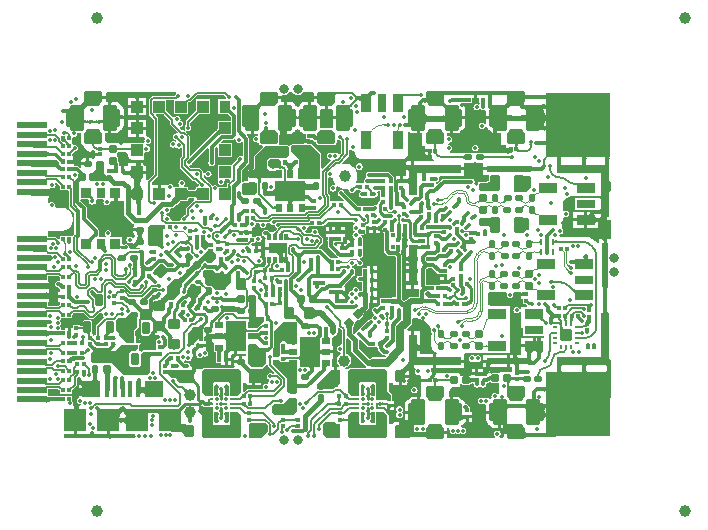
<source format=gtl>
G04*
G04 #@! TF.GenerationSoftware,Altium Limited,Altium Designer,19.1.6 (110)*
G04*
G04 Layer_Physical_Order=1*
G04 Layer_Color=255*
%FSLAX44Y44*%
%MOMM*%
G71*
G01*
G75*
%ADD11C,0.3000*%
%ADD12C,0.2000*%
%ADD13C,0.1500*%
%ADD14C,0.2500*%
%ADD15C,0.1000*%
G04:AMPARAMS|DCode=17|XSize=0.5mm|YSize=0.6mm|CornerRadius=0.05mm|HoleSize=0mm|Usage=FLASHONLY|Rotation=270.000|XOffset=0mm|YOffset=0mm|HoleType=Round|Shape=RoundedRectangle|*
%AMROUNDEDRECTD17*
21,1,0.5000,0.5000,0,0,270.0*
21,1,0.4000,0.6000,0,0,270.0*
1,1,0.1000,-0.2500,-0.2000*
1,1,0.1000,-0.2500,0.2000*
1,1,0.1000,0.2500,0.2000*
1,1,0.1000,0.2500,-0.2000*
%
%ADD17ROUNDEDRECTD17*%
%ADD18R,0.3000X0.3500*%
G04:AMPARAMS|DCode=19|XSize=0.6mm|YSize=1mm|CornerRadius=0.075mm|HoleSize=0mm|Usage=FLASHONLY|Rotation=0.000|XOffset=0mm|YOffset=0mm|HoleType=Round|Shape=RoundedRectangle|*
%AMROUNDEDRECTD19*
21,1,0.6000,0.8500,0,0,0.0*
21,1,0.4500,1.0000,0,0,0.0*
1,1,0.1500,0.2250,-0.4250*
1,1,0.1500,-0.2250,-0.4250*
1,1,0.1500,-0.2250,0.4250*
1,1,0.1500,0.2250,0.4250*
%
%ADD19ROUNDEDRECTD19*%
%ADD20R,0.7000X4.4000*%
%ADD21R,3.8000X0.5000*%
%ADD22R,4.4000X0.7000*%
%ADD23R,0.7000X2.6500*%
%ADD24R,0.7000X3.5000*%
%ADD25R,0.5000X3.8000*%
%ADD26R,0.3500X0.3000*%
%ADD27R,0.3000X0.6000*%
%ADD28R,1.6000X0.9500*%
G04:AMPARAMS|DCode=29|XSize=1mm|YSize=1mm|CornerRadius=0.25mm|HoleSize=0mm|Usage=FLASHONLY|Rotation=270.000|XOffset=0mm|YOffset=0mm|HoleType=Round|Shape=RoundedRectangle|*
%AMROUNDEDRECTD29*
21,1,1.0000,0.5000,0,0,270.0*
21,1,0.5000,1.0000,0,0,270.0*
1,1,0.5000,-0.2500,-0.2500*
1,1,0.5000,-0.2500,0.2500*
1,1,0.5000,0.2500,0.2500*
1,1,0.5000,0.2500,-0.2500*
%
%ADD29ROUNDEDRECTD29*%
%ADD30R,1.0000X1.0000*%
%ADD31R,1.0000X1.0000*%
%ADD32R,0.9500X1.0000*%
%ADD33R,0.4000X1.4000*%
%ADD34R,1.9000X1.9000*%
%ADD35R,1.6000X1.4000*%
%ADD36C,0.2000*%
%ADD37R,0.9000X1.6500*%
%ADD38R,0.7600X1.6500*%
%ADD39R,1.7000X2.5000*%
%ADD40R,0.7000X0.5000*%
%ADD41R,0.3000X0.3100*%
%ADD42R,0.9500X0.9500*%
%ADD43R,0.8000X0.9500*%
G04:AMPARAMS|DCode=44|XSize=1mm|YSize=1.55mm|CornerRadius=0.125mm|HoleSize=0mm|Usage=FLASHONLY|Rotation=90.000|XOffset=0mm|YOffset=0mm|HoleType=Round|Shape=RoundedRectangle|*
%AMROUNDEDRECTD44*
21,1,1.0000,1.3000,0,0,90.0*
21,1,0.7500,1.5500,0,0,90.0*
1,1,0.2500,0.6500,0.3750*
1,1,0.2500,0.6500,-0.3750*
1,1,0.2500,-0.6500,-0.3750*
1,1,0.2500,-0.6500,0.3750*
%
%ADD44ROUNDEDRECTD44*%
G04:AMPARAMS|DCode=45|XSize=1.2mm|YSize=1.6mm|CornerRadius=0.15mm|HoleSize=0mm|Usage=FLASHONLY|Rotation=180.000|XOffset=0mm|YOffset=0mm|HoleType=Round|Shape=RoundedRectangle|*
%AMROUNDEDRECTD45*
21,1,1.2000,1.3000,0,0,180.0*
21,1,0.9000,1.6000,0,0,180.0*
1,1,0.3000,-0.4500,0.6500*
1,1,0.3000,0.4500,0.6500*
1,1,0.3000,0.4500,-0.6500*
1,1,0.3000,-0.4500,-0.6500*
%
%ADD45ROUNDEDRECTD45*%
G04:AMPARAMS|DCode=46|XSize=1.2mm|YSize=1.2mm|CornerRadius=0.15mm|HoleSize=0mm|Usage=FLASHONLY|Rotation=0.000|XOffset=0mm|YOffset=0mm|HoleType=Round|Shape=RoundedRectangle|*
%AMROUNDEDRECTD46*
21,1,1.2000,0.9000,0,0,0.0*
21,1,0.9000,1.2000,0,0,0.0*
1,1,0.3000,0.4500,-0.4500*
1,1,0.3000,-0.4500,-0.4500*
1,1,0.3000,-0.4500,0.4500*
1,1,0.3000,0.4500,0.4500*
%
%ADD46ROUNDEDRECTD46*%
G04:AMPARAMS|DCode=47|XSize=1.2mm|YSize=2.15mm|CornerRadius=0.15mm|HoleSize=0mm|Usage=FLASHONLY|Rotation=180.000|XOffset=0mm|YOffset=0mm|HoleType=Round|Shape=RoundedRectangle|*
%AMROUNDEDRECTD47*
21,1,1.2000,1.8500,0,0,180.0*
21,1,0.9000,2.1500,0,0,180.0*
1,1,0.3000,-0.4500,0.9250*
1,1,0.3000,0.4500,0.9250*
1,1,0.3000,0.4500,-0.9250*
1,1,0.3000,-0.4500,-0.9250*
%
%ADD47ROUNDEDRECTD47*%
G04:AMPARAMS|DCode=48|XSize=0.6mm|YSize=0.6mm|CornerRadius=0.06mm|HoleSize=0mm|Usage=FLASHONLY|Rotation=0.000|XOffset=0mm|YOffset=0mm|HoleType=Round|Shape=RoundedRectangle|*
%AMROUNDEDRECTD48*
21,1,0.6000,0.4800,0,0,0.0*
21,1,0.4800,0.6000,0,0,0.0*
1,1,0.1200,0.2400,-0.2400*
1,1,0.1200,-0.2400,-0.2400*
1,1,0.1200,-0.2400,0.2400*
1,1,0.1200,0.2400,0.2400*
%
%ADD48ROUNDEDRECTD48*%
G04:AMPARAMS|DCode=49|XSize=1.3mm|YSize=0.8mm|CornerRadius=0.1mm|HoleSize=0mm|Usage=FLASHONLY|Rotation=90.000|XOffset=0mm|YOffset=0mm|HoleType=Round|Shape=RoundedRectangle|*
%AMROUNDEDRECTD49*
21,1,1.3000,0.6000,0,0,90.0*
21,1,1.1000,0.8000,0,0,90.0*
1,1,0.2000,0.3000,0.5500*
1,1,0.2000,0.3000,-0.5500*
1,1,0.2000,-0.3000,-0.5500*
1,1,0.2000,-0.3000,0.5500*
%
%ADD49ROUNDEDRECTD49*%
G04:AMPARAMS|DCode=50|XSize=0.3mm|YSize=0.35mm|CornerRadius=0mm|HoleSize=0mm|Usage=FLASHONLY|Rotation=45.000|XOffset=0mm|YOffset=0mm|HoleType=Round|Shape=Rectangle|*
%AMROTATEDRECTD50*
4,1,4,0.0177,-0.2298,-0.2298,0.0177,-0.0177,0.2298,0.2298,-0.0177,0.0177,-0.2298,0.0*
%
%ADD50ROTATEDRECTD50*%

G04:AMPARAMS|DCode=51|XSize=0.6mm|YSize=0.6mm|CornerRadius=0.06mm|HoleSize=0mm|Usage=FLASHONLY|Rotation=270.000|XOffset=0mm|YOffset=0mm|HoleType=Round|Shape=RoundedRectangle|*
%AMROUNDEDRECTD51*
21,1,0.6000,0.4800,0,0,270.0*
21,1,0.4800,0.6000,0,0,270.0*
1,1,0.1200,-0.2400,-0.2400*
1,1,0.1200,-0.2400,0.2400*
1,1,0.1200,0.2400,0.2400*
1,1,0.1200,0.2400,-0.2400*
%
%ADD51ROUNDEDRECTD51*%
G04:AMPARAMS|DCode=52|XSize=1mm|YSize=0.9mm|CornerRadius=0.1125mm|HoleSize=0mm|Usage=FLASHONLY|Rotation=270.000|XOffset=0mm|YOffset=0mm|HoleType=Round|Shape=RoundedRectangle|*
%AMROUNDEDRECTD52*
21,1,1.0000,0.6750,0,0,270.0*
21,1,0.7750,0.9000,0,0,270.0*
1,1,0.2250,-0.3375,-0.3875*
1,1,0.2250,-0.3375,0.3875*
1,1,0.2250,0.3375,0.3875*
1,1,0.2250,0.3375,-0.3875*
%
%ADD52ROUNDEDRECTD52*%
G04:AMPARAMS|DCode=53|XSize=1mm|YSize=0.9mm|CornerRadius=0.1125mm|HoleSize=0mm|Usage=FLASHONLY|Rotation=180.000|XOffset=0mm|YOffset=0mm|HoleType=Round|Shape=RoundedRectangle|*
%AMROUNDEDRECTD53*
21,1,1.0000,0.6750,0,0,180.0*
21,1,0.7750,0.9000,0,0,180.0*
1,1,0.2250,-0.3875,0.3375*
1,1,0.2250,0.3875,0.3375*
1,1,0.2250,0.3875,-0.3375*
1,1,0.2250,-0.3875,-0.3375*
%
%ADD53ROUNDEDRECTD53*%
G04:AMPARAMS|DCode=54|XSize=1mm|YSize=0.9mm|CornerRadius=0.1125mm|HoleSize=0mm|Usage=FLASHONLY|Rotation=45.000|XOffset=0mm|YOffset=0mm|HoleType=Round|Shape=RoundedRectangle|*
%AMROUNDEDRECTD54*
21,1,1.0000,0.6750,0,0,45.0*
21,1,0.7750,0.9000,0,0,45.0*
1,1,0.2250,0.5127,0.0354*
1,1,0.2250,-0.0354,-0.5127*
1,1,0.2250,-0.5127,-0.0354*
1,1,0.2250,0.0354,0.5127*
%
%ADD54ROUNDEDRECTD54*%
G04:AMPARAMS|DCode=55|XSize=0.5mm|YSize=0.6mm|CornerRadius=0.05mm|HoleSize=0mm|Usage=FLASHONLY|Rotation=180.000|XOffset=0mm|YOffset=0mm|HoleType=Round|Shape=RoundedRectangle|*
%AMROUNDEDRECTD55*
21,1,0.5000,0.5000,0,0,180.0*
21,1,0.4000,0.6000,0,0,180.0*
1,1,0.1000,-0.2000,0.2500*
1,1,0.1000,0.2000,0.2500*
1,1,0.1000,0.2000,-0.2500*
1,1,0.1000,-0.2000,-0.2500*
%
%ADD55ROUNDEDRECTD55*%
G04:AMPARAMS|DCode=56|XSize=0.3mm|YSize=0.35mm|CornerRadius=0mm|HoleSize=0mm|Usage=FLASHONLY|Rotation=315.000|XOffset=0mm|YOffset=0mm|HoleType=Round|Shape=Rectangle|*
%AMROTATEDRECTD56*
4,1,4,-0.2298,-0.0177,0.0177,0.2298,0.2298,0.0177,-0.0177,-0.2298,-0.2298,-0.0177,0.0*
%
%ADD56ROTATEDRECTD56*%

%ADD57R,0.5000X0.7000*%
%ADD58R,2.5000X1.7000*%
%ADD59R,1.6500X0.9000*%
%ADD60R,1.6500X0.7600*%
%ADD61R,0.3100X0.3000*%
G04:AMPARAMS|DCode=62|XSize=1mm|YSize=1mm|CornerRadius=0.15mm|HoleSize=0mm|Usage=FLASHONLY|Rotation=180.000|XOffset=0mm|YOffset=0mm|HoleType=Round|Shape=RoundedRectangle|*
%AMROUNDEDRECTD62*
21,1,1.0000,0.7000,0,0,180.0*
21,1,0.7000,1.0000,0,0,180.0*
1,1,0.3000,-0.3500,0.3500*
1,1,0.3000,0.3500,0.3500*
1,1,0.3000,0.3500,-0.3500*
1,1,0.3000,-0.3500,-0.3500*
%
%ADD62ROUNDEDRECTD62*%
%ADD63R,0.2000X0.3950*%
%ADD64R,0.3950X0.2000*%
G04:AMPARAMS|DCode=65|XSize=0.25mm|YSize=0.55mm|CornerRadius=0.0625mm|HoleSize=0mm|Usage=FLASHONLY|Rotation=0.000|XOffset=0mm|YOffset=0mm|HoleType=Round|Shape=RoundedRectangle|*
%AMROUNDEDRECTD65*
21,1,0.2500,0.4250,0,0,0.0*
21,1,0.1250,0.5500,0,0,0.0*
1,1,0.1250,0.0625,-0.2125*
1,1,0.1250,-0.0625,-0.2125*
1,1,0.1250,-0.0625,0.2125*
1,1,0.1250,0.0625,0.2125*
%
%ADD65ROUNDEDRECTD65*%
G04:AMPARAMS|DCode=66|XSize=0.6mm|YSize=0.6mm|CornerRadius=0.06mm|HoleSize=0mm|Usage=FLASHONLY|Rotation=135.000|XOffset=0mm|YOffset=0mm|HoleType=Round|Shape=RoundedRectangle|*
%AMROUNDEDRECTD66*
21,1,0.6000,0.4800,0,0,135.0*
21,1,0.4800,0.6000,0,0,135.0*
1,1,0.1200,0.0000,0.3394*
1,1,0.1200,0.3394,0.0000*
1,1,0.1200,0.0000,-0.3394*
1,1,0.1200,-0.3394,0.0000*
%
%ADD66ROUNDEDRECTD66*%
G04:AMPARAMS|DCode=67|XSize=0.5mm|YSize=0.6mm|CornerRadius=0.05mm|HoleSize=0mm|Usage=FLASHONLY|Rotation=45.000|XOffset=0mm|YOffset=0mm|HoleType=Round|Shape=RoundedRectangle|*
%AMROUNDEDRECTD67*
21,1,0.5000,0.5000,0,0,45.0*
21,1,0.4000,0.6000,0,0,45.0*
1,1,0.1000,0.3182,-0.0354*
1,1,0.1000,0.0354,-0.3182*
1,1,0.1000,-0.3182,0.0354*
1,1,0.1000,-0.0354,0.3182*
%
%ADD67ROUNDEDRECTD67*%
%ADD125R,5.5000X5.5000*%
%ADD126C,0.1800*%
%ADD127R,2.5000X0.6000*%
%ADD128C,1.0000*%
%ADD129C,0.3500*%
%ADD130C,0.4000*%
%ADD131C,0.6000*%
%ADD132C,0.4500*%
%ADD133C,0.1200*%
%ADD134C,0.1400*%
%ADD135C,0.2200*%
%ADD136C,0.5000*%
%ADD137C,0.1100*%
%ADD138C,0.7000*%
%ADD139C,0.8000*%
%ADD140C,0.3500*%
%ADD141C,0.4000*%
%ADD142C,0.5000*%
G36*
X377408Y295546D02*
X380340Y295346D01*
X380471Y295284D01*
X380500Y295213D01*
X380427Y295134D01*
X379532Y291050D01*
X379561Y291335D01*
X379516Y291590D01*
X379398Y291815D01*
X379205Y292010D01*
X378939Y292175D01*
X378599Y292310D01*
X378185Y292415D01*
X378037Y292438D01*
X377787Y291050D01*
X377805Y291335D01*
X377752Y291590D01*
X377628Y291815D01*
X377432Y292010D01*
X377164Y292175D01*
X376826Y292310D01*
X376415Y292415D01*
X375934Y292490D01*
X375381Y292535D01*
X374757Y292550D01*
X374767Y295550D01*
X375589Y295546D01*
X376560Y295480D01*
X376561Y295550D01*
X377408Y295546D01*
D02*
G37*
G36*
X234243Y293000D02*
X233812Y292990D01*
X233431Y292960D01*
X233101Y292910D01*
X232822Y292840D01*
X232593Y292750D01*
X232416Y292640D01*
X232289Y292510D01*
X232213Y292360D01*
X232187Y292190D01*
X232213Y292000D01*
X231963Y292983D01*
X231668Y292960D01*
X231332Y292910D01*
X231050Y292840D01*
X230820Y292750D01*
X230644Y292640D01*
X230520Y292510D01*
X230450Y292360D01*
X230432Y292190D01*
X230468Y292000D01*
X229573Y294884D01*
X229557Y294906D01*
X229576Y294925D01*
X229630Y294942D01*
X229720Y294957D01*
X229844Y294970D01*
X230432Y294994D01*
X231000Y294998D01*
X231682Y294089D01*
X231476Y294899D01*
X231476Y294918D01*
X231536Y294935D01*
X231657Y294950D01*
X231838Y294963D01*
X233650Y294999D01*
X234194Y295000D01*
X234243Y293000D01*
D02*
G37*
G36*
X327243Y292550D02*
X326619Y292535D01*
X326066Y292490D01*
X325585Y292415D01*
X325174Y292310D01*
X324836Y292175D01*
X324568Y292010D01*
X324372Y291815D01*
X324248Y291590D01*
X324195Y291335D01*
X324213Y291050D01*
X324058Y291908D01*
X323195Y290922D01*
X322957Y290597D01*
X322765Y290301D01*
X322620Y290033D01*
X322522Y289792D01*
X322472Y289579D01*
X322468Y289395D01*
X321831Y294926D01*
X321860Y294770D01*
X321909Y294654D01*
X321977Y294576D01*
X322064Y294536D01*
X322171Y294535D01*
X322296Y294573D01*
X322441Y294650D01*
X322604Y294765D01*
X322787Y294918D01*
X322989Y295111D01*
X323682Y294000D01*
X323476Y295149D01*
X323405Y295225D01*
X323434Y295293D01*
X323562Y295353D01*
X323789Y295406D01*
X324115Y295450D01*
X325065Y295514D01*
X327233Y295550D01*
X327243Y292550D01*
D02*
G37*
G36*
X393243Y293215D02*
X393334Y292960D01*
X393486Y292735D01*
X393698Y292540D01*
X393971Y292375D01*
X394304Y292240D01*
X394698Y292135D01*
X395153Y292060D01*
X395668Y292015D01*
X396244Y292000D01*
Y289000D01*
X395668Y288985D01*
X395153Y288940D01*
X394698Y288865D01*
X394304Y288760D01*
X393971Y288625D01*
X393698Y288460D01*
X393486Y288265D01*
X393334Y288040D01*
X393243Y287785D01*
X393213Y287500D01*
Y288908D01*
X392953Y288865D01*
X392559Y288760D01*
X392225Y288625D01*
X391953Y288460D01*
X391741Y288265D01*
X391589Y288040D01*
X391498Y287785D01*
X391468Y287500D01*
Y293500D01*
X391498Y293215D01*
X391589Y292960D01*
X391741Y292735D01*
X391953Y292540D01*
X392225Y292375D01*
X392559Y292240D01*
X392953Y292135D01*
X393213Y292092D01*
Y293500D01*
X393243Y293215D01*
D02*
G37*
G36*
X214181Y293979D02*
X214136Y293750D01*
Y291270D01*
X224500D01*
Y289000D01*
X225770D01*
Y280381D01*
X229000D01*
X229881Y279658D01*
Y274270D01*
X238500D01*
Y271730D01*
X229881D01*
Y264772D01*
X229000Y264049D01*
X220000D01*
X219119Y264772D01*
Y271730D01*
X210500D01*
Y273000D01*
X209230D01*
Y286369D01*
X206000D01*
X204424Y286056D01*
X203087Y285163D01*
X202194Y283826D01*
X202118Y283444D01*
X201423Y283306D01*
X200125Y282438D01*
X198826Y283306D01*
X198132Y283444D01*
X198056Y283826D01*
X197163Y285163D01*
X195826Y286056D01*
X194250Y286369D01*
X191020D01*
Y273000D01*
Y259631D01*
X194250D01*
X195826Y259944D01*
X197163Y260837D01*
X198056Y262174D01*
X198132Y262556D01*
X198826Y262694D01*
X200125Y263562D01*
X201423Y262694D01*
X202118Y262556D01*
X202194Y262174D01*
X203087Y260837D01*
X204424Y259944D01*
X206000Y259631D01*
X207500D01*
Y257496D01*
X207451Y257250D01*
X206238Y256840D01*
X205960D01*
Y254498D01*
X206101Y254498D01*
X208410Y254352D01*
X208500Y254313D01*
X208530Y254270D01*
Y254020D01*
X210000D01*
Y251480D01*
X208530D01*
Y251231D01*
X208500Y251282D01*
X208410Y251327D01*
X208260Y251368D01*
X208050Y251403D01*
X207780Y251433D01*
X206804Y251480D01*
X205960D01*
Y251082D01*
X196000Y251082D01*
X196000Y251082D01*
X195235Y250765D01*
X195235Y250765D01*
X194427Y249958D01*
X193897Y249574D01*
X192766Y249515D01*
X192758Y249519D01*
X192000Y249832D01*
X184794D01*
X184189Y251102D01*
X184370Y251372D01*
X184544Y252250D01*
Y258476D01*
X185250Y259631D01*
X185706Y259631D01*
X185688Y259840D01*
X185610Y260326D01*
X185501Y260775D01*
X185360Y261186D01*
X185189Y261561D01*
X184986Y261899D01*
X184752Y262200D01*
X184487Y262464D01*
X184191Y262691D01*
X188480Y262433D01*
Y273000D01*
Y286369D01*
X186114D01*
Y288730D01*
X175750D01*
Y291270D01*
X186138D01*
X187384Y292149D01*
X188625Y291902D01*
X190576Y292290D01*
X192230Y293395D01*
X193276Y294961D01*
X195724D01*
X196770Y293395D01*
X198424Y292290D01*
X200375Y291902D01*
X202326Y292290D01*
X203980Y293395D01*
X205026Y294961D01*
X213375D01*
X214181Y293979D01*
D02*
G37*
G36*
X253611Y286670D02*
X253582Y286875D01*
X253496Y287059D01*
X253354Y287221D01*
X253153Y287361D01*
X252896Y287480D01*
X252581Y287577D01*
X252209Y287653D01*
X251780Y287707D01*
X251294Y287739D01*
X250863Y287748D01*
X250852Y287745D01*
X250786Y287720D01*
X250711Y287680D01*
X250626Y287626D01*
X250532Y287558D01*
X250317Y287381D01*
X250064Y287147D01*
X249924Y287010D01*
X248333Y288248D01*
X248469Y288387D01*
X248785Y288761D01*
X248861Y288870D01*
X248921Y288972D01*
X248966Y289067D01*
X248996Y289154D01*
X249011Y289234D01*
X249011Y289306D01*
X250750Y287887D01*
Y291231D01*
X249001Y289555D01*
X248996Y289624D01*
X248976Y289700D01*
X248941Y289784D01*
X248893Y289876D01*
X248829Y289977D01*
X248751Y290085D01*
X248551Y290324D01*
X248294Y290595D01*
X249745Y291973D01*
X249884Y291836D01*
X250254Y291512D01*
X250361Y291432D01*
X250459Y291367D01*
X250549Y291316D01*
X250631Y291280D01*
X250705Y291258D01*
X250767Y291250D01*
X251294Y291261D01*
X252209Y291347D01*
X252581Y291423D01*
X252896Y291520D01*
X253153Y291639D01*
X253354Y291779D01*
X253496Y291942D01*
X253582Y292125D01*
X253611Y292330D01*
Y286670D01*
D02*
G37*
G36*
X303250Y291025D02*
X303180Y291087D01*
X303096Y291142D01*
X302999Y291191D01*
X302889Y291233D01*
X302766Y291269D01*
X302629Y291298D01*
X302479Y291321D01*
X302139Y291347D01*
X301949Y291350D01*
Y293150D01*
X302139Y293153D01*
X302479Y293179D01*
X302629Y293202D01*
X302766Y293231D01*
X302889Y293267D01*
X302999Y293309D01*
X303096Y293358D01*
X303180Y293413D01*
X303250Y293475D01*
Y291025D01*
D02*
G37*
G36*
X289438Y293733D02*
X289492Y293610D01*
X289582Y293503D01*
X289708Y293409D01*
X289869Y293330D01*
X290068Y293265D01*
X290302Y293215D01*
X290572Y293179D01*
X290877Y293157D01*
X291220Y293150D01*
Y291350D01*
X290873Y291341D01*
X290563Y291314D01*
X290289Y291269D01*
X290052Y291206D01*
X289851Y291125D01*
X289686Y291026D01*
X289557Y290909D01*
X289465Y290774D01*
X289409Y290621D01*
X289389Y290450D01*
X289420Y293869D01*
X289438Y293733D01*
D02*
G37*
G36*
X141299Y292518D02*
X141430Y292408D01*
X141560Y292311D01*
X141691Y292227D01*
X141822Y292157D01*
X141953Y292099D01*
X142085Y292055D01*
X142217Y292023D01*
X142350Y292005D01*
X142483Y292000D01*
X140750Y290268D01*
X140745Y290400D01*
X140727Y290533D01*
X140695Y290665D01*
X140651Y290797D01*
X140593Y290928D01*
X140523Y291059D01*
X140439Y291190D01*
X140342Y291320D01*
X140232Y291451D01*
X140109Y291580D01*
X141170Y292641D01*
X141299Y292518D01*
D02*
G37*
G36*
X98982Y289750D02*
X98850Y289745D01*
X98717Y289727D01*
X98585Y289695D01*
X98453Y289651D01*
X98322Y289593D01*
X98191Y289523D01*
X98060Y289439D01*
X97930Y289342D01*
X97800Y289232D01*
X97670Y289109D01*
X96609Y290170D01*
X96732Y290299D01*
X96842Y290430D01*
X96939Y290560D01*
X97023Y290691D01*
X97093Y290822D01*
X97151Y290953D01*
X97195Y291085D01*
X97227Y291217D01*
X97245Y291350D01*
X97250Y291483D01*
X98982Y289750D01*
D02*
G37*
G36*
X22737Y287627D02*
X26413Y285287D01*
X26035Y285440D01*
X25583Y285464D01*
X25059Y285359D01*
X24461Y285126D01*
X23831Y284784D01*
X24409Y283282D01*
X24215Y283620D01*
X23946Y283827D01*
X23601Y283901D01*
X23180Y283844D01*
X22682Y283655D01*
X22110Y283333D01*
X21461Y282881D01*
X20781Y282332D01*
X20057Y281477D01*
X19605Y280829D01*
X19264Y280236D01*
X19034Y279698D01*
X18914Y279214D01*
X18904Y278785D01*
X19006Y278411D01*
X19218Y278092D01*
X13842Y283968D01*
X14139Y283733D01*
X14496Y283615D01*
X14912Y283611D01*
X15388Y283724D01*
X15924Y283952D01*
X16520Y284296D01*
X17175Y284755D01*
X17890Y285330D01*
X17986Y285420D01*
X18854Y286435D01*
X19329Y287105D01*
X19677Y287705D01*
X19900Y288236D01*
X19998Y288697D01*
X19970Y289089D01*
X19816Y289411D01*
X19537Y289664D01*
X20746Y288894D01*
X20972Y289307D01*
X21224Y289924D01*
X21360Y290479D01*
X21379Y290974D01*
X21282Y291409D01*
X22737Y287627D01*
D02*
G37*
G36*
X380774Y287115D02*
X384206Y285287D01*
X383870Y285415D01*
X383498Y285459D01*
X383091Y285418D01*
X382649Y285294D01*
X382171Y285086D01*
X381659Y284793D01*
X381643Y284782D01*
X382201Y283282D01*
X382036Y283581D01*
X381805Y283766D01*
X381509Y283836D01*
X381147Y283792D01*
X380720Y283634D01*
X380227Y283361D01*
X379668Y282974D01*
X379045Y282472D01*
X378939Y282374D01*
X378234Y281539D01*
X377843Y280977D01*
X377545Y280459D01*
X377342Y279987D01*
X377232Y279560D01*
X377217Y279177D01*
X377295Y278841D01*
X377468Y278549D01*
X373049Y283968D01*
X373296Y283750D01*
X373598Y283637D01*
X373955Y283628D01*
X374367Y283722D01*
X374835Y283921D01*
X375358Y284223D01*
X375935Y284630D01*
X376545Y285122D01*
X377251Y285946D01*
X377667Y286533D01*
X377969Y287055D01*
X378159Y287514D01*
X378236Y287908D01*
X378199Y288238D01*
X378050Y288504D01*
X377787Y288706D01*
X379068Y288024D01*
X379238Y288323D01*
X379450Y288805D01*
X379585Y289258D01*
X379644Y289683D01*
X379627Y290081D01*
X379532Y290452D01*
X380774Y287115D01*
D02*
G37*
G36*
X410061Y287500D02*
X410031Y287785D01*
X409940Y288040D01*
X409788Y288265D01*
X409576Y288460D01*
X409303Y288625D01*
X408970Y288760D01*
X408576Y288865D01*
X408121Y288940D01*
X407606Y288985D01*
X407030Y289000D01*
Y292000D01*
X407606Y292015D01*
X408121Y292060D01*
X408576Y292135D01*
X408970Y292240D01*
X409303Y292375D01*
X409576Y292540D01*
X409788Y292735D01*
X409940Y292960D01*
X410031Y293215D01*
X410061Y293500D01*
Y287500D01*
D02*
G37*
G36*
X170447Y286693D02*
X173499Y285037D01*
X173213Y285148D01*
X172896Y285186D01*
X172548Y285152D01*
X172170Y285046D01*
X171761Y284867D01*
X171321Y284615D01*
X170954Y284362D01*
X171250Y283002D01*
X170935Y283043D01*
X170616Y283043D01*
X170292Y283001D01*
X169965Y282918D01*
X169634Y282794D01*
X169299Y282627D01*
X168960Y282419D01*
X168763Y282276D01*
X168359Y281800D01*
X168020Y281315D01*
X167764Y280870D01*
X167590Y280466D01*
X167498Y280103D01*
X167489Y279780D01*
X167562Y279497D01*
X167718Y279256D01*
X166737Y280361D01*
X166295Y279903D01*
X165385Y278826D01*
X165050Y278344D01*
X164795Y277901D01*
X164620Y277496D01*
X164524Y277129D01*
X164509Y276800D01*
X164573Y276509D01*
X164718Y276256D01*
X161006Y280968D01*
X161214Y280779D01*
X161470Y280680D01*
X161775Y280670D01*
X162127Y280751D01*
X162527Y280921D01*
X162975Y281181D01*
X163472Y281531D01*
X164016Y281971D01*
X164722Y282629D01*
X163756Y283718D01*
X163975Y283540D01*
X164240Y283449D01*
X164550Y283446D01*
X164907Y283531D01*
X165308Y283702D01*
X165755Y283961D01*
X166248Y284307D01*
X166786Y284741D01*
X166910Y284856D01*
X167582Y285642D01*
X167935Y286141D01*
X168192Y286586D01*
X168353Y286977D01*
X168418Y287314D01*
X168387Y287597D01*
X168260Y287825D01*
X168037Y287999D01*
X169179Y287380D01*
X169187Y287393D01*
X169431Y287825D01*
X169617Y288241D01*
X169746Y288641D01*
X169816Y289025D01*
X169828Y289393D01*
X169782Y289744D01*
X170447Y286693D01*
D02*
G37*
G36*
X107530Y287470D02*
X106469Y286408D01*
X105408Y287470D01*
X106469Y288530D01*
X107530Y287470D01*
D02*
G37*
G36*
X309121Y285621D02*
X309046Y285693D01*
X308925Y285757D01*
X308756Y285814D01*
X308540Y285863D01*
X308276Y285905D01*
X307608Y285966D01*
X306750Y285996D01*
X306250Y286000D01*
Y289500D01*
X306742Y289508D01*
X307567Y289568D01*
X307900Y289621D01*
X308180Y289689D01*
X308407Y289772D01*
X308582Y289871D01*
X308703Y289984D01*
X308771Y290113D01*
X308787Y290257D01*
X309121Y285621D01*
D02*
G37*
G36*
X352460Y290010D02*
X354000D01*
Y287220D01*
X354000Y287216D01*
X353962Y287155D01*
X353971Y287037D01*
X353948Y286980D01*
X354000Y285950D01*
X354577D01*
X354577Y285950D01*
X354577D01*
X354676Y285581D01*
X353840Y284234D01*
X353644Y284189D01*
X352823Y284737D01*
X351750Y284950D01*
X350677Y284737D01*
X349767Y284129D01*
X349160Y283220D01*
X348946Y282146D01*
X349160Y281073D01*
X349767Y280164D01*
X350677Y279556D01*
X351750Y279343D01*
X352823Y279556D01*
X353733Y280164D01*
X353896Y280408D01*
X355409Y280430D01*
X355517Y280267D01*
X356427Y279660D01*
X357500Y279446D01*
X358573Y279660D01*
X358611Y279685D01*
X359881Y279006D01*
Y274520D01*
X368500D01*
Y271980D01*
X359881D01*
Y268408D01*
X358611Y268022D01*
X358370Y268383D01*
X357461Y268990D01*
X356387Y269204D01*
X355314Y268990D01*
X354405Y268383D01*
X353797Y267473D01*
X353584Y266400D01*
X353797Y265327D01*
X354405Y264417D01*
X355314Y263810D01*
X356387Y263596D01*
X357461Y263810D01*
X358370Y264417D01*
X358894Y265201D01*
X359464Y265246D01*
X360231Y265119D01*
X361087Y263837D01*
X362424Y262944D01*
X363118Y262806D01*
X363195Y262424D01*
X364087Y261087D01*
X365424Y260194D01*
X367000Y259881D01*
X367741D01*
X365502Y261000D01*
X365561Y262252D01*
X365500D01*
X365485Y262827D01*
X365440Y263342D01*
X365365Y263797D01*
X365261Y264191D01*
X365126Y264524D01*
X364962Y264797D01*
X364768Y265009D01*
X364544Y265161D01*
X364290Y265251D01*
X364006Y265282D01*
X370000Y265282D01*
X369715Y265252D01*
X369460Y265161D01*
X369235Y265009D01*
X369040Y264797D01*
X368875Y264524D01*
X368740Y264191D01*
X368635Y263797D01*
X368560Y263343D01*
X368516Y262835D01*
X370000Y262532D01*
X369715Y262557D01*
X369460Y262509D01*
X369235Y262388D01*
X369040Y262194D01*
X368875Y261928D01*
X368740Y261588D01*
X368635Y261176D01*
X368560Y260691D01*
X368515Y260133D01*
X368509Y259881D01*
X372250D01*
Y250000D01*
X376910D01*
Y247770D01*
X381000D01*
Y246500D01*
X382250Y247750D01*
Y245000D01*
X380500Y243250D01*
X376910Y243250D01*
X329466D01*
X329090Y243568D01*
X329088Y244060D01*
X329323Y244909D01*
X330233Y245517D01*
X330840Y246427D01*
X331054Y247500D01*
X330840Y248573D01*
X330233Y249482D01*
X329323Y250090D01*
X328250Y250304D01*
X327741Y251125D01*
X328250Y251946D01*
X329323Y252160D01*
X330233Y252767D01*
X330840Y253677D01*
X331054Y254750D01*
X330840Y255823D01*
X330233Y256733D01*
X329323Y257340D01*
X328250Y257554D01*
X327770Y257458D01*
X326500Y258299D01*
Y259881D01*
X329230D01*
Y273250D01*
X331770D01*
Y259881D01*
X335000D01*
X336576Y260194D01*
X337913Y261087D01*
X338806Y262424D01*
X338882Y262806D01*
X339576Y262944D01*
X340913Y263837D01*
X341805Y265174D01*
X342119Y266750D01*
Y271980D01*
X333500D01*
Y274520D01*
X342119D01*
Y279750D01*
X341805Y281326D01*
X340913Y282663D01*
X339576Y283556D01*
X339091Y283652D01*
X338537Y284821D01*
X339114Y285901D01*
X345250D01*
X345496Y285950D01*
X348000D01*
Y290010D01*
X349540D01*
Y294961D01*
X352460D01*
Y290010D01*
D02*
G37*
G36*
X358570Y286950D02*
X358661Y286861D01*
X358740Y286710D01*
X358809Y286500D01*
X358867Y286230D01*
X358915Y285900D01*
X358979Y285061D01*
X359000Y283981D01*
X356000D01*
X355990Y284550D01*
X355913Y285511D01*
X355845Y285900D01*
X355758Y286230D01*
X355651Y286500D01*
X355525Y286710D01*
X355379Y286861D01*
X355215Y286950D01*
X355031Y286980D01*
X358470D01*
X358570Y286950D01*
D02*
G37*
G36*
X246481Y283567D02*
X246007Y283079D01*
X245242Y282203D01*
X244949Y281814D01*
X244718Y281458D01*
X244547Y281134D01*
X244436Y280844D01*
X244386Y280586D01*
X244397Y280362D01*
X244468Y280170D01*
X242420Y283718D01*
X242538Y283573D01*
X242688Y283488D01*
X242872Y283464D01*
X243088Y283500D01*
X243337Y283597D01*
X243619Y283755D01*
X243934Y283972D01*
X244282Y284251D01*
X244662Y284590D01*
X245075Y284990D01*
X246481Y283567D01*
D02*
G37*
G36*
X324987Y285487D02*
X322513Y283013D01*
X321891Y283614D01*
X322468Y288005D01*
X324987Y285487D01*
D02*
G37*
G36*
X305384Y280323D02*
X300270Y281218D01*
X300602Y281198D01*
X300900Y281261D01*
X301162Y281407D01*
X301390Y281636D01*
X301583Y281947D01*
X301740Y282342D01*
X301863Y282819D01*
X301950Y283379D01*
X302003Y284022D01*
X302020Y284748D01*
X305520D01*
X305384Y280323D01*
D02*
G37*
G36*
X7282Y276000D02*
X7252Y276285D01*
X7161Y276540D01*
X7010Y276765D01*
X6797Y276960D01*
X6525Y277125D01*
X6191Y277260D01*
X5797Y277365D01*
X5343Y277440D01*
X4827Y277485D01*
X4474Y277494D01*
X4282Y276498D01*
X4292Y276689D01*
X4243Y276859D01*
X4135Y277009D01*
X3970Y277139D01*
X3746Y277250D01*
X3463Y277340D01*
X3123Y277410D01*
X2723Y277460D01*
X2266Y277490D01*
X1750Y277500D01*
Y280500D01*
X2230Y280506D01*
X3487Y280602D01*
X3845Y280658D01*
X4470Y280811D01*
X4736Y280906D01*
X4972Y281014D01*
X5177Y281134D01*
X5061Y280535D01*
X5343Y280560D01*
X5797Y280635D01*
X6191Y280740D01*
X6525Y280875D01*
X6797Y281040D01*
X7010Y281235D01*
X7161Y281460D01*
X7252Y281715D01*
X7282Y282000D01*
Y276000D01*
D02*
G37*
G36*
X365532Y279498D02*
X365544Y279689D01*
X365496Y279859D01*
X365390Y280009D01*
X365225Y280139D01*
X365001Y280250D01*
X364719Y280340D01*
X364377Y280410D01*
X363977Y280460D01*
X363518Y280490D01*
X363000Y280500D01*
Y283500D01*
X363548Y283504D01*
X365602Y283638D01*
X365877Y283688D01*
X366105Y283746D01*
X366289Y283811D01*
X366427Y283884D01*
X365532Y279498D01*
D02*
G37*
G36*
X410061Y279000D02*
X410026Y279333D01*
X409920Y279630D01*
X409743Y279893D01*
X409496Y280120D01*
X409178Y280312D01*
X408790Y280470D01*
X408331Y280592D01*
X407801Y280680D01*
X407716Y280687D01*
X407625Y280680D01*
X407063Y280592D01*
X406585Y280470D01*
X406190Y280312D01*
X405879Y280120D01*
X405651Y279893D01*
X405507Y279630D01*
X405446Y279333D01*
X405468Y279000D01*
X404573Y283884D01*
X404519Y283954D01*
X404575Y284016D01*
X404742Y284071D01*
X405019Y284118D01*
X405406Y284159D01*
X406530Y284206D01*
Y284250D01*
X407201Y284268D01*
X407801Y284320D01*
X408331Y284408D01*
X408790Y284530D01*
X409178Y284688D01*
X409496Y284880D01*
X409743Y285107D01*
X409920Y285370D01*
X410026Y285667D01*
X410061Y286000D01*
Y279000D01*
D02*
G37*
G36*
X392504Y285522D02*
X392293Y285422D01*
X392107Y285262D01*
X391946Y285044D01*
X391810Y284767D01*
X391698Y284431D01*
X391647Y284200D01*
X394425Y284016D01*
X394481Y283954D01*
X394427Y283884D01*
X393532Y279000D01*
X393555Y279333D01*
X393494Y279630D01*
X393349Y279893D01*
X393121Y280120D01*
X392810Y280312D01*
X392415Y280470D01*
X391937Y280592D01*
X391375Y280680D01*
X390730Y280732D01*
X390002Y280750D01*
Y282500D01*
X388500D01*
X388487Y283041D01*
X388450Y283524D01*
X388387Y283948D01*
X388299Y284314D01*
X388186Y284622D01*
X388048Y284872D01*
X387884Y285063D01*
X387696Y285196D01*
X387482Y285271D01*
X387243Y285287D01*
X392740Y285564D01*
X392504Y285522D01*
D02*
G37*
G36*
X117152Y277561D02*
X117038Y277643D01*
X116902Y277682D01*
X116744Y277679D01*
X116565Y277634D01*
X116364Y277546D01*
X116141Y277415D01*
X115896Y277243D01*
X115629Y277027D01*
X115030Y276470D01*
X113970Y277530D01*
X114270Y277841D01*
X114742Y278396D01*
X114915Y278641D01*
X115045Y278864D01*
X115133Y279065D01*
X115179Y279244D01*
X115182Y279402D01*
X115143Y279538D01*
X115061Y279652D01*
X117152Y277561D01*
D02*
G37*
G36*
X139282Y290945D02*
X139324Y290835D01*
X139425Y290728D01*
X139493Y290648D01*
X139548Y290575D01*
X139589Y290510D01*
X139619Y290453D01*
X139640Y290406D01*
X139654Y290366D01*
X139661Y290333D01*
X139665Y290305D01*
X139669Y290225D01*
X139726Y290101D01*
X139792Y289770D01*
X138951Y288500D01*
X132750D01*
Y276500D01*
X139073D01*
X139101Y276485D01*
X139153Y276500D01*
X139221D01*
X139278Y276480D01*
X139319Y276500D01*
X140467D01*
X140634Y276404D01*
X141046Y276114D01*
X142103Y275215D01*
X142707Y274631D01*
X142758Y274611D01*
X142785Y274563D01*
X142837Y274547D01*
X143701Y273684D01*
Y270000D01*
X132500D01*
Y264036D01*
X132491Y264007D01*
X132360Y263710D01*
X132161Y263360D01*
X131899Y262976D01*
X131121Y262043D01*
X130629Y261531D01*
X130613Y261490D01*
X130574Y261469D01*
X130556Y261411D01*
X109958Y240813D01*
X108784Y241299D01*
Y257200D01*
X108648Y257883D01*
X108262Y258461D01*
X105656Y261067D01*
X105856Y261486D01*
X106405Y262114D01*
X107250Y261946D01*
X108323Y262160D01*
X109233Y262767D01*
X109840Y263677D01*
X110054Y264750D01*
X109840Y265823D01*
X109317Y266606D01*
X109270Y266735D01*
X109215Y266793D01*
X109198Y266816D01*
X109180Y266845D01*
X109162Y266882D01*
X109143Y266931D01*
X109125Y266992D01*
X109108Y267067D01*
X109095Y267157D01*
X109086Y267262D01*
X109082Y267410D01*
X109034Y267517D01*
Y269011D01*
X115661Y275638D01*
X115768Y275678D01*
X116339Y276209D01*
X116548Y276378D01*
X116721Y276500D01*
X117100D01*
X117152Y276479D01*
X117203Y276500D01*
X117296D01*
X117327Y276493D01*
X117338Y276500D01*
X126000D01*
Y288500D01*
X114000D01*
Y279839D01*
X113993Y279827D01*
X114000Y279796D01*
Y279704D01*
X113978Y279652D01*
X114000Y279600D01*
Y279221D01*
X113886Y279060D01*
X113468Y278568D01*
X113191Y278283D01*
X113147Y278171D01*
X105988Y271012D01*
X105602Y270433D01*
X105466Y269750D01*
Y267517D01*
X105418Y267410D01*
X105414Y267262D01*
X105405Y267158D01*
X105392Y267067D01*
X105375Y266992D01*
X105357Y266931D01*
X105338Y266882D01*
X105320Y266845D01*
X105302Y266816D01*
X105285Y266793D01*
X105230Y266735D01*
X105183Y266606D01*
X104660Y265823D01*
X104446Y264750D01*
X104660Y263677D01*
X104958Y263230D01*
X104761Y262860D01*
X104118Y262201D01*
X103700Y262284D01*
X102239D01*
X100529Y263994D01*
X101020Y265299D01*
X101573Y265410D01*
X102483Y266017D01*
X103090Y266927D01*
X103304Y268000D01*
X103090Y269073D01*
X102483Y269983D01*
X101573Y270590D01*
X100927Y270719D01*
X100840Y270927D01*
X101054Y272000D01*
X100840Y273073D01*
X100233Y273983D01*
X99323Y274590D01*
X98250Y274804D01*
X97177Y274590D01*
X96267Y273983D01*
X96095Y273724D01*
X94561Y273482D01*
X94529Y273494D01*
X89863Y278160D01*
X89823Y278267D01*
X89299Y278832D01*
X89134Y279037D01*
X89013Y279212D01*
X89000Y279235D01*
Y279526D01*
X89052Y279652D01*
X89018Y279734D01*
X89039Y279820D01*
X89000Y279884D01*
Y287716D01*
X95500D01*
Y276500D01*
X107500D01*
Y285908D01*
X107807Y286216D01*
X108950D01*
X109633Y286352D01*
X110211Y286738D01*
X115439Y291966D01*
X138261D01*
X139282Y290945D01*
D02*
G37*
G36*
X87885Y279535D02*
X87842Y279397D01*
Y279238D01*
X87885Y279058D01*
X87969Y278856D01*
X88097Y278633D01*
X88266Y278390D01*
X88478Y278124D01*
X89030Y277530D01*
X87969Y276470D01*
X87662Y276767D01*
X87110Y277234D01*
X86866Y277403D01*
X86644Y277530D01*
X86442Y277615D01*
X86262Y277658D01*
X86103D01*
X85965Y277615D01*
X85848Y277530D01*
X87969Y279652D01*
X87885Y279535D01*
D02*
G37*
G36*
X86288Y276487D02*
X86450Y276374D01*
X86936Y275963D01*
X87218Y275691D01*
X87330Y275647D01*
X92466Y270511D01*
Y267750D01*
X92601Y267067D01*
X92988Y266488D01*
X98596Y260881D01*
X97970Y259710D01*
X97500Y259804D01*
X96427Y259590D01*
X95517Y258983D01*
X94910Y258073D01*
X94696Y257000D01*
X94910Y255927D01*
X95517Y255017D01*
X96427Y254410D01*
X97066Y254283D01*
X97251Y254179D01*
X97482Y253880D01*
X97487Y253781D01*
X97100Y252667D01*
X96796Y252607D01*
X96073Y253090D01*
X95000Y253304D01*
X93927Y253090D01*
X93017Y252483D01*
X92410Y251573D01*
X92196Y250500D01*
X92410Y249427D01*
X93017Y248517D01*
X93927Y247910D01*
X95000Y247696D01*
X96073Y247910D01*
X97517Y247767D01*
X98427Y247160D01*
X99500Y246946D01*
X100573Y247160D01*
X101196Y247576D01*
X102191Y247224D01*
X102466Y247013D01*
Y240724D01*
X100738Y238997D01*
X100351Y238418D01*
X100216Y237735D01*
Y231765D01*
X100351Y231082D01*
X100738Y230503D01*
X111003Y220238D01*
X111582Y219851D01*
X112265Y219716D01*
X113386D01*
X116032Y217070D01*
X116074Y216960D01*
X116175Y216853D01*
X116243Y216773D01*
X116298Y216700D01*
X116339Y216635D01*
X116369Y216579D01*
X116390Y216531D01*
X116404Y216491D01*
X116412Y216458D01*
X116415Y216430D01*
X116419Y216350D01*
X116476Y216226D01*
X116566Y215770D01*
X115784Y214500D01*
X114000D01*
Y213198D01*
X113954Y213113D01*
X113922Y212813D01*
X113875Y212678D01*
X113795Y212559D01*
X113653Y212427D01*
X113415Y212281D01*
X113063Y212138D01*
X112595Y212012D01*
X112014Y211915D01*
X111323Y211854D01*
X110749Y211839D01*
X110170Y211854D01*
X109474Y211915D01*
X108887Y212012D01*
X108415Y212138D01*
X108059Y212283D01*
X107818Y212429D01*
X107674Y212562D01*
X107594Y212680D01*
X107547Y212814D01*
X107515Y213114D01*
X107500Y213143D01*
Y214500D01*
X104393D01*
X103983Y215753D01*
X104590Y216663D01*
X104804Y217736D01*
X104590Y218809D01*
X103983Y219718D01*
X103073Y220326D01*
X102000Y220540D01*
X100927Y220326D01*
X100017Y219718D01*
X99410Y218809D01*
X99196Y217736D01*
X99410Y216663D01*
X100017Y215753D01*
X99607Y214500D01*
X95500Y214500D01*
X94814Y215486D01*
X94483Y215983D01*
X93573Y216590D01*
X92500Y216804D01*
X91570Y216619D01*
X91427Y216590D01*
X90540Y216040D01*
Y216040D01*
X90540Y216040D01*
X84270D01*
Y208500D01*
X81730D01*
Y216040D01*
X76534D01*
Y218261D01*
X81762Y223488D01*
X82149Y224067D01*
X82284Y224750D01*
Y272250D01*
X82149Y272933D01*
X81762Y273512D01*
X79947Y275327D01*
X80433Y276500D01*
X85616D01*
X85679Y276461D01*
X85766Y276482D01*
X85848Y276448D01*
X85973Y276500D01*
X86265D01*
X86288Y276487D01*
D02*
G37*
G36*
X410061Y276250D02*
Y275282D01*
X410443Y275180D01*
X411047Y275080D01*
X411732Y275020D01*
X412498Y275000D01*
Y271000D01*
X411732Y270980D01*
X411047Y270920D01*
X410443Y270820D01*
X410061Y270718D01*
Y270250D01*
Y269000D01*
X410021Y269380D01*
X409900Y269720D01*
X409698Y270020D01*
X409416Y270280D01*
X409264Y270372D01*
X409113Y270280D01*
X408831Y270020D01*
X408629Y269720D01*
X408508Y269380D01*
X408468Y269000D01*
Y270250D01*
Y270718D01*
X408086Y270820D01*
X407764Y270873D01*
X407443Y270820D01*
X406919Y270680D01*
X406475Y270500D01*
X406113Y270280D01*
X405831Y270020D01*
X405629Y269720D01*
X405508Y269380D01*
X405468Y269000D01*
Y270250D01*
Y276250D01*
Y277000D01*
X405508Y276620D01*
X405629Y276280D01*
X405831Y275980D01*
X406113Y275720D01*
X406475Y275500D01*
X406919Y275320D01*
X407443Y275180D01*
X407764Y275127D01*
X408086Y275180D01*
X408468Y275282D01*
Y277000D01*
X408508Y276620D01*
X408629Y276280D01*
X408831Y275980D01*
X409113Y275720D01*
X409264Y275628D01*
X409416Y275720D01*
X409698Y275980D01*
X409900Y276280D01*
X410021Y276620D01*
X410061Y277000D01*
Y276250D01*
D02*
G37*
G36*
X143033Y281772D02*
X142959Y281490D01*
X142968Y281167D01*
X143060Y280804D01*
X143234Y280400D01*
X143490Y279955D01*
X143829Y279470D01*
X144250Y278944D01*
X145341Y277770D01*
X143459Y275409D01*
X142830Y276017D01*
X141709Y276971D01*
X141217Y277317D01*
X140770Y277575D01*
X140368Y277747D01*
X140012Y277831D01*
X139702Y277828D01*
X139436Y277738D01*
X139216Y277561D01*
X143189Y282013D01*
X143033Y281772D01*
D02*
G37*
G36*
X396532Y269000D02*
X396492Y269380D01*
X396371Y269720D01*
X396170Y270020D01*
X395887Y270280D01*
X395525Y270500D01*
X395081Y270680D01*
X394557Y270820D01*
X393953Y270920D01*
X393532Y270957D01*
Y269000D01*
X393492Y269380D01*
X393371Y269720D01*
X393170Y270020D01*
X392887Y270280D01*
X392525Y270500D01*
X392081Y270680D01*
X391557Y270820D01*
X390953Y270920D01*
X390267Y270980D01*
X389502Y271000D01*
Y275000D01*
X390267Y275020D01*
X390953Y275080D01*
X391557Y275180D01*
X392081Y275320D01*
X392525Y275500D01*
X392887Y275720D01*
X393170Y275980D01*
X393371Y276280D01*
X393492Y276620D01*
X393532Y277000D01*
Y275043D01*
X393953Y275080D01*
X394557Y275180D01*
X395081Y275320D01*
X395525Y275500D01*
X395887Y275720D01*
X396170Y275980D01*
X396371Y276280D01*
X396492Y276620D01*
X396532Y277000D01*
Y269000D01*
D02*
G37*
G36*
X377508Y276620D02*
X377629Y276280D01*
X377831Y275980D01*
X378113Y275720D01*
X378475Y275500D01*
X378919Y275320D01*
X379443Y275180D01*
X380047Y275080D01*
X380732Y275020D01*
X381498Y275000D01*
Y271000D01*
X380732Y270980D01*
X380047Y270920D01*
X379443Y270820D01*
X378919Y270680D01*
X378475Y270500D01*
X378113Y270280D01*
X377831Y270020D01*
X377629Y269720D01*
X377508Y269380D01*
X377468Y269000D01*
Y270957D01*
X377047Y270920D01*
X376443Y270820D01*
X375919Y270680D01*
X375476Y270500D01*
X375113Y270280D01*
X374831Y270020D01*
X374629Y269720D01*
X374508Y269380D01*
X374468Y269000D01*
Y277000D01*
X374508Y276620D01*
X374629Y276280D01*
X374831Y275980D01*
X375113Y275720D01*
X375476Y275500D01*
X375919Y275320D01*
X376443Y275180D01*
X377047Y275080D01*
X377468Y275043D01*
Y277000D01*
X377508Y276620D01*
D02*
G37*
G36*
X327532Y270250D02*
Y268000D01*
X327497Y268333D01*
X327391Y268630D01*
X327214Y268892D01*
X326967Y269120D01*
X326650Y269312D01*
X326261Y269470D01*
X325802Y269592D01*
X325273Y269680D01*
X324673Y269732D01*
X324532Y269736D01*
Y268000D01*
X324497Y268333D01*
X324391Y268630D01*
X324214Y268892D01*
X323967Y269120D01*
X323649Y269312D01*
X323261Y269470D01*
X322802Y269592D01*
X322273Y269680D01*
X321673Y269732D01*
X321002Y269750D01*
Y273250D01*
X321502Y273263D01*
Y274750D01*
X322077Y274765D01*
X322593Y274810D01*
X323047Y274885D01*
X323441Y274990D01*
X323774Y275125D01*
X324047Y275290D01*
X324259Y275485D01*
X324411Y275710D01*
X324502Y275965D01*
X324532Y276250D01*
Y274751D01*
X325078Y274765D01*
X325593Y274810D01*
X326047Y274885D01*
X326441Y274990D01*
X326774Y275125D01*
X327047Y275290D01*
X327259Y275485D01*
X327411Y275710D01*
X327502Y275965D01*
X327532Y276250D01*
Y270250D01*
D02*
G37*
G36*
X308498Y275965D02*
X308589Y275710D01*
X308741Y275485D01*
X308953Y275290D01*
X309225Y275125D01*
X309559Y274990D01*
X309953Y274885D01*
X310407Y274810D01*
X310923Y274765D01*
X311498Y274750D01*
Y273263D01*
X311998Y273250D01*
Y269750D01*
X311327Y269732D01*
X310727Y269680D01*
X310198Y269592D01*
X309739Y269470D01*
X309350Y269312D01*
X309033Y269120D01*
X308785Y268892D01*
X308609Y268630D01*
X308503Y268333D01*
X308468Y268000D01*
Y269736D01*
X308328Y269732D01*
X307727Y269680D01*
X307198Y269592D01*
X306739Y269470D01*
X306350Y269312D01*
X306033Y269120D01*
X305786Y268892D01*
X305609Y268630D01*
X305503Y268333D01*
X305468Y268000D01*
Y270250D01*
Y276250D01*
X305498Y275965D01*
X305589Y275710D01*
X305741Y275485D01*
X305953Y275290D01*
X306225Y275125D01*
X306559Y274990D01*
X306953Y274885D01*
X307407Y274810D01*
X307922Y274765D01*
X308468Y274751D01*
Y276250D01*
X308498Y275965D01*
D02*
G37*
G36*
X201532Y271000D02*
X201512Y271190D01*
X201451Y271360D01*
X201349Y271510D01*
X201207Y271640D01*
X201024Y271750D01*
X200801Y271840D01*
X200537Y271910D01*
X200233Y271960D01*
X200125Y271969D01*
X200017Y271960D01*
X199713Y271910D01*
X199449Y271840D01*
X199225Y271750D01*
X199043Y271640D01*
X198901Y271510D01*
X198799Y271360D01*
X198738Y271190D01*
X198718Y271000D01*
Y275000D01*
X198738Y274810D01*
X198799Y274640D01*
X198901Y274490D01*
X199043Y274360D01*
X199225Y274250D01*
X199449Y274160D01*
X199713Y274090D01*
X200017Y274040D01*
X200125Y274031D01*
X200233Y274040D01*
X200537Y274090D01*
X200801Y274160D01*
X201024Y274250D01*
X201207Y274360D01*
X201349Y274490D01*
X201451Y274640D01*
X201512Y274810D01*
X201532Y275000D01*
Y271000D01*
D02*
G37*
G36*
X204532D02*
X204512Y271190D01*
X204451Y271360D01*
X204349Y271510D01*
X204207Y271640D01*
X204024Y271750D01*
X203801Y271840D01*
X203537Y271910D01*
X203232Y271960D01*
X202887Y271990D01*
X202502Y272000D01*
Y274000D01*
X202887Y274010D01*
X203232Y274040D01*
X203537Y274090D01*
X203801Y274160D01*
X204024Y274250D01*
X204207Y274360D01*
X204349Y274490D01*
X204451Y274640D01*
X204512Y274810D01*
X204532Y275000D01*
Y271000D01*
D02*
G37*
G36*
X195738Y274810D02*
X195799Y274640D01*
X195901Y274490D01*
X196043Y274360D01*
X196225Y274250D01*
X196449Y274160D01*
X196713Y274090D01*
X197017Y274040D01*
X197362Y274010D01*
X197748Y274000D01*
Y272000D01*
X197362Y271990D01*
X197017Y271960D01*
X196713Y271910D01*
X196449Y271840D01*
X196225Y271750D01*
X196043Y271640D01*
X195901Y271510D01*
X195799Y271360D01*
X195738Y271190D01*
X195718Y271000D01*
Y275000D01*
X195738Y274810D01*
D02*
G37*
G36*
X35282Y267750D02*
X35262Y267940D01*
X35201Y268110D01*
X35099Y268260D01*
X34957Y268390D01*
X34775Y268500D01*
X34551Y268590D01*
X34287Y268660D01*
X33983Y268710D01*
X33877Y268719D01*
X33801Y268714D01*
X33669Y268694D01*
X33554Y268669D01*
X33454Y268640D01*
X33370Y268606D01*
X33302Y268568D01*
X33250Y268525D01*
Y270975D01*
X33302Y270932D01*
X33370Y270894D01*
X33454Y270860D01*
X33554Y270831D01*
X33669Y270806D01*
X33801Y270786D01*
X33869Y270780D01*
X33983Y270790D01*
X34287Y270840D01*
X34551Y270910D01*
X34775Y271000D01*
X34957Y271110D01*
X35099Y271240D01*
X35201Y271390D01*
X35262Y271560D01*
X35282Y271750D01*
Y267750D01*
D02*
G37*
G36*
X296532Y264250D02*
X296502Y264535D01*
X296411Y264790D01*
X296259Y265015D01*
X296047Y265210D01*
X295774Y265375D01*
X295441Y265510D01*
X295047Y265615D01*
X294593Y265690D01*
X294347Y265711D01*
X294427Y265366D01*
X294294Y265439D01*
X294125Y265504D01*
X293922Y265562D01*
X293682Y265612D01*
X293407Y265654D01*
X292751Y265715D01*
X291952Y265746D01*
X291500Y265750D01*
Y268750D01*
X291907Y268755D01*
X292856Y268830D01*
X293082Y268875D01*
X293263Y268931D01*
X293398Y268996D01*
X293488Y269071D01*
X293533Y269156D01*
X293532Y269252D01*
X293647Y268754D01*
X294077Y268765D01*
X294593Y268810D01*
X295047Y268885D01*
X295441Y268990D01*
X295774Y269125D01*
X296047Y269290D01*
X296259Y269485D01*
X296411Y269710D01*
X296502Y269965D01*
X296532Y270250D01*
Y264250D01*
D02*
G37*
G36*
X30750Y268525D02*
X30698Y268568D01*
X30630Y268606D01*
X30546Y268640D01*
X30447Y268669D01*
X30331Y268694D01*
X30199Y268714D01*
X29888Y268741D01*
X29514Y268750D01*
Y270750D01*
X29709Y270752D01*
X30199Y270786D01*
X30331Y270806D01*
X30447Y270831D01*
X30546Y270860D01*
X30630Y270894D01*
X30698Y270932D01*
X30750Y270975D01*
Y268525D01*
D02*
G37*
G36*
X25552Y270932D02*
X25620Y270894D01*
X25704Y270860D01*
X25803Y270831D01*
X25919Y270806D01*
X26051Y270786D01*
X26362Y270759D01*
X26736Y270750D01*
Y268750D01*
X26541Y268748D01*
X26051Y268714D01*
X25919Y268694D01*
X25803Y268669D01*
X25704Y268640D01*
X25620Y268606D01*
X25552Y268568D01*
X25500Y268525D01*
Y270975D01*
X25552Y270932D01*
D02*
G37*
G36*
X23000Y268525D02*
X22948Y268568D01*
X22880Y268606D01*
X22796Y268640D01*
X22697Y268669D01*
X22581Y268694D01*
X22449Y268714D01*
X22138Y268741D01*
X21764Y268750D01*
Y270750D01*
X21959Y270752D01*
X22449Y270786D01*
X22581Y270806D01*
X22697Y270831D01*
X22796Y270860D01*
X22880Y270894D01*
X22948Y270932D01*
X23000Y270975D01*
Y268525D01*
D02*
G37*
G36*
X38282Y267750D02*
X38262Y267940D01*
X38201Y268110D01*
X38100Y268260D01*
X37957Y268390D01*
X37775Y268500D01*
X37551Y268590D01*
X37287Y268660D01*
X36983Y268710D01*
X36637Y268740D01*
X36252Y268750D01*
Y270750D01*
X36637Y270760D01*
X36983Y270790D01*
X37287Y270840D01*
X37551Y270910D01*
X37775Y271000D01*
X37957Y271110D01*
X38100Y271240D01*
X38201Y271390D01*
X38262Y271560D01*
X38282Y271750D01*
Y267750D01*
D02*
G37*
G36*
X19238Y271560D02*
X19299Y271390D01*
X19401Y271240D01*
X19543Y271110D01*
X19726Y271000D01*
X19949Y270910D01*
X20213Y270840D01*
X20517Y270790D01*
X20863Y270760D01*
X21248Y270750D01*
Y268750D01*
X20863Y268740D01*
X20517Y268710D01*
X20213Y268660D01*
X19949Y268590D01*
X19726Y268500D01*
X19543Y268390D01*
X19401Y268260D01*
X19299Y268110D01*
X19238Y267940D01*
X19218Y267750D01*
Y271750D01*
X19238Y271560D01*
D02*
G37*
G36*
X16238D02*
X16299Y271390D01*
X16401Y271240D01*
X16543Y271110D01*
X16725Y271000D01*
X16949Y270910D01*
X17213Y270840D01*
X17517Y270790D01*
X17862Y270760D01*
X18248Y270750D01*
Y268750D01*
X17862Y268740D01*
X17517Y268710D01*
X17213Y268660D01*
X16949Y268590D01*
X16725Y268500D01*
X16543Y268390D01*
X16401Y268260D01*
X16299Y268110D01*
X16238Y267940D01*
X16218Y267750D01*
Y271750D01*
X16238Y271560D01*
D02*
G37*
G36*
X275750Y266025D02*
X275608Y266163D01*
X275464Y266286D01*
X275319Y266395D01*
X275173Y266489D01*
X275026Y266569D01*
X274877Y266634D01*
X274728Y266685D01*
X274577Y266721D01*
X274426Y266743D01*
X274273Y266750D01*
Y267750D01*
X274426Y267757D01*
X274577Y267779D01*
X274728Y267815D01*
X274877Y267866D01*
X275026Y267931D01*
X275173Y268011D01*
X275319Y268105D01*
X275464Y268214D01*
X275608Y268337D01*
X275750Y268475D01*
Y266025D01*
D02*
G37*
G36*
X108005Y267202D02*
X108019Y267033D01*
X108043Y266872D01*
X108076Y266721D01*
X108119Y266578D01*
X108171Y266444D01*
X108233Y266320D01*
X108304Y266204D01*
X108385Y266097D01*
X108475Y266000D01*
X106025D01*
X106115Y266097D01*
X106196Y266204D01*
X106267Y266320D01*
X106329Y266444D01*
X106381Y266578D01*
X106424Y266721D01*
X106457Y266872D01*
X106481Y267033D01*
X106495Y267202D01*
X106500Y267381D01*
X108000D01*
X108005Y267202D01*
D02*
G37*
G36*
X410061Y261000D02*
X410031Y261285D01*
X409940Y261540D01*
X409788Y261765D01*
X409576Y261960D01*
X409303Y262125D01*
X408970Y262260D01*
X408576Y262365D01*
X408121Y262440D01*
X407606Y262485D01*
X407030Y262500D01*
Y262563D01*
X407000Y262502D01*
X404573Y262616D01*
X405468Y267000D01*
X405443Y266715D01*
X405491Y266460D01*
X405612Y266235D01*
X405806Y266040D01*
X406073Y265875D01*
X406412Y265740D01*
X406824Y265635D01*
X407309Y265560D01*
X407732Y265526D01*
X408121Y265560D01*
X408576Y265635D01*
X408970Y265740D01*
X409303Y265875D01*
X409576Y266040D01*
X409788Y266235D01*
X409940Y266460D01*
X410031Y266715D01*
X410061Y267000D01*
Y261000D01*
D02*
G37*
G36*
X287201Y265512D02*
X287005Y265482D01*
X286823Y265441D01*
X286656Y265387D01*
X286504Y265322D01*
X286366Y265244D01*
X286244Y265155D01*
X286136Y265054D01*
X286042Y264941D01*
X285964Y264816D01*
X285900Y264678D01*
X285082Y265313D01*
X285141Y265461D01*
X285191Y265613D01*
X285232Y265770D01*
X285264Y265933D01*
X285287Y266100D01*
X285300Y266273D01*
X285305Y266451D01*
X285288Y266821D01*
X285266Y267014D01*
X287201Y265512D01*
D02*
G37*
G36*
X263227Y262020D02*
X263028Y261814D01*
X262714Y261446D01*
X262598Y261283D01*
X262510Y261134D01*
X262451Y261000D01*
X262418Y260880D01*
X262414Y260774D01*
X262438Y260683D01*
X262489Y260605D01*
X261155Y262039D01*
X261228Y261983D01*
X261316Y261956D01*
X261420Y261958D01*
X261538Y261989D01*
X261672Y262048D01*
X261821Y262136D01*
X261985Y262253D01*
X262165Y262399D01*
X262570Y262777D01*
X263227Y262020D01*
D02*
G37*
G36*
X175015Y263418D02*
X175060Y262902D01*
X175135Y262448D01*
X175240Y262054D01*
X175375Y261721D01*
X175540Y261448D01*
X175735Y261236D01*
X175960Y261084D01*
X176215Y260993D01*
X176500Y260963D01*
X170500D01*
X170785Y260993D01*
X171040Y261084D01*
X171265Y261236D01*
X171460Y261448D01*
X171625Y261721D01*
X171760Y262054D01*
X171865Y262448D01*
X171940Y262902D01*
X171985Y263418D01*
X172000Y263993D01*
X175000D01*
X175015Y263418D01*
D02*
G37*
G36*
X303770Y259881D02*
X305500D01*
Y249000D01*
X307910D01*
Y246520D01*
X312000D01*
Y245250D01*
X313270D01*
Y241210D01*
X313610D01*
X313788Y240312D01*
X314354Y238947D01*
X315174Y237719D01*
X315583Y237310D01*
X315057Y236040D01*
X303632D01*
Y236040D01*
X298862D01*
Y220250D01*
X296322D01*
Y236040D01*
X291552D01*
Y232507D01*
X291693Y232510D01*
X292653Y232587D01*
X293043Y232655D01*
X293373Y232742D01*
X293643Y232849D01*
X293853Y232975D01*
X294003Y233120D01*
X294093Y233285D01*
X294123Y233470D01*
Y232994D01*
X294253Y233120D01*
X294343Y233285D01*
X294373Y233470D01*
X294403Y228000D01*
X294371Y228285D01*
X294279Y228540D01*
X294127Y228765D01*
X294123Y228769D01*
Y228000D01*
X294093Y228285D01*
X294003Y228540D01*
X293853Y228765D01*
X293643Y228960D01*
X293373Y229125D01*
X293043Y229260D01*
X292653Y229365D01*
X292203Y229440D01*
X291693Y229485D01*
X291552Y229489D01*
Y223390D01*
X289270D01*
Y219350D01*
X288000D01*
Y218080D01*
X283710D01*
Y215310D01*
X285250D01*
Y211250D01*
X284274Y210540D01*
X282821D01*
X281845Y211250D01*
X281897Y212281D01*
X281845Y212406D01*
Y215580D01*
X281845Y216250D01*
X281845Y217520D01*
Y221850D01*
X281644D01*
Y222155D01*
X281450Y223131D01*
X280897Y223958D01*
X278552Y226302D01*
X277726Y226855D01*
X276750Y227049D01*
X261635D01*
X261573Y227090D01*
X260500Y227304D01*
X259427Y227090D01*
X258517Y226483D01*
X257910Y225573D01*
X257696Y224500D01*
X257910Y223427D01*
X258048Y223219D01*
X257885Y221952D01*
X257634Y221728D01*
X256967Y221283D01*
X256360Y220373D01*
X256146Y219300D01*
X256255Y218751D01*
X256265Y218478D01*
X255604Y217699D01*
X255318Y217500D01*
X255030Y217500D01*
X251970D01*
X251955Y217500D01*
X251887Y217540D01*
X251768Y217536D01*
X251730Y217552D01*
X250700Y217500D01*
X250387Y217485D01*
X249902Y218092D01*
X249636Y218722D01*
X250347Y220437D01*
X250750Y222466D01*
X250750Y223500D01*
X250750Y224534D01*
X250347Y226563D01*
X249555Y228474D01*
X248406Y230194D01*
X246944Y231656D01*
X245224Y232805D01*
X243313Y233597D01*
X241284Y234000D01*
X240250Y234000D01*
X239216Y234000D01*
X238409Y233840D01*
X237783Y235010D01*
X243512Y240738D01*
X243899Y241317D01*
X244034Y242000D01*
Y245577D01*
X245077Y245949D01*
X245304Y245993D01*
X246177Y245410D01*
X247250Y245196D01*
X247730Y245292D01*
X249000Y244451D01*
Y242255D01*
X249761Y240418D01*
X251168Y239011D01*
X253005Y238250D01*
X290496D01*
X291874Y238821D01*
X292929Y239876D01*
X293500Y241254D01*
Y261177D01*
X294770Y261562D01*
X295087Y261087D01*
X296424Y260194D01*
X298000Y259881D01*
X301230D01*
Y273250D01*
X303770D01*
Y259881D01*
D02*
G37*
G36*
X163020Y259631D02*
X165783D01*
X166250Y259631D01*
X166912Y258549D01*
X165686Y257717D01*
X165250Y257804D01*
X164177Y257590D01*
X163267Y256983D01*
X162660Y256073D01*
X162446Y255000D01*
X162660Y253927D01*
X163267Y253017D01*
X164177Y252410D01*
X165250Y252196D01*
X165686Y252283D01*
X165803Y252280D01*
X166984Y251587D01*
X167122Y251416D01*
X167131Y251372D01*
X167628Y250628D01*
X168372Y250131D01*
X169250Y249956D01*
X170379D01*
X170905Y248686D01*
X163235Y241015D01*
X162918Y240250D01*
Y230198D01*
X161751Y229031D01*
X159605D01*
X158981Y228907D01*
X158451Y228554D01*
X158098Y228024D01*
X157973Y227400D01*
Y225236D01*
X157927Y225000D01*
X157973Y224764D01*
Y222600D01*
X158098Y221976D01*
X158451Y221446D01*
X158505Y221411D01*
Y219082D01*
X154750D01*
X153985Y218765D01*
X152799Y219376D01*
Y227944D01*
X158552Y233698D01*
X159105Y234525D01*
X159299Y235500D01*
Y255250D01*
X159105Y256225D01*
X158552Y257052D01*
X157240Y258365D01*
X157770Y259631D01*
X160480D01*
Y273000D01*
X163020D01*
Y259631D01*
D02*
G37*
G36*
X3320Y261663D02*
X3404Y261608D01*
X3501Y261559D01*
X3611Y261517D01*
X3734Y261481D01*
X3871Y261452D01*
X4021Y261429D01*
X4361Y261403D01*
X4551Y261400D01*
Y259600D01*
X4361Y259597D01*
X4021Y259571D01*
X3871Y259548D01*
X3734Y259519D01*
X3611Y259483D01*
X3501Y259441D01*
X3404Y259392D01*
X3320Y259337D01*
X3250Y259275D01*
Y261725D01*
X3320Y261663D01*
D02*
G37*
G36*
X136023Y259061D02*
X135870Y259306D01*
X135658Y259448D01*
X135384Y259489D01*
X135051Y259427D01*
X134657Y259263D01*
X134202Y258997D01*
X133687Y258628D01*
X133112Y258157D01*
X131780Y256909D01*
X131409Y260781D01*
X131928Y261320D01*
X132763Y262323D01*
X133079Y262786D01*
X133328Y263223D01*
X133510Y263634D01*
X133624Y264020D01*
X133670Y264380D01*
X133649Y264714D01*
X133561Y265023D01*
X136023Y259061D01*
D02*
G37*
G36*
X7449Y258625D02*
X7474Y258325D01*
X7516Y258060D01*
X7575Y257831D01*
X7651Y257636D01*
X7743Y257477D01*
X7852Y257352D01*
X7978Y257263D01*
X8121Y257208D01*
X8281Y257189D01*
X5580Y257220D01*
X5592Y257237D01*
X5602Y257289D01*
X5611Y257376D01*
X5631Y257846D01*
X5641Y258959D01*
X7441D01*
X7449Y258625D01*
D02*
G37*
G36*
X-12547Y259764D02*
X-12504Y259645D01*
X-12432Y259540D01*
X-12332Y259449D01*
X-12203Y259372D01*
X-12046Y259309D01*
X-11860Y259260D01*
X-11645Y259225D01*
X-11402Y259204D01*
X-11130Y259197D01*
Y257797D01*
X-11402Y257790D01*
X-11645Y257769D01*
X-11860Y257734D01*
X-12046Y257685D01*
X-12203Y257622D01*
X-12332Y257545D01*
X-12432Y257454D01*
X-12504Y257349D01*
X-12547Y257230D01*
X-12561Y257097D01*
Y259897D01*
X-12547Y259764D01*
D02*
G37*
G36*
X211492Y258766D02*
X211561Y258762D01*
X213750Y258750D01*
Y255750D01*
X211469Y255730D01*
Y258769D01*
X211492Y258766D01*
D02*
G37*
G36*
X99238Y256709D02*
X99247Y256577D01*
X99270Y256445D01*
X99308Y256313D01*
X99360Y256182D01*
X99426Y256050D01*
X99507Y255919D01*
X99601Y255789D01*
X99710Y255658D01*
X99833Y255528D01*
X98677Y254562D01*
X98548Y254685D01*
X98289Y254896D01*
X98159Y254983D01*
X98029Y255058D01*
X97899Y255121D01*
X97769Y255173D01*
X97638Y255212D01*
X97507Y255239D01*
X97376Y255254D01*
X99243Y256841D01*
X99238Y256709D01*
D02*
G37*
G36*
X238255Y256350D02*
X238273Y256217D01*
X238305Y256085D01*
X238349Y255953D01*
X238407Y255822D01*
X238477Y255691D01*
X238561Y255560D01*
X238658Y255429D01*
X238768Y255299D01*
X238891Y255170D01*
X237830Y254109D01*
X237700Y254232D01*
X237570Y254342D01*
X237440Y254439D01*
X237309Y254522D01*
X237178Y254593D01*
X237047Y254651D01*
X236915Y254695D01*
X236783Y254727D01*
X236650Y254745D01*
X236517Y254750D01*
X238250Y256482D01*
X238255Y256350D01*
D02*
G37*
G36*
X218532Y252750D02*
X218502Y253035D01*
X218411Y253290D01*
X218259Y253515D01*
X218047Y253710D01*
X217774Y253875D01*
X217441Y254010D01*
X217047Y254115D01*
X216593Y254190D01*
X216077Y254235D01*
X215532Y254249D01*
X215250Y254250D01*
Y257250D01*
X215550Y257251D01*
X216077Y257265D01*
X216593Y257310D01*
X217047Y257385D01*
X217441Y257490D01*
X217774Y257625D01*
X218047Y257790D01*
X218259Y257985D01*
X218411Y258210D01*
X218502Y258465D01*
X218532Y258750D01*
Y252750D01*
D02*
G37*
G36*
X243385Y253653D02*
X243304Y253546D01*
X243233Y253430D01*
X243171Y253306D01*
X243119Y253172D01*
X243076Y253029D01*
X243043Y252878D01*
X243019Y252717D01*
X243005Y252548D01*
X243000Y252369D01*
X241500D01*
X241495Y252548D01*
X241481Y252717D01*
X241457Y252878D01*
X241424Y253029D01*
X241381Y253172D01*
X241329Y253306D01*
X241267Y253430D01*
X241196Y253546D01*
X241115Y253653D01*
X241025Y253750D01*
X243475D01*
X243385Y253653D01*
D02*
G37*
G36*
X2804Y255887D02*
X2742Y255733D01*
X2734Y255550D01*
X2780Y255338D01*
X2880Y255098D01*
X3035Y254829D01*
X3243Y254531D01*
X3505Y254205D01*
X3573Y254133D01*
X3748Y254329D01*
X3759Y254239D01*
X3783Y254144D01*
X3821Y254044D01*
X3872Y253938D01*
X3937Y253827D01*
X4016Y253711D01*
X4108Y253590D01*
X4332Y253332D01*
X4464Y253195D01*
X3274Y251840D01*
X3137Y251972D01*
X2878Y252191D01*
X2755Y252279D01*
X2637Y252353D01*
X2523Y252412D01*
X2414Y252457D01*
X2310Y252487D01*
X2210Y252503D01*
X2114Y252504D01*
X2309Y252721D01*
X1549Y253361D01*
X1214Y253582D01*
X913Y253743D01*
X648Y253843D01*
X417Y253883D01*
X221Y253862D01*
X61Y253780D01*
X2919Y256013D01*
X2804Y255887D01*
D02*
G37*
G36*
X97329Y293691D02*
X97017Y293483D01*
X96410Y292573D01*
X96226Y291649D01*
X96168Y291525D01*
X96165Y291445D01*
X96161Y291417D01*
X96154Y291384D01*
X96140Y291344D01*
X96119Y291296D01*
X96113Y291284D01*
X77525D01*
X76842Y291148D01*
X76263Y290762D01*
X74738Y289237D01*
X74352Y288658D01*
X74216Y287975D01*
Y276750D01*
X74352Y276067D01*
X74738Y275488D01*
X78716Y271511D01*
Y225489D01*
X73488Y220262D01*
X73310Y219995D01*
X72040Y220360D01*
Y225730D01*
X64500D01*
Y227000D01*
X63230D01*
Y234540D01*
X56960D01*
Y233200D01*
X56090Y232290D01*
X55690Y232290D01*
X53320D01*
Y228000D01*
X50780D01*
Y232290D01*
X49004D01*
X48999Y232413D01*
Y234300D01*
X48805Y235275D01*
X48253Y236102D01*
X48031Y236324D01*
Y239150D01*
X47907Y239774D01*
X47554Y240304D01*
X47500Y240339D01*
Y243161D01*
X47554Y243197D01*
X47907Y243726D01*
X47912Y243750D01*
X54250Y243750D01*
X54689Y243707D01*
X55500Y243371D01*
X56121Y242750D01*
X56457Y241939D01*
X56500Y241500D01*
X56500Y240704D01*
X57109Y239234D01*
X58234Y238109D01*
X59704Y237500D01*
X60500Y237500D01*
X70500D01*
Y243201D01*
X71770Y244042D01*
X72250Y243946D01*
X73323Y244160D01*
X74233Y244767D01*
X74840Y245677D01*
X75054Y246750D01*
X74840Y247823D01*
X74233Y248733D01*
X73323Y249340D01*
X72250Y249554D01*
X71496Y250406D01*
X71516Y250428D01*
X72643Y251067D01*
X73250Y250946D01*
X74323Y251160D01*
X75233Y251767D01*
X75840Y252677D01*
X76054Y253750D01*
X75840Y254823D01*
X75233Y255733D01*
X74323Y256340D01*
X73310Y256542D01*
X73250Y256554D01*
X72040Y257608D01*
Y262730D01*
X65770D01*
Y256460D01*
X70244D01*
X70905Y255190D01*
X70659Y254823D01*
X70446Y253750D01*
X70599Y252979D01*
X70573Y252934D01*
X70369Y252614D01*
X69872Y251911D01*
X68752Y251750D01*
X40000D01*
X39464Y251803D01*
X38472Y252213D01*
X37713Y252972D01*
X37303Y253963D01*
X37250Y254500D01*
Y259881D01*
X39980D01*
Y273250D01*
Y286619D01*
X37614D01*
Y288980D01*
X27250D01*
Y291520D01*
X37614D01*
Y294000D01*
X38403Y294961D01*
X96944D01*
X97329Y293691D01*
D02*
G37*
G36*
X235427Y253909D02*
X236351Y253726D01*
X236475Y253668D01*
X236555Y253665D01*
X236583Y253661D01*
X236616Y253654D01*
X236656Y253640D01*
X236703Y253619D01*
X236760Y253589D01*
X236825Y253547D01*
X236898Y253493D01*
X236966Y253436D01*
Y242869D01*
X236026Y241976D01*
X235664Y242006D01*
X234691Y242296D01*
X234233Y242983D01*
X233323Y243591D01*
X232250Y243804D01*
X231177Y243591D01*
X230267Y242983D01*
X229119Y243225D01*
X228573Y243590D01*
X227500Y243804D01*
X226427Y243590D01*
X225517Y242983D01*
X224909Y242073D01*
X224696Y241000D01*
X224909Y239927D01*
X225517Y239017D01*
X226427Y238410D01*
X227500Y238196D01*
X227970Y238290D01*
X228596Y237119D01*
X221498Y230022D01*
X220228Y230548D01*
X220228Y242354D01*
X219911Y243120D01*
X214040Y248991D01*
Y251273D01*
X215310Y252343D01*
X215428Y252327D01*
X215738Y252089D01*
X215880Y251372D01*
X216378Y250628D01*
X217122Y250131D01*
X218000Y249956D01*
X219975D01*
X220000Y249951D01*
X229000D01*
X229025Y249956D01*
X231000D01*
X231878Y250131D01*
X232622Y250628D01*
X233119Y251372D01*
X233294Y252250D01*
Y254062D01*
X234287Y254432D01*
X234564Y254486D01*
X235427Y253909D01*
D02*
G37*
G36*
X398663Y250930D02*
X398608Y250846D01*
X398559Y250749D01*
X398517Y250639D01*
X398481Y250516D01*
X398452Y250379D01*
X398429Y250229D01*
X398403Y249889D01*
X398400Y249699D01*
X396600D01*
X396597Y249889D01*
X396571Y250229D01*
X396548Y250379D01*
X396519Y250516D01*
X396483Y250639D01*
X396441Y250749D01*
X396392Y250846D01*
X396337Y250930D01*
X396275Y251000D01*
X398725D01*
X398663Y250930D01*
D02*
G37*
G36*
X387254Y251282D02*
X387300D01*
X387129Y251264D01*
X386976Y251209D01*
X386841Y251117D01*
X386724Y250989D01*
X386625Y250825D01*
X386544Y250623D01*
X386481Y250385D01*
X386436Y250111D01*
X386409Y249799D01*
X386400Y249452D01*
X384600D01*
X384591Y249799D01*
X384564Y250111D01*
X384519Y250385D01*
X384456Y250623D01*
X384375Y250825D01*
X384276Y250989D01*
X384159Y251117D01*
X384024Y251209D01*
X383871Y251264D01*
X383700Y251282D01*
X383746D01*
X383700Y251287D01*
X387300D01*
X387254Y251282D01*
D02*
G37*
G36*
X318254D02*
X318300D01*
X318129Y251264D01*
X317976Y251209D01*
X317841Y251117D01*
X317724Y250989D01*
X317625Y250825D01*
X317544Y250623D01*
X317481Y250385D01*
X317436Y250111D01*
X317409Y249799D01*
X317400Y249452D01*
X315600D01*
X315591Y249799D01*
X315564Y250111D01*
X315519Y250385D01*
X315456Y250623D01*
X315375Y250825D01*
X315276Y250989D01*
X315159Y251117D01*
X315024Y251209D01*
X314871Y251264D01*
X314700Y251282D01*
X314746D01*
X314700Y251287D01*
X318300D01*
X318254Y251282D01*
D02*
G37*
G36*
X745Y251455D02*
X1230Y251049D01*
X1450Y250898D01*
X1655Y250782D01*
X1846Y250700D01*
X2022Y250653D01*
X2183Y250641D01*
X2329Y250663D01*
X2460Y250720D01*
X-19Y249240D01*
X82Y249326D01*
X139Y249437D01*
X152Y249573D01*
X120Y249734D01*
X43Y249920D01*
X-78Y250130D01*
X-244Y250365D01*
X-455Y250625D01*
X-1010Y251220D01*
X481Y251709D01*
X745Y251455D01*
D02*
G37*
G36*
X410061Y248750D02*
X410031Y249035D01*
X409940Y249290D01*
X409788Y249515D01*
X409576Y249710D01*
X409303Y249875D01*
X408970Y250010D01*
X408576Y250115D01*
X408121Y250190D01*
X407606Y250235D01*
X407030Y250250D01*
Y253250D01*
X407606Y253265D01*
X408121Y253310D01*
X408576Y253385D01*
X408970Y253490D01*
X409303Y253625D01*
X409576Y253790D01*
X409788Y253985D01*
X409940Y254210D01*
X410031Y254465D01*
X410061Y254750D01*
Y248750D01*
D02*
G37*
G36*
X6033Y251640D02*
X6689Y251085D01*
X6981Y250883D01*
X7248Y250730D01*
X7490Y250628D01*
X7707Y250576D01*
X7901Y250574D01*
X8069Y250622D01*
X8213Y250720D01*
X5580Y248261D01*
X5686Y248397D01*
X5740Y248559D01*
X5742Y248748D01*
X5693Y248963D01*
X5591Y249205D01*
X5438Y249472D01*
X5233Y249766D01*
X4976Y250087D01*
X4308Y250807D01*
X5667Y251992D01*
X6033Y251640D01*
D02*
G37*
G36*
X-12541Y250129D02*
X-12485Y249976D01*
X-12392Y249841D01*
X-12263Y249724D01*
X-12098Y249625D01*
X-11897Y249544D01*
X-11660Y249481D01*
X-11386Y249436D01*
X-11077Y249409D01*
X-10731Y249400D01*
Y247600D01*
X-12530Y247528D01*
X-12561Y250300D01*
X-12541Y250129D01*
D02*
G37*
G36*
X317406Y248178D02*
X317456Y247602D01*
X317499Y247367D01*
X317555Y247169D01*
X317623Y247008D01*
X317703Y246882D01*
X317796Y246791D01*
X317902Y246737D01*
X318020Y246719D01*
X314981D01*
X315098Y246737D01*
X315203Y246791D01*
X315296Y246882D01*
X315377Y247008D01*
X315445Y247169D01*
X315501Y247367D01*
X315544Y247602D01*
X315575Y247871D01*
X315594Y248178D01*
X315600Y248519D01*
X317400D01*
X317406Y248178D01*
D02*
G37*
G36*
X33988Y248152D02*
X34042Y248046D01*
X34132Y247953D01*
X34258Y247873D01*
X34420Y247805D01*
X34618Y247749D01*
X34852Y247706D01*
X35122Y247675D01*
X35427Y247656D01*
X35770Y247650D01*
Y245850D01*
X35427Y245844D01*
X34852Y245794D01*
X34618Y245751D01*
X34420Y245695D01*
X34258Y245627D01*
X34132Y245546D01*
X34042Y245453D01*
X33988Y245348D01*
X33970Y245231D01*
Y248270D01*
X33988Y248152D01*
D02*
G37*
G36*
X11732Y245750D02*
X11639Y245744D01*
X11541Y245724D01*
X11438Y245690D01*
X11330Y245642D01*
X11217Y245580D01*
X11100Y245504D01*
X10978Y245414D01*
X10719Y245192D01*
X10583Y245060D01*
X9310Y246333D01*
X9442Y246469D01*
X9664Y246728D01*
X9754Y246850D01*
X9830Y246968D01*
X9892Y247080D01*
X9940Y247188D01*
X9974Y247291D01*
X9994Y247389D01*
X10000Y247482D01*
X11732Y245750D01*
D02*
G37*
G36*
X59561Y244950D02*
X59543Y245121D01*
X59488Y245274D01*
X59396Y245409D01*
X59268Y245526D01*
X59103Y245625D01*
X58902Y245706D01*
X58664Y245769D01*
X58389Y245814D01*
X58078Y245841D01*
X57730Y245850D01*
Y247650D01*
X58078Y247659D01*
X58389Y247686D01*
X58664Y247731D01*
X58902Y247794D01*
X59103Y247875D01*
X59268Y247974D01*
X59396Y248091D01*
X59488Y248226D01*
X59543Y248379D01*
X59561Y248550D01*
Y244950D01*
D02*
G37*
G36*
X47004Y248379D02*
X47059Y248226D01*
X47151Y248091D01*
X47279Y247974D01*
X47444Y247875D01*
X47645Y247794D01*
X47883Y247731D01*
X48157Y247686D01*
X48469Y247659D01*
X48816Y247650D01*
Y245850D01*
X48469Y245841D01*
X48157Y245814D01*
X47883Y245769D01*
X47645Y245706D01*
X47444Y245625D01*
X47279Y245526D01*
X47151Y245409D01*
X47059Y245274D01*
X47004Y245121D01*
X46986Y244950D01*
Y248550D01*
X47004Y248379D01*
D02*
G37*
G36*
X41014Y244950D02*
X40996Y245121D01*
X40941Y245274D01*
X40849Y245409D01*
X40721Y245526D01*
X40556Y245625D01*
X40355Y245706D01*
X40117Y245769D01*
X39843Y245814D01*
X39531Y245841D01*
X39184Y245850D01*
Y247650D01*
X39531Y247659D01*
X39843Y247686D01*
X40117Y247731D01*
X40355Y247794D01*
X40556Y247875D01*
X40721Y247974D01*
X40849Y248091D01*
X40941Y248226D01*
X40996Y248379D01*
X41014Y248550D01*
Y244950D01*
D02*
G37*
G36*
X386827Y246963D02*
X386736Y246824D01*
X386717Y246684D01*
X386771Y246541D01*
X386897Y246398D01*
X387094Y246252D01*
X387364Y246105D01*
X387706Y245956D01*
X388119Y245806D01*
X388605Y245655D01*
X387367Y244087D01*
X383980Y245030D01*
X386989Y247101D01*
X386827Y246963D01*
D02*
G37*
G36*
X9792Y244270D02*
X9434Y243898D01*
X8871Y243233D01*
X8666Y242940D01*
X8513Y242672D01*
X8412Y242431D01*
X8361Y242215D01*
X8363Y242025D01*
X8415Y241862D01*
X8519Y241724D01*
X5924Y244219D01*
X6066Y244120D01*
X6233Y244071D01*
X6426Y244072D01*
X6643Y244124D01*
X6885Y244226D01*
X7152Y244378D01*
X7444Y244581D01*
X7761Y244834D01*
X8469Y245492D01*
X9792Y244270D01*
D02*
G37*
G36*
X317981Y243765D02*
X317962Y243717D01*
X317960Y243639D01*
X317978Y243528D01*
X318014Y243386D01*
X318069Y243213D01*
X318235Y242772D01*
X318476Y242204D01*
X316393Y242100D01*
X316246Y242419D01*
X315955Y242957D01*
X315812Y243176D01*
X315670Y243360D01*
X315529Y243512D01*
X315390Y243629D01*
X315252Y243713D01*
X315116Y243764D01*
X314981Y243780D01*
X318020D01*
X317981Y243765D01*
D02*
G37*
G36*
X113Y245122D02*
X794Y244541D01*
X1091Y244330D01*
X1360Y244173D01*
X1600Y244070D01*
X1812Y244020D01*
X1995Y244023D01*
X2150Y244079D01*
X2276Y244189D01*
X11Y241424D01*
X99Y241572D01*
X138Y241744D01*
X129Y241940D01*
X71Y242159D01*
X-35Y242402D01*
X-190Y242668D01*
X-393Y242958D01*
X-644Y243272D01*
X-1292Y243969D01*
X-269Y245492D01*
X113Y245122D01*
D02*
G37*
G36*
X-12536Y244755D02*
X-12460Y244542D01*
X-12333Y244355D01*
X-12156Y244192D01*
X-11928Y244055D01*
X-11650Y243942D01*
X-11321Y243855D01*
X-10941Y243792D01*
X-10511Y243754D01*
X-10030Y243741D01*
Y241241D01*
X-10511Y241229D01*
X-10941Y241192D01*
X-11321Y241129D01*
X-11650Y241042D01*
X-11928Y240930D01*
X-12156Y240792D01*
X-12333Y240630D01*
X-12460Y240442D01*
X-12536Y240230D01*
X-12561Y239992D01*
Y244992D01*
X-12536Y244755D01*
D02*
G37*
G36*
X147949Y254513D02*
X147946Y254500D01*
X148160Y253427D01*
X148767Y252517D01*
X149677Y251910D01*
X150750Y251696D01*
X151823Y251910D01*
X152733Y252517D01*
X152931Y252814D01*
X154201Y252429D01*
Y240947D01*
X152931Y240268D01*
X152823Y240340D01*
X151750Y240554D01*
X150677Y240340D01*
X149767Y239733D01*
X149160Y238823D01*
X148991Y237978D01*
X148985Y237973D01*
X148982Y237967D01*
X148973Y237958D01*
X148960Y237925D01*
X148956Y237918D01*
X148933Y237881D01*
X148901Y237838D01*
X148633Y237527D01*
X148519Y237410D01*
X148478Y237309D01*
X147219Y236049D01*
X147058Y235942D01*
X144808Y233692D01*
X144366Y233030D01*
X144360Y233000D01*
X132500D01*
Y221000D01*
X132500Y221000D01*
X132591Y219730D01*
X132446Y219000D01*
X132660Y217927D01*
X133267Y217017D01*
X134177Y216410D01*
X135250Y216196D01*
X136323Y216410D01*
X137233Y217017D01*
X137840Y217927D01*
X138054Y219000D01*
X137909Y219730D01*
X138470Y220716D01*
X138748Y221000D01*
X142207D01*
X142693Y219827D01*
X141058Y218192D01*
X140616Y217530D01*
X140461Y216750D01*
Y215594D01*
X140418Y215498D01*
X140409Y215147D01*
X140385Y214877D01*
X140351Y214666D01*
X140311Y214518D01*
X140304Y214500D01*
X132855D01*
X132840Y214573D01*
X132233Y215483D01*
X131323Y216090D01*
X130250Y216304D01*
X129177Y216090D01*
X128267Y215483D01*
X127286Y216238D01*
X120534Y222989D01*
Y223720D01*
X120843Y224862D01*
X120843Y224862D01*
Y224862D01*
X121804Y224956D01*
X121830Y224825D01*
X121910Y224427D01*
X122517Y223517D01*
X123427Y222910D01*
X124500Y222696D01*
X125573Y222910D01*
X126483Y223517D01*
X127091Y224427D01*
X127304Y225500D01*
X127091Y226573D01*
X126483Y227483D01*
X125573Y228090D01*
X124500Y228304D01*
X123427Y228090D01*
X122517Y227483D01*
X121910Y226573D01*
X121830Y226175D01*
X121804Y226043D01*
X120843Y226138D01*
Y226138D01*
X120843Y226138D01*
X120437Y227240D01*
X120399Y227433D01*
X120012Y228012D01*
X118262Y229762D01*
X117683Y230149D01*
X117000Y230284D01*
X109539D01*
X108561Y231263D01*
X108979Y232641D01*
X109073Y232660D01*
X109983Y233267D01*
X110590Y234177D01*
X110605Y234251D01*
X123681Y247327D01*
X124951Y246800D01*
Y236135D01*
X124910Y236073D01*
X124696Y235000D01*
X124910Y233927D01*
X125517Y233017D01*
X126427Y232410D01*
X127500Y232196D01*
X128573Y232410D01*
X129483Y233017D01*
X130090Y233927D01*
X130304Y235000D01*
X130090Y236073D01*
X130049Y236135D01*
Y246980D01*
X131327Y248258D01*
X132500Y247771D01*
Y239500D01*
X144500D01*
Y251500D01*
X136228D01*
X135742Y252673D01*
X137020Y253951D01*
X144535D01*
X145511Y254145D01*
X146338Y254698D01*
X146778Y255138D01*
X147949Y254513D01*
D02*
G37*
G36*
X192750Y248000D02*
X192750Y241500D01*
X190500Y239250D01*
X176255Y239250D01*
X174000Y236995D01*
X174000Y230750D01*
X176747Y228003D01*
X177171Y228005D01*
X181791Y228300D01*
X181971Y228380D01*
X182031Y228470D01*
Y221531D01*
X181971Y221620D01*
X181791Y221700D01*
X181490Y221770D01*
X181070Y221831D01*
X179870Y221925D01*
X176031Y222000D01*
Y225000D01*
X159250Y225000D01*
X164000Y229750D01*
Y240250D01*
X172500Y248750D01*
X192000D01*
X192750Y248000D01*
D02*
G37*
G36*
X16750Y255500D02*
X16750Y254343D01*
X17201Y252073D01*
X18087Y249934D01*
X19373Y248010D01*
X21010Y246373D01*
X22934Y245087D01*
X25073Y244202D01*
X27343Y243750D01*
X27562D01*
X27792Y243520D01*
X32500D01*
Y240980D01*
X28460D01*
Y238830D01*
X27192Y238442D01*
X26186Y239114D01*
X25000Y239350D01*
X23770D01*
Y234250D01*
X22500D01*
Y232980D01*
X16900D01*
Y232250D01*
X17121Y231140D01*
X17066Y231062D01*
X15870Y230595D01*
X14983Y231483D01*
X14073Y232090D01*
X13000Y232304D01*
X11090D01*
Y234717D01*
X10237D01*
Y234487D01*
X9911Y234485D01*
X8794Y234408D01*
X8674Y234379D01*
X8588Y234347D01*
X8537Y234309D01*
X8520Y234268D01*
Y234717D01*
X7050D01*
Y237257D01*
X8520D01*
Y237707D01*
X8537Y237665D01*
X8588Y237627D01*
X8674Y237595D01*
X8794Y237566D01*
X8949Y237542D01*
X9361Y237507D01*
X9911Y237489D01*
X10237Y237487D01*
Y237257D01*
X11090D01*
Y240277D01*
X9872D01*
X9575Y241547D01*
X9592Y241574D01*
X9569Y241661D01*
X9602Y241745D01*
X9550Y241863D01*
Y242305D01*
X9582Y242361D01*
X9730Y242573D01*
X10237Y243172D01*
X10571Y243518D01*
X10575Y243529D01*
X10587Y243535D01*
X10624Y243634D01*
X11230Y244240D01*
X11335Y244282D01*
X11448Y244391D01*
X11652Y244566D01*
X11716Y244613D01*
X11774Y244650D01*
X11812Y244672D01*
X11824Y244677D01*
X11856Y244683D01*
X11869Y244692D01*
X11881Y244696D01*
X11902Y244715D01*
X11924Y244730D01*
X11928Y244732D01*
X12823Y244909D01*
X13733Y245517D01*
X14340Y246427D01*
X14554Y247500D01*
X14340Y248573D01*
X13733Y249483D01*
X12823Y250090D01*
X11750Y250304D01*
X10820Y250119D01*
X10529Y250192D01*
X10224Y250402D01*
X9550Y251469D01*
X9550D01*
X9550Y252750D01*
X9550D01*
Y256166D01*
X10500Y256946D01*
X11573Y257160D01*
X12483Y257767D01*
X13090Y258677D01*
X13304Y259750D01*
X13411Y259881D01*
X16750D01*
Y255500D01*
D02*
G37*
G36*
X380500Y238275D02*
X380430Y238337D01*
X380346Y238392D01*
X380249Y238441D01*
X380139Y238483D01*
X380016Y238519D01*
X379879Y238548D01*
X379729Y238571D01*
X379389Y238597D01*
X379199Y238600D01*
Y240400D01*
X379389Y240403D01*
X379729Y240429D01*
X379879Y240452D01*
X380016Y240481D01*
X380139Y240517D01*
X380249Y240559D01*
X380346Y240608D01*
X380430Y240663D01*
X380500Y240725D01*
Y238275D01*
D02*
G37*
G36*
X357246Y241129D02*
X357301Y240976D01*
X357392Y240841D01*
X357521Y240724D01*
X357685Y240625D01*
X357887Y240544D01*
X358125Y240481D01*
X358399Y240436D01*
X358710Y240409D01*
X359058Y240400D01*
Y238600D01*
X358710Y238591D01*
X358399Y238564D01*
X358125Y238519D01*
X357887Y238456D01*
X357685Y238375D01*
X357521Y238276D01*
X357392Y238159D01*
X357301Y238024D01*
X357246Y237871D01*
X357228Y237700D01*
Y241300D01*
X357246Y241129D01*
D02*
G37*
G36*
X341272Y237700D02*
X341254Y237871D01*
X341199Y238024D01*
X341107Y238159D01*
X340979Y238276D01*
X340815Y238375D01*
X340613Y238456D01*
X340375Y238519D01*
X340101Y238564D01*
X339790Y238591D01*
X339442Y238600D01*
Y240400D01*
X339790Y240409D01*
X340101Y240436D01*
X340375Y240481D01*
X340613Y240544D01*
X340815Y240625D01*
X340979Y240724D01*
X341107Y240841D01*
X341199Y240976D01*
X341254Y241129D01*
X341272Y241300D01*
Y237700D01*
D02*
G37*
G36*
X151770Y236000D02*
X151702Y235990D01*
X151622Y235960D01*
X151528Y235912D01*
X151421Y235844D01*
X151301Y235758D01*
X151021Y235527D01*
X150690Y235219D01*
X150504Y235037D01*
X149293Y236654D01*
X149430Y236794D01*
X149751Y237165D01*
X149829Y237273D01*
X149893Y237373D01*
X149942Y237466D01*
X149976Y237550D01*
X149996Y237626D01*
X150001Y237695D01*
X151770Y236000D01*
D02*
G37*
G36*
X200116Y233780D02*
X199799Y233759D01*
X199471Y233696D01*
X199132Y233590D01*
X198782Y233441D01*
X198420Y233250D01*
X198047Y233017D01*
X197663Y232741D01*
X197267Y232423D01*
X197056Y232228D01*
X196761Y231859D01*
X196443Y231391D01*
X196167Y230905D01*
X195934Y230402D01*
X195743Y229881D01*
X195603Y229375D01*
X195670Y229163D01*
X195787Y228913D01*
X195926Y228719D01*
X196086Y228580D01*
X196267Y228497D01*
X196469Y228470D01*
X195453D01*
X195424Y228213D01*
X195403Y227621D01*
X192403D01*
X192382Y228213D01*
X192354Y228470D01*
X191530D01*
X191696Y228497D01*
X191845Y228580D01*
X191976Y228719D01*
X192089Y228913D01*
X192185Y229163D01*
X192220Y229300D01*
X192212Y229342D01*
X192064Y229881D01*
X191873Y230402D01*
X191640Y230905D01*
X191364Y231391D01*
X191046Y231859D01*
X190868Y232081D01*
X190370Y232491D01*
X189967Y232767D01*
X189570Y233000D01*
X189179Y233191D01*
X188794Y233340D01*
X188416Y233446D01*
X188043Y233509D01*
X187677Y233530D01*
X190616Y236970D01*
X190647Y236877D01*
X190743Y236728D01*
X190902Y236521D01*
X191411Y235936D01*
X192238Y235081D01*
X192631Y234806D01*
X193055Y234594D01*
X193479Y234467D01*
X193903Y234425D01*
X194328Y234467D01*
X194752Y234594D01*
X195176Y234806D01*
X195398Y234962D01*
X196890Y236636D01*
X197049Y236883D01*
X197145Y237077D01*
X197176Y237220D01*
X200116Y233780D01*
D02*
G37*
G36*
X82Y239139D02*
X761Y238573D01*
X1090Y238343D01*
X1412Y238149D01*
X1728Y237989D01*
X2036Y237866D01*
X2338Y237777D01*
X2632Y237724D01*
X2920Y237707D01*
X-19Y234268D01*
X-37Y234555D01*
X-90Y234850D01*
X-179Y235152D01*
X-302Y235460D01*
X-461Y235776D01*
X-656Y236098D01*
X-885Y236428D01*
X-1150Y236764D01*
X-1787Y237458D01*
X-268Y239475D01*
X82Y239139D01*
D02*
G37*
G36*
X409903Y234813D02*
X409952Y234211D01*
X409981Y234047D01*
X410017Y233901D01*
X410059Y233773D01*
X410108Y233664D01*
X410163Y233573D01*
X410225Y233500D01*
X407775D01*
X407837Y233573D01*
X407892Y233664D01*
X407941Y233773D01*
X407983Y233901D01*
X408019Y234047D01*
X408048Y234211D01*
X408087Y234594D01*
X408097Y234813D01*
X408100Y235050D01*
X409900D01*
X409903Y234813D01*
D02*
G37*
G36*
X445557Y239000D02*
X445302Y238911D01*
X445077Y238761D01*
X444882Y238550D01*
X444717Y238281D01*
X444582Y237950D01*
X444477Y237561D01*
X444402Y237111D01*
X444357Y236600D01*
X444348Y236250D01*
X444357Y235900D01*
X444402Y235389D01*
X444477Y234939D01*
X444582Y234550D01*
X444717Y234219D01*
X444882Y233950D01*
X445077Y233739D01*
X445302Y233589D01*
X445557Y233500D01*
X445842Y233470D01*
X439842D01*
X440127Y233500D01*
X440382Y233589D01*
X440607Y233739D01*
X440802Y233950D01*
X440967Y234219D01*
X441102Y234550D01*
X441207Y234939D01*
X441282Y235389D01*
X441327Y235900D01*
X441337Y236250D01*
X441327Y236600D01*
X441282Y237111D01*
X441207Y237561D01*
X441102Y237950D01*
X440967Y238281D01*
X440802Y238550D01*
X440607Y238761D01*
X440382Y238911D01*
X440127Y239000D01*
X439842Y239030D01*
X445842D01*
X445557Y239000D01*
D02*
G37*
G36*
X424215D02*
X423960Y238911D01*
X423735Y238761D01*
X423540Y238550D01*
X423375Y238281D01*
X423240Y237950D01*
X423135Y237561D01*
X423060Y237111D01*
X423015Y236600D01*
X423006Y236250D01*
X423015Y235900D01*
X423060Y235389D01*
X423135Y234939D01*
X423240Y234550D01*
X423375Y234219D01*
X423540Y233950D01*
X423735Y233739D01*
X423960Y233589D01*
X424215Y233500D01*
X424500Y233470D01*
X419873D01*
X419897Y233500D01*
X419919Y233589D01*
X419938Y233739D01*
X419968Y234219D01*
X419996Y236184D01*
X419985Y236600D01*
X419940Y237111D01*
X419865Y237561D01*
X419760Y237950D01*
X419625Y238281D01*
X419460Y238550D01*
X419265Y238761D01*
X419040Y238911D01*
X418785Y239000D01*
X418500Y239030D01*
X424500D01*
X424215Y239000D01*
D02*
G37*
G36*
X464785D02*
X464620Y238911D01*
X464475Y238761D01*
X464349Y238550D01*
X464242Y238281D01*
X464155Y237950D01*
X464087Y237561D01*
X464039Y237111D01*
X464002Y236099D01*
X464062Y233219D01*
X459500Y233189D01*
X459785Y233221D01*
X460040Y233313D01*
X460265Y233466D01*
X460268Y233470D01*
X459500D01*
X459785Y233500D01*
X460040Y233589D01*
X460265Y233739D01*
X460460Y233950D01*
X460625Y234219D01*
X460760Y234550D01*
X460865Y234939D01*
X460940Y235389D01*
X460985Y235900D01*
X460994Y236250D01*
X460985Y236600D01*
X460940Y237111D01*
X460865Y237561D01*
X460760Y237950D01*
X460625Y238281D01*
X460460Y238550D01*
X460265Y238761D01*
X460040Y238911D01*
X459785Y239000D01*
X459500Y239030D01*
X464969D01*
X464785Y239000D01*
D02*
G37*
G36*
X47614Y234857D02*
X47717Y234578D01*
X47801Y234138D01*
X47866Y233535D01*
X47941Y231843D01*
X47950Y230754D01*
X44950Y230734D01*
X44935Y231354D01*
X44890Y231903D01*
X44815Y232383D01*
X44710Y232792D01*
X44575Y233130D01*
X44410Y233398D01*
X44215Y233595D01*
X43990Y233722D01*
X43735Y233778D01*
X43450Y233764D01*
X47016Y234350D01*
X47194Y234720D01*
X47352Y234928D01*
X47493Y234973D01*
X47614Y234857D01*
D02*
G37*
G36*
X186000Y236250D02*
Y231750D01*
X184500Y230250D01*
X177500Y230250D01*
X175250Y232500D01*
X175250Y236250D01*
X176750Y237750D01*
X184500Y237750D01*
X186000Y236250D01*
D02*
G37*
G36*
X188523Y231288D02*
X187776Y229914D01*
X187640Y230043D01*
X187512Y230151D01*
X187391Y230239D01*
X187277Y230306D01*
X187171Y230352D01*
X187072Y230378D01*
X186980Y230383D01*
X186896Y230368D01*
X186819Y230332D01*
X186750Y230275D01*
X186911Y232535D01*
X188523Y231288D01*
D02*
G37*
G36*
X414913Y230677D02*
X414852Y230585D01*
X414802Y230481D01*
X414763Y230367D01*
X414735Y230242D01*
X414718Y230106D01*
X414712Y229960D01*
X414717Y229803D01*
X414732Y229636D01*
X414759Y229457D01*
X412938Y229452D01*
X412908Y229652D01*
X412804Y230157D01*
X412764Y230294D01*
X412679Y230520D01*
X412633Y230610D01*
X412585Y230683D01*
X412535Y230741D01*
X414985Y230760D01*
X414913Y230677D01*
D02*
G37*
G36*
X-1961Y234512D02*
X-1852Y234207D01*
X-1686Y233869D01*
X-1463Y233497D01*
X-1185Y233091D01*
X-477Y232204D01*
X66Y231740D01*
X564Y231389D01*
X1013Y231128D01*
X1413Y230958D01*
X1764Y230879D01*
X2065Y230892D01*
X2317Y230995D01*
X2520Y231189D01*
X-19Y227780D01*
X-51Y227739D01*
X-147Y227769D01*
X-306Y227871D01*
X-529Y228043D01*
X-1024Y228479D01*
X-1063Y228439D01*
X-1637Y229001D01*
X-3594Y230682D01*
X-3999Y230961D01*
X-4372Y231183D01*
X-4710Y231349D01*
X-5015Y231458D01*
X-5287Y231511D01*
X-2014Y234784D01*
X-1961Y234512D01*
D02*
G37*
G36*
X398092Y232285D02*
X398182Y232120D01*
X398332Y231975D01*
X398542Y231849D01*
X398812Y231742D01*
X399142Y231655D01*
X399532Y231587D01*
X399982Y231539D01*
X401062Y231500D01*
Y228500D01*
X400492Y228490D01*
X399532Y228413D01*
X399142Y228345D01*
X398812Y228258D01*
X398542Y228151D01*
X398332Y228025D01*
X398182Y227880D01*
X398092Y227715D01*
X398062Y227530D01*
Y232470D01*
X398092Y232285D01*
D02*
G37*
G36*
X44981Y229720D02*
Y226280D01*
X44950Y226379D01*
X44861Y226467D01*
X44710Y226546D01*
X44500Y226613D01*
X44230Y226670D01*
X43900Y226717D01*
X43060Y226779D01*
X41981Y226800D01*
Y229800D01*
X44981Y229720D01*
D02*
G37*
G36*
X59561Y222750D02*
X59526Y223083D01*
X59420Y223380D01*
X59243Y223643D01*
X58996Y223870D01*
X58678Y224062D01*
X58290Y224220D01*
X57831Y224342D01*
X57301Y224430D01*
X56701Y224482D01*
X56030Y224500D01*
Y228000D01*
X56701Y228018D01*
X57301Y228070D01*
X57831Y228158D01*
X58290Y228280D01*
X58678Y228438D01*
X58996Y228630D01*
X59243Y228857D01*
X59420Y229120D01*
X59526Y229417D01*
X59561Y229750D01*
Y222750D01*
D02*
G37*
G36*
X228654Y222574D02*
X229513Y222119D01*
X229875Y221835D01*
X230153Y220437D01*
X230945Y218526D01*
X232094Y216807D01*
X231744Y216330D01*
X231234Y215871D01*
X230312Y216054D01*
X229240Y215840D01*
X228330Y215233D01*
X227722Y214323D01*
X227509Y213250D01*
X227722Y212177D01*
X228330Y211267D01*
X229240Y210660D01*
X230312Y210446D01*
X231385Y210660D01*
X232295Y211267D01*
X232903Y212177D01*
X233116Y213250D01*
X232919Y214243D01*
X233099Y214478D01*
X233903Y215113D01*
X235276Y214195D01*
X237187Y213403D01*
X239216Y213000D01*
X240250Y213000D01*
X241284Y213000D01*
X242394Y213221D01*
X243474Y212141D01*
X243446Y212000D01*
X243660Y210927D01*
X244267Y210017D01*
X245177Y209410D01*
X246250Y209196D01*
X247323Y209410D01*
X248233Y210017D01*
X248840Y210927D01*
X248937Y211412D01*
X250105Y212145D01*
X250700Y212000D01*
X251730Y211948D01*
X251768Y211963D01*
X251887Y211959D01*
X251955Y212000D01*
X253250D01*
X253452Y211380D01*
X253462Y210730D01*
X252717Y210233D01*
X252110Y209323D01*
X251896Y208250D01*
X252110Y207177D01*
X252717Y206267D01*
X253627Y205660D01*
X254700Y205446D01*
X254971Y205500D01*
X259030D01*
X259700Y205500D01*
X260970Y205500D01*
X262779D01*
X263050Y205446D01*
X265300D01*
X266373Y205660D01*
X267283Y206267D01*
X267890Y207177D01*
X268104Y208250D01*
X267890Y209323D01*
X267688Y209626D01*
X268367Y210896D01*
X269696D01*
Y207800D01*
X269750Y207529D01*
X269750Y205050D01*
X269750Y203780D01*
Y202444D01*
X268628Y201322D01*
X268131Y200578D01*
X268059Y200217D01*
X267779Y199958D01*
X266977Y199479D01*
X266686Y199413D01*
X266025Y199545D01*
X264952Y199331D01*
X264042Y198723D01*
X263892Y198499D01*
X262090D01*
X262013Y198532D01*
X260123Y198567D01*
X260024Y198574D01*
Y198700D01*
X258993Y198752D01*
X258868Y198700D01*
X255694D01*
X255024Y198700D01*
X253754Y198700D01*
X251155D01*
X239855Y210000D01*
X239840Y210073D01*
X239233Y210983D01*
X238323Y211590D01*
X237250Y211804D01*
X236177Y211590D01*
X235267Y210983D01*
X234660Y210073D01*
X234446Y209000D01*
X234660Y207927D01*
X235267Y207017D01*
X236177Y206410D01*
X236250Y206395D01*
X239059Y203587D01*
X238533Y202317D01*
X234300D01*
Y202317D01*
X233700D01*
Y202317D01*
X228700D01*
X228034Y203311D01*
Y206122D01*
X227899Y206805D01*
X227512Y207384D01*
X226034Y208861D01*
Y221678D01*
X227304Y222535D01*
X227750Y222446D01*
X228480Y222591D01*
X228654Y222574D01*
D02*
G37*
G36*
X11Y222297D02*
X-5Y222430D01*
X-49Y222549D01*
X-121Y222654D01*
X-222Y222745D01*
X-351Y222822D01*
X-508Y222885D01*
X-693Y222934D01*
X-907Y222969D01*
X-1149Y222990D01*
X-1419Y222997D01*
Y224397D01*
X-1153Y224400D01*
X-523Y224444D01*
X-369Y224470D01*
X-243Y224502D01*
X-145Y224540D01*
X-75Y224583D01*
X-33Y224632D01*
X-19Y224688D01*
X11Y222297D01*
D02*
G37*
G36*
X219146Y242354D02*
X219146Y221451D01*
X200799Y221451D01*
X200500Y221750D01*
X200501Y230501D01*
X201750Y231750D01*
X201750Y237499D01*
X199000Y240250D01*
X195000Y244250D01*
Y249000D01*
X196000Y250000D01*
X211500Y250000D01*
X219146Y242354D01*
D02*
G37*
G36*
X8440Y223102D02*
X8400Y222974D01*
X8399Y222826D01*
X8438Y222658D01*
X8518Y222470D01*
X8636Y222262D01*
X8795Y222034D01*
X8993Y221786D01*
X9510Y221230D01*
X8501Y220259D01*
X8215Y220535D01*
X7702Y220970D01*
X7474Y221128D01*
X7266Y221246D01*
X7078Y221326D01*
X6909Y221365D01*
X6761Y221366D01*
X6631Y221327D01*
X6521Y221249D01*
X8520Y223210D01*
X8440Y223102D01*
D02*
G37*
G36*
X36500Y235500D02*
Y226250D01*
X38250Y224500D01*
Y222250D01*
X38000Y222000D01*
X34446D01*
X34190Y220000D01*
X30086Y220164D01*
Y222000D01*
X25250D01*
X24250Y223000D01*
X24250Y225250D01*
X25000Y226000D01*
X25750Y226000D01*
X29500Y229750D01*
Y233250D01*
X33000Y236750D01*
X35250D01*
X36500Y235500D01*
D02*
G37*
G36*
X190007Y220685D02*
X190030Y220429D01*
X190068Y220205D01*
X190120Y220009D01*
X190187Y219844D01*
X190270Y219709D01*
X190368Y219604D01*
X190480Y219529D01*
X190607Y219485D01*
X190750Y219470D01*
X187750D01*
X187892Y219485D01*
X188020Y219529D01*
X188132Y219604D01*
X188230Y219709D01*
X188312Y219844D01*
X188380Y220009D01*
X188433Y220205D01*
X188470Y220429D01*
X188493Y220685D01*
X188500Y220970D01*
X190000D01*
X190007Y220685D01*
D02*
G37*
G36*
X190005Y218703D02*
X190019Y218533D01*
X190043Y218372D01*
X190076Y218221D01*
X190119Y218078D01*
X190171Y217944D01*
X190233Y217820D01*
X190304Y217704D01*
X190385Y217597D01*
X190475Y217500D01*
X188025D01*
X188115Y217597D01*
X188196Y217704D01*
X188267Y217820D01*
X188329Y217944D01*
X188381Y218078D01*
X188424Y218221D01*
X188457Y218372D01*
X188481Y218533D01*
X188495Y218703D01*
X188500Y218881D01*
X190000D01*
X190005Y218703D01*
D02*
G37*
G36*
X42251Y224051D02*
X42347Y223878D01*
X42506Y223650D01*
X42729Y223368D01*
X43779Y222194D01*
X45401Y220530D01*
X43110Y216458D01*
X38780Y221231D01*
X42219Y224170D01*
X42251Y224051D01*
D02*
G37*
G36*
X118049Y218643D02*
X118180Y218533D01*
X118310Y218436D01*
X118441Y218353D01*
X118572Y218282D01*
X118703Y218224D01*
X118835Y218180D01*
X118967Y218148D01*
X119100Y218130D01*
X119233Y218125D01*
X117500Y216392D01*
X117495Y216525D01*
X117477Y216658D01*
X117445Y216790D01*
X117401Y216922D01*
X117343Y217053D01*
X117273Y217184D01*
X117189Y217315D01*
X117092Y217446D01*
X116982Y217575D01*
X116859Y217705D01*
X117920Y218766D01*
X118049Y218643D01*
D02*
G37*
G36*
X294123Y216350D02*
X294093Y216635D01*
X294003Y216890D01*
X293853Y217115D01*
X293643Y217310D01*
X293373Y217475D01*
X293043Y217610D01*
X292653Y217715D01*
X292203Y217790D01*
X291693Y217835D01*
X291123Y217850D01*
Y220850D01*
X291693Y220865D01*
X292203Y220910D01*
X292653Y220985D01*
X293043Y221090D01*
X293373Y221225D01*
X293643Y221390D01*
X293853Y221585D01*
X294003Y221810D01*
X294093Y222065D01*
X294123Y222350D01*
Y216350D01*
D02*
G37*
G36*
X169659Y222611D02*
X169468Y222252D01*
X169300Y221804D01*
X169154Y221267D01*
X169031Y220641D01*
X168930Y219925D01*
X168795Y218227D01*
X168750Y216172D01*
X166750D01*
X166739Y217244D01*
X166469Y220641D01*
X166346Y221267D01*
X166200Y221804D01*
X166031Y222252D01*
X165841Y222611D01*
X165627Y222880D01*
X169873D01*
X169659Y222611D01*
D02*
G37*
G36*
X357552Y231270D02*
X379092D01*
Y228730D01*
X357552D01*
Y224960D01*
X361877D01*
X362592Y223820D01*
X362598Y223690D01*
X362461Y223000D01*
Y220802D01*
X362440Y220368D01*
X362365Y220125D01*
X362232Y219912D01*
X362001Y219694D01*
X361636Y219470D01*
X361115Y219259D01*
X360437Y219080D01*
X359607Y218945D01*
X358630Y218861D01*
X357484Y218832D01*
X357476Y218829D01*
X356750D01*
X356514Y218782D01*
X354350D01*
X353726Y218657D01*
X353197Y218304D01*
X352843Y217774D01*
X352719Y217150D01*
Y216148D01*
X351449Y215623D01*
X351082Y215989D01*
X350292Y216316D01*
X349815Y217889D01*
X349840Y217927D01*
X350054Y219000D01*
X349840Y220073D01*
X349233Y220983D01*
X348323Y221590D01*
X347250Y221804D01*
X346177Y221590D01*
X346115Y221549D01*
X324250D01*
X323274Y221355D01*
X322448Y220802D01*
X318173Y216528D01*
X317000Y217014D01*
Y217501D01*
X317209Y218539D01*
X318079Y218911D01*
X318323Y218960D01*
X319233Y219567D01*
X319841Y220477D01*
X320054Y221550D01*
X319841Y222623D01*
X319796Y222690D01*
X320475Y223960D01*
X340882D01*
Y228730D01*
X316342D01*
Y231270D01*
X340882D01*
Y235000D01*
X357552D01*
Y231270D01*
D02*
G37*
G36*
X772Y216978D02*
X1259Y216567D01*
X1479Y216414D01*
X1685Y216295D01*
X1875Y216210D01*
X2050Y216160D01*
X2210Y216144D01*
X2355Y216162D01*
X2484Y216215D01*
X11Y214789D01*
X110Y214872D01*
X165Y214981D01*
X175Y215115D01*
X140Y215275D01*
X60Y215460D01*
X-64Y215671D01*
X-233Y215907D01*
X-447Y216169D01*
X-1009Y216769D01*
X505Y217235D01*
X772Y216978D01*
D02*
G37*
G36*
X-1841Y216140D02*
X-1799Y216030D01*
X-1262Y215456D01*
X-1093Y215249D01*
X-1050Y215188D01*
Y214919D01*
X-1067Y214886D01*
X-1050Y214831D01*
Y211776D01*
X3950D01*
Y211776D01*
X4550D01*
Y211776D01*
X6197D01*
X6198Y211774D01*
X6212Y211611D01*
X6218Y211378D01*
X6267Y211269D01*
Y198000D01*
X6399Y197337D01*
X6774Y196774D01*
X11267Y192282D01*
Y174718D01*
X10024Y173476D01*
X9550Y173000D01*
X5220D01*
X4550Y173000D01*
Y173000D01*
X3950D01*
Y173000D01*
X-1050D01*
Y170725D01*
X-1226Y170518D01*
X-1769Y170198D01*
X-2251Y170071D01*
X-2365Y170116D01*
X-3975Y171726D01*
X-4537Y172101D01*
X-5201Y172233D01*
X-10993D01*
X-11103Y172282D01*
X-11342Y172288D01*
X-11500Y172302D01*
Y176961D01*
X0D01*
X66Y176974D01*
X133Y176965D01*
X1177Y177034D01*
X1372Y177086D01*
X1572Y177099D01*
X3589Y177639D01*
X3828Y177757D01*
X4081Y177843D01*
X5890Y178887D01*
X6090Y179063D01*
X6312Y179211D01*
X7789Y180688D01*
X7937Y180910D01*
X8113Y181110D01*
X9157Y182919D01*
X9243Y183172D01*
X9361Y183411D01*
X9901Y185428D01*
X9919Y185694D01*
X9971Y185956D01*
Y188044D01*
X9919Y188306D01*
X9901Y188572D01*
X9361Y190589D01*
X9243Y190828D01*
X9157Y191081D01*
X8113Y192890D01*
X7937Y193090D01*
X7789Y193312D01*
X6312Y194789D01*
X6090Y194937D01*
X5890Y195113D01*
X4081Y196157D01*
X3828Y196243D01*
X3589Y196361D01*
X1572Y196901D01*
X1372Y196914D01*
X1178Y196966D01*
X133Y197035D01*
X66Y197026D01*
X0Y197039D01*
X-4592D01*
X-5334Y198309D01*
X-5196Y199000D01*
X-5410Y200073D01*
X-6017Y200983D01*
X-6927Y201590D01*
X-8000Y201804D01*
X-9073Y201590D01*
X-9983Y200983D01*
X-10230Y200612D01*
X-11500Y200998D01*
Y204957D01*
X-9960D01*
Y213059D01*
X-8690Y213738D01*
X-8573Y213659D01*
X-7500Y213446D01*
X-6427Y213659D01*
X-5517Y214267D01*
X-4910Y215177D01*
X-4696Y216250D01*
X-4910Y217323D01*
X-5089Y217592D01*
X-4103Y218402D01*
X-1841Y216140D01*
D02*
G37*
G36*
X143469Y213470D02*
X140500Y213439D01*
X140690Y213461D01*
X140860Y213524D01*
X141010Y213626D01*
X141140Y213769D01*
X141250Y213952D01*
X141340Y214175D01*
X141410Y214438D01*
X141460Y214742D01*
X141490Y215086D01*
X141500Y215470D01*
X143500D01*
X143469Y213470D01*
D02*
G37*
G36*
X251730Y213030D02*
X251710Y213167D01*
X251650Y213289D01*
X251550Y213397D01*
X251410Y213491D01*
X251230Y213570D01*
X251010Y213635D01*
X250750Y213685D01*
X250450Y213721D01*
X250110Y213743D01*
X249730Y213750D01*
Y215750D01*
X250110Y215757D01*
X250750Y215815D01*
X251010Y215865D01*
X251230Y215930D01*
X251410Y216009D01*
X251550Y216103D01*
X251650Y216210D01*
X251710Y216333D01*
X251730Y216469D01*
Y213030D01*
D02*
G37*
G36*
X67227Y222043D02*
X67216Y222031D01*
X69469D01*
X69000Y221981D01*
X68580Y221831D01*
X68210Y221581D01*
X67889Y221231D01*
X67617Y220781D01*
X67395Y220231D01*
X67222Y219580D01*
X67099Y218831D01*
X67025Y217980D01*
X67017Y217681D01*
X67018Y217642D01*
X67160Y216091D01*
X67285Y215417D01*
X67445Y214810D01*
X67641Y214270D01*
X67872Y213797D01*
X68139Y213391D01*
X68442Y213052D01*
X68780Y212780D01*
X60219D01*
X60558Y213052D01*
X60860Y213391D01*
X61127Y213797D01*
X61359Y214270D01*
X61555Y214810D01*
X61715Y215417D01*
X61840Y216091D01*
X61929Y216833D01*
X61982Y217642D01*
X61983Y217686D01*
X61975Y217981D01*
X61901Y218831D01*
X61778Y219580D01*
X61605Y220231D01*
X61383Y220781D01*
X61111Y221231D01*
X60790Y221581D01*
X60419Y221831D01*
X60000Y221980D01*
X59530Y222031D01*
X63784D01*
X63773Y222043D01*
X63720Y222061D01*
X67281D01*
X67227Y222043D01*
D02*
G37*
G36*
X206479Y218370D02*
X206600Y218030D01*
X206802Y217730D01*
X207084Y217470D01*
X207447Y217250D01*
X207890Y217070D01*
X208414Y216930D01*
X209018Y216830D01*
X209704Y216770D01*
X209896Y216765D01*
X211061Y216850D01*
X211572Y216928D01*
X212020Y217027D01*
X212402Y217149D01*
X212720Y217294D01*
X212973Y217460D01*
X213162Y217649D01*
X213286Y217859D01*
Y212141D01*
X213200Y212257D01*
X213040Y212360D01*
X212807Y212451D01*
X212502Y212531D01*
X212123Y212598D01*
X211672Y212652D01*
X210550Y212726D01*
X209940Y212736D01*
X209704Y212730D01*
X209018Y212670D01*
X208414Y212570D01*
X207890Y212430D01*
X207447Y212250D01*
X207084Y212030D01*
X206802Y211770D01*
X206600Y211470D01*
X206479Y211130D01*
X206439Y210750D01*
Y218750D01*
X206479Y218370D01*
D02*
G37*
G36*
X248715Y213051D02*
X248579Y212911D01*
X248256Y212541D01*
X248177Y212433D01*
X248113Y212334D01*
X248063Y212243D01*
X248027Y212160D01*
X248006Y212085D01*
X248000Y212017D01*
X246268Y213750D01*
X246334Y213757D01*
X246410Y213778D01*
X246493Y213813D01*
X246584Y213863D01*
X246683Y213927D01*
X246791Y214006D01*
X247030Y214207D01*
X247301Y214465D01*
X248715Y213051D01*
D02*
G37*
G36*
X260158Y215671D02*
X260138Y215480D01*
X260179Y215253D01*
X260281Y214989D01*
X260444Y214689D01*
X260669Y214353D01*
X260954Y213980D01*
X261709Y213126D01*
X262179Y212644D01*
X260520Y211758D01*
X260137Y212128D01*
X259456Y212709D01*
X259159Y212920D01*
X258890Y213076D01*
X258650Y213180D01*
X258438Y213230D01*
X258255Y213227D01*
X258100Y213171D01*
X257974Y213061D01*
X260239Y215826D01*
X260158Y215671D01*
D02*
G37*
G36*
X8554Y212793D02*
X8585Y212751D01*
X8612Y212681D01*
X8635Y212583D01*
X8655Y212457D01*
X8684Y212121D01*
X8698Y211673D01*
X8700Y211407D01*
X7300D01*
X7293Y211673D01*
X7272Y211911D01*
X7237Y212121D01*
X7188Y212303D01*
X7125Y212457D01*
X7048Y212583D01*
X6957Y212681D01*
X6852Y212751D01*
X6733Y212793D01*
X6600Y212807D01*
X8520D01*
X8554Y212793D01*
D02*
G37*
G36*
X364122Y211087D02*
X363878Y211213D01*
X363542Y211326D01*
X363115Y211425D01*
X362596Y211511D01*
X361284Y211644D01*
X359605Y211724D01*
X357561Y211750D01*
X357512Y217750D01*
X358690Y217780D01*
X359740Y217870D01*
X360663Y218020D01*
X361457Y218230D01*
X362124Y218500D01*
X362664Y218830D01*
X363075Y219220D01*
X363358Y219670D01*
X363514Y220180D01*
X363542Y220750D01*
X364122Y211087D01*
D02*
G37*
G36*
X115030Y204000D02*
X114985Y204428D01*
X114850Y204810D01*
X114625Y205148D01*
X114310Y205440D01*
X113905Y205688D01*
X113410Y205890D01*
X112825Y206048D01*
X112150Y206160D01*
X111385Y206228D01*
X110749Y206244D01*
X110108Y206228D01*
X109338Y206160D01*
X108659Y206048D01*
X108070Y205890D01*
X107571Y205688D01*
X107164Y205440D01*
X106847Y205148D01*
X106620Y204810D01*
X106484Y204428D01*
X106439Y204000D01*
Y213000D01*
X106484Y212573D01*
X106620Y212190D01*
X106847Y211853D01*
X107164Y211560D01*
X107571Y211313D01*
X108070Y211110D01*
X108659Y210953D01*
X109338Y210840D01*
X110108Y210773D01*
X110749Y210756D01*
X111385Y210773D01*
X112150Y210840D01*
X112825Y210953D01*
X113410Y211110D01*
X113905Y211313D01*
X114310Y211560D01*
X114625Y211853D01*
X114850Y212190D01*
X114985Y212573D01*
X115030Y213000D01*
Y204000D01*
D02*
G37*
G36*
X396750Y224000D02*
X397500Y223250D01*
X397500Y214250D01*
X393250Y210000D01*
X383500D01*
Y217500D01*
X389250Y223250D01*
Y224000D01*
X392750D01*
X396750Y224000D01*
D02*
G37*
G36*
X263219Y210989D02*
X263249Y210576D01*
X263274Y210408D01*
X263307Y210265D01*
X263347Y210149D01*
X263395Y210058D01*
X263449Y209992D01*
X263511Y209953D01*
X263580Y209939D01*
X261330Y209969D01*
X261347Y209982D01*
X261361Y210020D01*
X261374Y210083D01*
X261385Y210172D01*
X261402Y210425D01*
X261416Y211234D01*
X263216D01*
X263219Y210989D01*
D02*
G37*
G36*
X280773Y212250D02*
X280735Y212160D01*
X280702Y212010D01*
X280674Y211800D01*
X280630Y211201D01*
X280595Y209280D01*
X277595D01*
X277593Y209851D01*
X277454Y212160D01*
X277417Y212250D01*
X277375Y212281D01*
X280814D01*
X280773Y212250D01*
D02*
G37*
G36*
X174748Y212066D02*
X174643Y211944D01*
X174551Y211774D01*
X174471Y211556D01*
X174404Y211291D01*
X174348Y210978D01*
X174305Y210617D01*
X174256Y209753D01*
X174250Y209250D01*
X170750D01*
X170744Y209754D01*
X170653Y210980D01*
X170599Y211293D01*
X170532Y211558D01*
X170454Y211775D01*
X170363Y211945D01*
X170260Y212067D01*
X170145Y212141D01*
X174864D01*
X174748Y212066D01*
D02*
G37*
G36*
X165505Y209755D02*
X163000Y207250D01*
X155000D01*
X153500Y208750D01*
Y216750D01*
X154750Y218000D01*
X165505D01*
Y209755D01*
D02*
G37*
G36*
X181561Y205250D02*
X181521Y205630D01*
X181400Y205970D01*
X181198Y206270D01*
X180916Y206530D01*
X180553Y206750D01*
X180110Y206930D01*
X179586Y207070D01*
X178981Y207170D01*
X178296Y207230D01*
X177530Y207250D01*
Y211250D01*
X178296Y211270D01*
X178981Y211330D01*
X179586Y211430D01*
X180110Y211570D01*
X180553Y211750D01*
X180916Y211970D01*
X181198Y212230D01*
X181400Y212530D01*
X181521Y212870D01*
X181561Y213250D01*
Y205250D01*
D02*
G37*
G36*
X311160Y208038D02*
X311260Y204895D01*
X308060Y205248D01*
X308079Y205275D01*
X308096Y205361D01*
X308111Y205506D01*
X308144Y206291D01*
X308160Y208160D01*
X311160Y208038D01*
D02*
G37*
G36*
X206462Y208382D02*
X206532Y208249D01*
X206647Y208132D01*
X206809Y208031D01*
X207017Y207945D01*
X207271Y207875D01*
X207571Y207820D01*
X207918Y207781D01*
X208311Y207758D01*
X208750Y207750D01*
Y204750D01*
X208311Y204742D01*
X207571Y204680D01*
X207271Y204625D01*
X207017Y204555D01*
X206809Y204469D01*
X206647Y204368D01*
X206532Y204251D01*
X206462Y204118D01*
X206439Y203969D01*
Y208531D01*
X206462Y208382D01*
D02*
G37*
G36*
X457153Y203950D02*
X457135Y204121D01*
X457080Y204274D01*
X456988Y204409D01*
X456860Y204526D01*
X456696Y204625D01*
X456494Y204706D01*
X456256Y204769D01*
X455982Y204814D01*
X455671Y204841D01*
X455323Y204850D01*
Y206650D01*
X455671Y206659D01*
X455982Y206686D01*
X456256Y206731D01*
X456494Y206794D01*
X456696Y206875D01*
X456860Y206974D01*
X456988Y207091D01*
X457080Y207226D01*
X457135Y207379D01*
X457153Y207550D01*
Y203950D01*
D02*
G37*
G36*
X25675Y207013D02*
X25673Y206905D01*
X25711Y206770D01*
X25791Y206606D01*
X25911Y206414D01*
X26073Y206194D01*
X26521Y205669D01*
X27134Y205030D01*
X25719Y203616D01*
X25386Y203943D01*
X24335Y204839D01*
X24144Y204959D01*
X23980Y205039D01*
X23845Y205077D01*
X23737Y205075D01*
X23659Y205030D01*
X25719Y207091D01*
X25675Y207013D01*
D02*
G37*
G36*
X103394Y203561D02*
X103025Y203790D01*
X102596Y203897D01*
X102108Y203881D01*
X101560Y203744D01*
X100953Y203484D01*
X100287Y203101D01*
X99562Y202596D01*
X98778Y201970D01*
X97031Y200349D01*
X93348Y203030D01*
X94265Y203978D01*
X95701Y205666D01*
X96220Y206407D01*
X96608Y207078D01*
X96863Y207679D01*
X96986Y208212D01*
X96976Y208675D01*
X96835Y209069D01*
X96561Y209394D01*
X103394Y203561D01*
D02*
G37*
G36*
X111323Y205147D02*
X112014Y205086D01*
X112214Y205052D01*
X112560Y204674D01*
X112619Y204391D01*
X112350Y203106D01*
X112208Y203012D01*
X106238Y197042D01*
X105851Y196463D01*
X105716Y195780D01*
Y191569D01*
X104756Y190609D01*
X104646Y190567D01*
X104539Y190466D01*
X104459Y190398D01*
X104386Y190343D01*
X104321Y190302D01*
X104264Y190271D01*
X104217Y190251D01*
X104177Y190237D01*
X104144Y190229D01*
X104115Y190226D01*
X104036Y190222D01*
X103912Y190165D01*
X102988Y189981D01*
X102078Y189373D01*
X101470Y188464D01*
X101257Y187391D01*
X101346Y186945D01*
X100489Y185675D01*
X93491D01*
X92634Y186945D01*
X92722Y187391D01*
X92509Y188464D01*
X91901Y189373D01*
X90991Y189981D01*
X89919Y190195D01*
X89161Y191339D01*
X89133Y191642D01*
X89562Y192015D01*
X90635Y192228D01*
X91545Y192836D01*
X92152Y193745D01*
X92366Y194818D01*
X92283Y195235D01*
X93154Y196505D01*
X93319D01*
X94587Y196757D01*
X95662Y197475D01*
X97726Y199540D01*
X97767Y199555D01*
X99485Y201149D01*
X100210Y201728D01*
X100867Y202186D01*
X101414Y202500D01*
X103424D01*
X103480Y202482D01*
X103515Y202500D01*
X107500D01*
Y203858D01*
X107515Y203886D01*
X107547Y204186D01*
X107594Y204320D01*
X107674Y204438D01*
X107818Y204571D01*
X108059Y204717D01*
X108415Y204862D01*
X108887Y204988D01*
X109474Y205086D01*
X110170Y205147D01*
X110749Y205162D01*
X111323Y205147D01*
D02*
G37*
G36*
X376244Y202272D02*
X376204Y202283D01*
X376151Y202274D01*
X376084Y202247D01*
X376004Y202201D01*
X375910Y202137D01*
X375803Y202054D01*
X375549Y201832D01*
X375242Y201535D01*
X374463Y202170D01*
X374599Y202309D01*
X374966Y202739D01*
X375013Y202815D01*
X375042Y202879D01*
X375053Y202930D01*
X375047Y202968D01*
X375022Y202994D01*
X376244Y202272D01*
D02*
G37*
G36*
X320697Y204488D02*
X320841Y204365D01*
X320986Y204256D01*
X321132Y204162D01*
X321279Y204082D01*
X321428Y204017D01*
X321577Y203966D01*
X321728Y203930D01*
X321879Y203908D01*
X322032Y203901D01*
Y202901D01*
X321879Y202894D01*
X321728Y202872D01*
X321577Y202836D01*
X321428Y202785D01*
X321279Y202719D01*
X321132Y202640D01*
X320986Y202546D01*
X320841Y202437D01*
X320697Y202313D01*
X320555Y202176D01*
Y204626D01*
X320697Y204488D01*
D02*
G37*
G36*
X355371Y201703D02*
X355278Y201759D01*
X355165Y201791D01*
X355033Y201798D01*
X354880Y201782D01*
X354708Y201740D01*
X354516Y201675D01*
X354305Y201586D01*
X354073Y201472D01*
X353551Y201171D01*
X352898Y201952D01*
X353129Y202101D01*
X353489Y202374D01*
X353619Y202498D01*
X353716Y202614D01*
X353780Y202722D01*
X353811Y202821D01*
X353808Y202912D01*
X353772Y202994D01*
X353703Y203069D01*
X355371Y201703D01*
D02*
G37*
G36*
X390842Y202468D02*
X390832Y202457D01*
X390830Y202440D01*
X390835Y202418D01*
X390849Y202390D01*
X390871Y202357D01*
X390900Y202318D01*
X390984Y202225D01*
X391037Y202170D01*
X390258Y201535D01*
X390114Y201677D01*
X389473Y202247D01*
X389434Y202267D01*
X389407Y202272D01*
X390861Y202474D01*
X390842Y202468D01*
D02*
G37*
G36*
X152932Y206563D02*
X154151Y205502D01*
X154679Y205112D01*
X155155Y204815D01*
X155576Y204611D01*
X155944Y204500D01*
X156258Y204483D01*
X156519Y204559D01*
X156725Y204728D01*
X152992Y200250D01*
X152967Y200519D01*
X152893Y200811D01*
X152769Y201127D01*
X152596Y201467D01*
X152373Y201831D01*
X152101Y202219D01*
X151408Y203066D01*
X150987Y203525D01*
X150517Y204008D01*
X152242Y207233D01*
X152932Y206563D01*
D02*
G37*
G36*
X68489Y203994D02*
X68229Y203725D01*
X68000Y203413D01*
X67801Y203059D01*
X67633Y202661D01*
X67495Y202221D01*
X67388Y201738D01*
X67311Y201212D01*
X67265Y200644D01*
X67250Y200032D01*
X63750Y199982D01*
X63733Y200686D01*
X63680Y201311D01*
X63593Y201859D01*
X63471Y202329D01*
X63314Y202721D01*
X63122Y203035D01*
X62895Y203271D01*
X62634Y203429D01*
X62337Y203510D01*
X62006Y203512D01*
X68780Y204220D01*
X68489Y203994D01*
D02*
G37*
G36*
X77501Y199848D02*
X77465Y199892D01*
X77413Y199931D01*
X77345Y199965D01*
X77261Y199995D01*
X77161Y200021D01*
X77045Y200042D01*
X76914Y200058D01*
X76602Y200076D01*
X76422Y200078D01*
Y201578D01*
X76616Y201580D01*
X77096Y201611D01*
X77221Y201630D01*
X77329Y201652D01*
X77420Y201679D01*
X77493Y201709D01*
X77549Y201744D01*
X77587Y201783D01*
X77501Y199848D01*
D02*
G37*
G36*
X195510Y202899D02*
X195537Y202561D01*
X197000D01*
X196715Y202531D01*
X196460Y202440D01*
X196235Y202288D01*
X196040Y202076D01*
X195875Y201803D01*
X195740Y201470D01*
X195708Y201350D01*
X195742Y201219D01*
X195849Y200949D01*
X195975Y200739D01*
X196120Y200589D01*
X196285Y200499D01*
X196469Y200469D01*
X195547D01*
X195515Y200106D01*
X195500Y199531D01*
X192500D01*
X192485Y200106D01*
X192453Y200469D01*
X191530D01*
X191715Y200499D01*
X191880Y200589D01*
X192025Y200739D01*
X192151Y200949D01*
X192258Y201219D01*
X192292Y201350D01*
X192260Y201470D01*
X192125Y201803D01*
X191960Y202076D01*
X191765Y202288D01*
X191540Y202440D01*
X191285Y202531D01*
X191000Y202561D01*
X192467D01*
X192500Y203469D01*
X195500D01*
X195510Y202899D01*
D02*
G37*
G36*
X337175Y199230D02*
X336773Y198825D01*
X335238Y197094D01*
X335201Y197004D01*
X335209Y196953D01*
X332777Y199385D01*
X332828Y199377D01*
X332918Y199414D01*
X333047Y199497D01*
X333216Y199625D01*
X333671Y200018D01*
X335054Y201351D01*
X337175Y199230D01*
D02*
G37*
G36*
X47270Y202460D02*
X52936D01*
Y192250D01*
X53189Y190982D01*
X53907Y189907D01*
X59907Y183907D01*
X60982Y183189D01*
X61045Y183176D01*
X61290Y182825D01*
X61609Y181769D01*
X61386Y181436D01*
X61150Y180250D01*
Y179520D01*
X66750D01*
Y176980D01*
X61150D01*
Y176250D01*
X61386Y175064D01*
X62058Y174058D01*
X62125Y174014D01*
Y172486D01*
X62058Y172442D01*
X61560Y171696D01*
X60571Y171521D01*
X60118Y171568D01*
X59934Y171843D01*
X59024Y172451D01*
X57951Y172665D01*
X56878Y172451D01*
X55968Y171843D01*
X55361Y170934D01*
X55147Y169861D01*
X55361Y168788D01*
X55968Y167878D01*
X56878Y167271D01*
X57951Y167057D01*
X59024Y167271D01*
X59880Y167843D01*
X60189Y167781D01*
X61150Y167413D01*
Y166250D01*
X61386Y165064D01*
X62058Y164058D01*
X63064Y163386D01*
X64250Y163150D01*
X66875D01*
X67369Y161880D01*
X67285Y161804D01*
X66052Y161832D01*
X65942Y161789D01*
X58742D01*
X57766Y163059D01*
X57804Y163250D01*
X57590Y164323D01*
X56983Y165233D01*
X56073Y165840D01*
X55000Y166054D01*
X53927Y165840D01*
X53264Y165398D01*
X53251Y165398D01*
X53242Y165399D01*
X53239Y165398D01*
X53226Y165398D01*
X53191Y165384D01*
X53181Y165381D01*
X53135Y165371D01*
X53080Y165363D01*
X52983Y165356D01*
X51813Y166147D01*
X51750Y166207D01*
Y172000D01*
X42122D01*
X41733Y173267D01*
X42340Y174177D01*
X42554Y175250D01*
X42340Y176323D01*
X41733Y177233D01*
X40823Y177840D01*
X39750Y178054D01*
X38677Y177840D01*
X37767Y177233D01*
X37160Y176323D01*
X36946Y175250D01*
X37160Y174177D01*
X37767Y173267D01*
X37378Y172000D01*
X32748D01*
X32471Y172284D01*
X31909Y173270D01*
X32054Y174000D01*
X31840Y175073D01*
X31799Y175135D01*
Y177500D01*
X31605Y178475D01*
X31052Y179302D01*
X21799Y188556D01*
Y196250D01*
X21605Y197225D01*
X21052Y198052D01*
X16375Y202730D01*
X16482Y204000D01*
X22848D01*
X23064Y203862D01*
X23746Y203033D01*
X23779Y202950D01*
X23800Y202775D01*
X23696Y202250D01*
X23909Y201177D01*
X24517Y200267D01*
X25427Y199660D01*
X26500Y199446D01*
X27573Y199660D01*
X28482Y200267D01*
X29090Y201177D01*
X29304Y202250D01*
X29208Y202730D01*
X29974Y203887D01*
X30152Y204000D01*
X35168D01*
X35883Y202866D01*
X35891Y202730D01*
X35696Y201750D01*
X35910Y200677D01*
X36517Y199767D01*
X37427Y199160D01*
X38500Y198946D01*
X39573Y199160D01*
X40483Y199767D01*
X41090Y200677D01*
X41304Y201750D01*
X41887Y202460D01*
X44730D01*
Y209750D01*
X47270D01*
Y202460D01*
D02*
G37*
G36*
X317367Y201158D02*
X317511Y201035D01*
X317656Y200926D01*
X317802Y200832D01*
X317949Y200752D01*
X318098Y200687D01*
X318247Y200636D01*
X318398Y200600D01*
X318549Y200578D01*
X318702Y200571D01*
Y199571D01*
X318549Y199564D01*
X318398Y199542D01*
X318247Y199506D01*
X318098Y199455D01*
X317949Y199389D01*
X317802Y199310D01*
X317656Y199216D01*
X317511Y199107D01*
X317367Y198983D01*
X317225Y198846D01*
Y201296D01*
X317367Y201158D01*
D02*
G37*
G36*
X312010Y200700D02*
X312108Y199739D01*
X312194Y199349D01*
X312304Y199020D01*
X312438Y198750D01*
X312597Y198540D01*
X312780Y198389D01*
X312987Y198300D01*
X313220Y198270D01*
X309781D01*
X309632Y198300D01*
X309499Y198389D01*
X309382Y198540D01*
X309280Y198750D01*
X309194Y199020D01*
X309123Y199349D01*
X309069Y199739D01*
X309029Y200189D01*
X308998Y201269D01*
X311998D01*
X312010Y200700D01*
D02*
G37*
G36*
X286186Y201428D02*
X286250Y201390D01*
X286357Y201358D01*
X286506Y201329D01*
X286698Y201305D01*
X287211Y201270D01*
X288300Y201250D01*
Y198250D01*
X287894Y198248D01*
X286357Y198142D01*
X286250Y198109D01*
X286186Y198072D01*
X286164Y198030D01*
Y201469D01*
X286186Y201428D01*
D02*
G37*
G36*
X231602Y197878D02*
X231499Y197971D01*
X231372Y198018D01*
X231220Y198022D01*
X231045Y197980D01*
X230845Y197893D01*
X230620Y197762D01*
X230372Y197585D01*
X230099Y197364D01*
X229480Y196786D01*
X228670Y198097D01*
X228959Y198396D01*
X229417Y198937D01*
X229586Y199178D01*
X229715Y199400D01*
X229804Y199602D01*
X229853Y199785D01*
X229862Y199949D01*
X229832Y200093D01*
X229761Y200218D01*
X231602Y197878D01*
D02*
G37*
G36*
X168815Y203939D02*
X168695Y203633D01*
X168680Y203273D01*
X168768Y202859D01*
X168960Y202391D01*
X169257Y201869D01*
X169657Y201293D01*
X170162Y200663D01*
X171483Y199242D01*
X168508Y197267D01*
X167816Y197934D01*
X166563Y198987D01*
X166002Y199372D01*
X165485Y199664D01*
X165012Y199861D01*
X164583Y199965D01*
X164198Y199974D01*
X163856Y199890D01*
X163558Y199711D01*
X169039Y204191D01*
X168815Y203939D01*
D02*
G37*
G36*
X375380Y197829D02*
X375895Y197376D01*
X375963Y197332D01*
X376020Y197302D01*
X376064Y197288D01*
X376098Y197289D01*
X374758Y196870D01*
X374778Y196881D01*
X374787Y196901D01*
X374785Y196928D01*
X374771Y196962D01*
X374747Y197004D01*
X374712Y197054D01*
X374666Y197112D01*
X374542Y197250D01*
X374463Y197330D01*
X375242Y197965D01*
X375380Y197829D01*
D02*
G37*
G36*
X391037Y197330D02*
X390952Y197244D01*
X390722Y196982D01*
X390693Y196938D01*
X390674Y196903D01*
X390667Y196875D01*
X390671Y196856D01*
X390685Y196846D01*
X389402Y197228D01*
X389427Y197230D01*
X389466Y197249D01*
X389518Y197283D01*
X389583Y197333D01*
X389754Y197480D01*
X390258Y197965D01*
X391037Y197330D01*
D02*
G37*
G36*
X238140Y200762D02*
X238095Y200571D01*
X238104Y200354D01*
X238168Y200111D01*
X238285Y199842D01*
X238457Y199545D01*
X238682Y199223D01*
X238962Y198874D01*
X239684Y198097D01*
X238519Y196433D01*
X238095Y196843D01*
X237342Y197486D01*
X237012Y197719D01*
X236713Y197893D01*
X236446Y198008D01*
X236210Y198064D01*
X236006Y198061D01*
X235833Y197999D01*
X235691Y197878D01*
X238239Y200926D01*
X238140Y200762D01*
D02*
G37*
G36*
X353829Y198161D02*
X354536Y197803D01*
X354729Y197732D01*
X354900Y197685D01*
X355050Y197661D01*
X355178Y197662D01*
X355285Y197687D01*
X355371Y197736D01*
X353764Y196432D01*
X353828Y196502D01*
X353859Y196581D01*
X353856Y196670D01*
X353820Y196768D01*
X353750Y196875D01*
X353646Y196991D01*
X353510Y197117D01*
X353339Y197251D01*
X353136Y197395D01*
X352898Y197548D01*
X353551Y198329D01*
X353829Y198161D01*
D02*
G37*
G36*
X307928Y200340D02*
X307647Y200315D01*
X307396Y200194D01*
X307174Y199979D01*
X306982Y199670D01*
X306820Y199265D01*
X306686Y198765D01*
X306583Y198171D01*
X306509Y197482D01*
X306506Y197405D01*
X306590Y196000D01*
X306628Y195910D01*
X306670Y195880D01*
X306452D01*
X306450Y195818D01*
X305924Y195880D01*
X303230D01*
X303272Y195910D01*
X303309Y196000D01*
X303342Y196150D01*
X303371Y196360D01*
X303415Y196960D01*
X303447Y198727D01*
X303445Y200677D01*
X307928Y200340D01*
D02*
G37*
G36*
X182061Y195000D02*
X182041Y195190D01*
X181980Y195360D01*
X181878Y195510D01*
X181736Y195640D01*
X181553Y195750D01*
X181330Y195840D01*
X181066Y195910D01*
X180761Y195960D01*
X180416Y195990D01*
X180030Y196000D01*
Y198000D01*
X180416Y198010D01*
X180761Y198040D01*
X181066Y198090D01*
X181330Y198160D01*
X181553Y198250D01*
X181736Y198360D01*
X181878Y198490D01*
X181980Y198640D01*
X182041Y198810D01*
X182061Y199000D01*
Y195000D01*
D02*
G37*
G36*
X259023Y197628D02*
X259114Y197591D01*
X259263Y197558D01*
X259473Y197529D01*
X260074Y197485D01*
X261994Y197450D01*
Y194450D01*
X261423Y194448D01*
X259114Y194310D01*
X259023Y194272D01*
X258993Y194230D01*
Y197670D01*
X259023Y197628D01*
D02*
G37*
G36*
X205969Y199715D02*
X206060Y199460D01*
X206212Y199235D01*
X206424Y199040D01*
X206697Y198875D01*
X207030Y198740D01*
X207424Y198635D01*
X207878Y198560D01*
X208394Y198515D01*
X208969Y198500D01*
Y195500D01*
X208394Y195485D01*
X207878Y195440D01*
X207424Y195365D01*
X207030Y195260D01*
X206697Y195125D01*
X206424Y194960D01*
X206212Y194765D01*
X206060Y194540D01*
X205969Y194285D01*
X205939Y194000D01*
Y200000D01*
X205969Y199715D01*
D02*
G37*
G36*
X67002Y196285D02*
X67140Y193976D01*
X67178Y193885D01*
X67220Y193855D01*
X63780D01*
X63822Y193885D01*
X63860Y193976D01*
X63892Y194125D01*
X63921Y194335D01*
X63965Y194935D01*
X64000Y196856D01*
X67000D01*
X67002Y196285D01*
D02*
G37*
G36*
X326890Y195680D02*
X324720Y193580D01*
X323388Y196520D01*
X323408Y196520D01*
X323453Y196549D01*
X323525Y196606D01*
X323749Y196806D01*
X324769Y197801D01*
X326890Y195680D01*
D02*
G37*
G36*
X275907Y195801D02*
X275876Y195700D01*
Y195583D01*
X275907Y195451D01*
X275970Y195303D01*
X276063Y195139D01*
X276187Y194960D01*
X276343Y194766D01*
X276747Y194331D01*
X275970Y193553D01*
X275744Y193771D01*
X275340Y194113D01*
X275161Y194237D01*
X274997Y194331D01*
X274849Y194393D01*
X274717Y194424D01*
X274601D01*
X274499Y194393D01*
X274414Y194331D01*
X275970Y195886D01*
X275907Y195801D01*
D02*
G37*
G36*
X281404Y192207D02*
X281273Y192337D01*
X281139Y192453D01*
X281002Y192556D01*
X280861Y192645D01*
X280718Y192720D01*
X280571Y192781D01*
X280422Y192829D01*
X280269Y192863D01*
X280113Y192884D01*
X279954Y192891D01*
X279974Y193991D01*
X280132Y193997D01*
X280288Y194017D01*
X280441Y194051D01*
X280592Y194097D01*
X280740Y194157D01*
X280886Y194230D01*
X281030Y194317D01*
X281171Y194417D01*
X281310Y194530D01*
X281446Y194657D01*
X281404Y192207D01*
D02*
G37*
G36*
X164168Y194777D02*
X164138Y194632D01*
X164147Y194469D01*
X164196Y194286D01*
X164285Y194083D01*
X164414Y193861D01*
X164583Y193620D01*
X164792Y193360D01*
X165330Y192780D01*
X164520Y191470D01*
X164198Y191781D01*
X163628Y192269D01*
X163380Y192445D01*
X163155Y192577D01*
X162955Y192663D01*
X162780Y192705D01*
X162628Y192702D01*
X162501Y192654D01*
X162398Y192561D01*
X164239Y194902D01*
X164168Y194777D01*
D02*
G37*
G36*
X451005Y192820D02*
X451077Y191803D01*
X451120Y191554D01*
X451173Y191351D01*
X451236Y191192D01*
X451308Y191080D01*
X451389Y191012D01*
X451481Y190989D01*
X447019D01*
X447111Y191012D01*
X447192Y191080D01*
X447265Y191192D01*
X447327Y191351D01*
X447380Y191554D01*
X447423Y191803D01*
X447457Y192097D01*
X447495Y192820D01*
X447500Y193250D01*
X451000D01*
X451005Y192820D01*
D02*
G37*
G36*
X329171Y190915D02*
X329120Y190923D01*
X329030Y190886D01*
X328901Y190803D01*
X328732Y190675D01*
X328277Y190282D01*
X326894Y188949D01*
X326861Y188983D01*
X325865Y188113D01*
X325515Y187871D01*
X325229Y187718D01*
X325134Y187690D01*
X325135Y187624D01*
X325067Y187423D01*
X324930Y187178D01*
X324725Y186888D01*
X324450Y186553D01*
X323696Y185750D01*
X321574Y187872D01*
X321598Y187898D01*
X321614Y187921D01*
X321622Y187942D01*
X321623Y187960D01*
X321616Y187975D01*
X321601Y187988D01*
X321579Y187997D01*
X321549Y188005D01*
X321511Y188009D01*
X321465Y188011D01*
X324720Y187980D01*
X322501Y190919D01*
X322708Y190723D01*
X322963Y190618D01*
X323266Y190603D01*
X323618Y190679D01*
X324018Y190846D01*
X324466Y191103D01*
X324963Y191451D01*
X325508Y191890D01*
X325708Y192077D01*
X326710Y193206D01*
X326747Y193296D01*
X326739Y193347D01*
X329171Y190915D01*
D02*
G37*
G36*
X461862Y186710D02*
X465961D01*
Y171174D01*
X465632Y170040D01*
X461862D01*
Y148500D01*
X459322D01*
Y170040D01*
X455552D01*
Y167161D01*
X455189Y167051D01*
X454282Y166931D01*
X452312Y168901D01*
X449855Y170543D01*
X447125Y171674D01*
X444227Y172250D01*
X422864D01*
X421912Y173498D01*
X422099Y174183D01*
X422250Y174246D01*
X422500Y174196D01*
X423573Y174410D01*
X424483Y175017D01*
X425090Y175927D01*
X425304Y177000D01*
X425090Y178073D01*
X424483Y178983D01*
X424114Y179229D01*
X423809Y180660D01*
X423844Y180820D01*
X424750Y183007D01*
Y188586D01*
X426020Y189265D01*
X426177Y189160D01*
X427250Y188946D01*
X428323Y189160D01*
X429233Y189767D01*
X429841Y190677D01*
X430054Y191750D01*
X429841Y192823D01*
X429233Y193733D01*
X428323Y194340D01*
X427250Y194554D01*
X426177Y194340D01*
X426020Y194236D01*
X424750Y194914D01*
Y200000D01*
X424782Y200662D01*
X425041Y201959D01*
X425547Y203182D01*
X426282Y204282D01*
X427218Y205218D01*
X427718Y205552D01*
X428250Y205446D01*
X429323Y205660D01*
X430233Y206267D01*
X430487Y206647D01*
X430838Y206717D01*
X431500Y206750D01*
X454552D01*
Y205084D01*
X453400Y204800D01*
X453282Y204800D01*
X434900D01*
Y195200D01*
X453282D01*
X453400Y195200D01*
X454203Y195002D01*
X454699Y195015D01*
X455214Y195060D01*
X455668Y195135D01*
X456062Y195240D01*
X456396Y195375D01*
X456668Y195540D01*
X456880Y195735D01*
X457032Y195960D01*
X457123Y196215D01*
X457153Y196500D01*
Y190500D01*
X457123Y190785D01*
X457032Y191040D01*
X456880Y191265D01*
X456668Y191460D01*
X456396Y191625D01*
X456062Y191760D01*
X455668Y191865D01*
X455214Y191940D01*
X454699Y191985D01*
X454123Y192000D01*
Y193590D01*
X445420D01*
Y186550D01*
Y179510D01*
X454940D01*
Y184989D01*
X454799Y184985D01*
X454289Y184940D01*
X453839Y184865D01*
X453450Y184760D01*
X453120Y184625D01*
X452850Y184460D01*
X452640Y184265D01*
X452489Y184040D01*
X452399Y183785D01*
X452369Y183500D01*
Y189500D01*
X452399Y189215D01*
X452489Y188960D01*
X452640Y188735D01*
X452850Y188540D01*
X453120Y188375D01*
X453450Y188240D01*
X453839Y188135D01*
X454289Y188060D01*
X454653Y188028D01*
X455080Y188075D01*
X455530Y188168D01*
X455920Y188299D01*
X456250Y188468D01*
X456520Y188674D01*
X456730Y188917D01*
X456880Y189198D01*
X456970Y189516D01*
X457000Y189871D01*
X457523Y189283D01*
X459322Y189296D01*
Y211250D01*
X461862D01*
Y186710D01*
D02*
G37*
G36*
X86885Y190653D02*
X86804Y190546D01*
X86733Y190430D01*
X86671Y190306D01*
X86619Y190172D01*
X86576Y190029D01*
X86543Y189878D01*
X86519Y189717D01*
X86505Y189548D01*
X86500Y189369D01*
X85000D01*
X84995Y189548D01*
X84981Y189717D01*
X84957Y189878D01*
X84924Y190029D01*
X84881Y190172D01*
X84829Y190306D01*
X84767Y190430D01*
X84696Y190546D01*
X84615Y190653D01*
X84525Y190750D01*
X86975D01*
X86885Y190653D01*
D02*
G37*
G36*
X155202Y192780D02*
X154597Y192170D01*
X152147Y189362D01*
X152051Y189170D01*
X152020Y189030D01*
X149080Y192470D01*
X149399Y192491D01*
X149730Y192554D01*
X150071Y192660D01*
X150423Y192809D01*
X150787Y193000D01*
X151161Y193233D01*
X151547Y193509D01*
X151943Y193827D01*
X152769Y194591D01*
X155202Y192780D01*
D02*
G37*
G36*
X275994Y191605D02*
X276070Y191548D01*
X276194Y191497D01*
X276369Y191453D01*
X276595Y191415D01*
X276870Y191385D01*
X277570Y191344D01*
X278470Y191331D01*
Y188831D01*
X275970Y188731D01*
Y191670D01*
X275994Y191605D01*
D02*
G37*
G36*
X272463Y192940D02*
X273384Y192158D01*
X273791Y191873D01*
X274163Y191658D01*
X274498Y191513D01*
X274798Y191439D01*
X275063Y191435D01*
X275291Y191502D01*
X275484Y191639D01*
X272530Y188731D01*
X272513Y188860D01*
X272460Y189013D01*
X272371Y189190D01*
X272248Y189391D01*
X272089Y189614D01*
X271664Y190133D01*
X271099Y190746D01*
X270763Y191087D01*
X271949Y193437D01*
X272463Y192940D01*
D02*
G37*
G36*
X313130Y189708D02*
X313050Y189641D01*
X312980Y189530D01*
X312919Y189374D01*
X312867Y189173D01*
X312825Y188927D01*
X312792Y188638D01*
X312755Y187924D01*
X312750Y187500D01*
X309750D01*
X309781Y189730D01*
X313220D01*
X313130Y189708D01*
D02*
G37*
G36*
X106452Y188721D02*
X106328Y188591D01*
X106219Y188461D01*
X106122Y188331D01*
X106038Y188200D01*
X105968Y188069D01*
X105910Y187938D01*
X105865Y187806D01*
X105834Y187674D01*
X105816Y187541D01*
X105811Y187408D01*
X104078Y189141D01*
X104211Y189146D01*
X104344Y189164D01*
X104476Y189196D01*
X104607Y189240D01*
X104739Y189298D01*
X104870Y189368D01*
X105001Y189452D01*
X105131Y189549D01*
X105261Y189659D01*
X105391Y189782D01*
X106452Y188721D01*
D02*
G37*
G36*
X287102Y188697D02*
X286987Y188561D01*
X286886Y188421D01*
X286798Y188279D01*
X286724Y188135D01*
X286663Y187987D01*
X286616Y187837D01*
X286582Y187684D01*
X286562Y187528D01*
X286555Y187369D01*
X285455D01*
X285448Y187528D01*
X285428Y187684D01*
X285394Y187837D01*
X285347Y187987D01*
X285286Y188135D01*
X285212Y188279D01*
X285124Y188421D01*
X285023Y188561D01*
X284908Y188697D01*
X284780Y188831D01*
X287230D01*
X287102Y188697D01*
D02*
G37*
G36*
X260841Y189123D02*
X260829Y189053D01*
X260819Y188950D01*
X260796Y188449D01*
X260785Y187332D01*
X258785Y187380D01*
X258782Y187574D01*
X258757Y187912D01*
X258735Y188056D01*
X258707Y188184D01*
X258673Y188295D01*
X258633Y188389D01*
X258587Y188467D01*
X258534Y188529D01*
X258475Y188573D01*
X260854Y189161D01*
X260841Y189123D01*
D02*
G37*
G36*
X318755Y189699D02*
X318867Y188020D01*
X318919Y187750D01*
X318980Y187540D01*
X319051Y187390D01*
X319130Y187299D01*
X319219Y187269D01*
X315781D01*
X315775Y187299D01*
X315770Y187390D01*
X315750Y190270D01*
X318750D01*
X318755Y189699D01*
D02*
G37*
G36*
X255124Y189079D02*
X255494Y188757D01*
X255601Y188678D01*
X255701Y188613D01*
X255792Y188564D01*
X255875Y188528D01*
X255950Y188507D01*
X256017Y188501D01*
X254285Y186768D01*
X254278Y186835D01*
X254257Y186910D01*
X254222Y186994D01*
X254172Y187085D01*
X254108Y187184D01*
X254029Y187291D01*
X253828Y187530D01*
X253570Y187802D01*
X254984Y189216D01*
X255124Y189079D01*
D02*
G37*
G36*
X283736Y185690D02*
X281270Y183030D01*
X279583Y186439D01*
X279643Y186373D01*
X279734Y186353D01*
X279858Y186378D01*
X280013Y186447D01*
X280200Y186562D01*
X280419Y186721D01*
X280670Y186926D01*
X281268Y187471D01*
X281614Y187811D01*
X283736Y185690D01*
D02*
G37*
G36*
X247867Y185861D02*
X247823Y185920D01*
X247761Y185973D01*
X247683Y186019D01*
X247589Y186059D01*
X247478Y186093D01*
X247350Y186121D01*
X247206Y186143D01*
X247045Y186158D01*
X246674Y186171D01*
X247302Y188171D01*
X247501Y188171D01*
X248424Y188227D01*
X248456Y188240D01*
X247867Y185861D01*
D02*
G37*
G36*
X306670Y187341D02*
X306445Y187320D01*
X306200Y187256D01*
X305934Y187150D01*
X305647Y187002D01*
X305338Y186811D01*
X305009Y186577D01*
X304287Y185984D01*
X303894Y185623D01*
X303480Y185220D01*
X301109Y187091D01*
X301512Y187505D01*
X302467Y188620D01*
X302700Y188949D01*
X302891Y189258D01*
X303040Y189545D01*
X303146Y189811D01*
X303209Y190056D01*
X303230Y190280D01*
X306670Y187341D01*
D02*
G37*
G36*
X286556Y186954D02*
X286656Y185337D01*
X286682Y185252D01*
X286712Y185202D01*
X285297D01*
X285327Y185252D01*
X285354Y185337D01*
X285378Y185460D01*
X285398Y185618D01*
X285430Y186044D01*
X285455Y187330D01*
X286555D01*
X286556Y186954D01*
D02*
G37*
G36*
X139398Y185641D02*
X139266Y185636D01*
X139133Y185617D01*
X139001Y185586D01*
X138869Y185542D01*
X138738Y185484D01*
X138607Y185413D01*
X138476Y185330D01*
X138346Y185233D01*
X138216Y185123D01*
X138086Y185000D01*
X137025Y186061D01*
X137148Y186190D01*
X137258Y186320D01*
X137355Y186451D01*
X137439Y186582D01*
X137509Y186713D01*
X137567Y186844D01*
X137611Y186976D01*
X137643Y187108D01*
X137661Y187241D01*
X137666Y187373D01*
X139398Y185641D01*
D02*
G37*
G36*
X182782Y185250D02*
X182598Y185245D01*
X182431Y185228D01*
X182282Y185201D01*
X182150Y185163D01*
X182035Y185115D01*
X181938Y185055D01*
X181859Y184985D01*
X181797Y184904D01*
X181753Y184812D01*
X181726Y184709D01*
X180456Y186689D01*
X182486Y186750D01*
X182782Y185250D01*
D02*
G37*
G36*
X309280Y187270D02*
X312323Y184331D01*
X312087Y184497D01*
X311808Y184579D01*
X311488Y184577D01*
X311126Y184491D01*
X310723Y184321D01*
X310278Y184067D01*
X309791Y183729D01*
X309263Y183306D01*
X308081Y182209D01*
X306098Y184470D01*
X306703Y185071D01*
X309249Y187310D01*
X309280Y187270D01*
D02*
G37*
G36*
X219540Y185333D02*
X219599Y185210D01*
X219699Y185103D01*
X219839Y185009D01*
X220019Y184930D01*
X220240Y184865D01*
X220499Y184815D01*
X220800Y184779D01*
X221140Y184757D01*
X221520Y184750D01*
Y182750D01*
X221140Y182743D01*
X220499Y182685D01*
X220240Y182635D01*
X220019Y182570D01*
X219839Y182491D01*
X219699Y182397D01*
X219599Y182290D01*
X219540Y182167D01*
X219520Y182031D01*
Y185469D01*
X219540Y185333D01*
D02*
G37*
G36*
X210980Y182031D02*
X210965Y182072D01*
X210921Y182110D01*
X210846Y182142D01*
X210741Y182171D01*
X210606Y182195D01*
X210441Y182215D01*
X210021Y182241D01*
X209480Y182250D01*
Y183750D01*
X209770Y183757D01*
X210028Y183780D01*
X210257Y183818D01*
X210455Y183870D01*
X210624Y183937D01*
X210762Y184020D01*
X210869Y184118D01*
X210947Y184230D01*
X210994Y184357D01*
X211011Y184500D01*
X210980Y182031D01*
D02*
G37*
G36*
X184703Y183978D02*
X184817Y183930D01*
X184939Y183888D01*
X185070Y183851D01*
X185208Y183820D01*
X185510Y183775D01*
X185674Y183761D01*
X186025Y183750D01*
X186532Y182250D01*
X186352Y182244D01*
X186183Y182227D01*
X186028Y182199D01*
X185886Y182159D01*
X185756Y182108D01*
X185639Y182046D01*
X185534Y181972D01*
X185443Y181887D01*
X185364Y181791D01*
X185298Y181683D01*
X184598Y184031D01*
X184703Y183978D01*
D02*
G37*
G36*
X275669Y183030D02*
X275382Y183013D01*
X275087Y182960D01*
X274786Y182871D01*
X274477Y182748D01*
X274162Y182589D01*
X273839Y182394D01*
X273510Y182164D01*
X273174Y181899D01*
X272481Y181263D01*
X270963Y183281D01*
X271299Y183631D01*
X271864Y184310D01*
X272094Y184639D01*
X272289Y184962D01*
X272448Y185277D01*
X272571Y185586D01*
X272660Y185887D01*
X272713Y186182D01*
X272731Y186469D01*
X275669Y183030D01*
D02*
G37*
G36*
X246638Y185089D02*
X246975Y185078D01*
X247074Y185068D01*
X247154Y185056D01*
X247203Y185046D01*
X247208Y185043D01*
X247209Y185042D01*
X247392Y184768D01*
X248302Y184160D01*
X248765Y184068D01*
Y182773D01*
X248302Y182681D01*
X247392Y182073D01*
X246784Y181164D01*
X246571Y180091D01*
X246784Y179018D01*
X247392Y178108D01*
X248302Y177500D01*
X248736Y177414D01*
X248765Y177397D01*
Y176124D01*
X248736Y176107D01*
X248302Y176021D01*
X247392Y175413D01*
X246784Y174504D01*
X246571Y173431D01*
X246784Y172358D01*
X247392Y171448D01*
X248302Y170840D01*
X248575Y169993D01*
X248235Y169340D01*
X247270D01*
Y168500D01*
X247500D01*
X247502Y168171D01*
X247579Y167046D01*
X247608Y166925D01*
X247640Y166839D01*
X247678Y166787D01*
X247719Y166770D01*
X247270D01*
Y165300D01*
X244730D01*
Y166770D01*
X244280D01*
X244322Y166787D01*
X244359Y166839D01*
X244392Y166925D01*
X244421Y167046D01*
X244445Y167202D01*
X244480Y167617D01*
X244498Y168171D01*
X244500Y168500D01*
X244730D01*
Y169340D01*
X241710D01*
Y166421D01*
X239120D01*
Y162381D01*
X236580D01*
Y166421D01*
X233560D01*
Y164688D01*
X232387Y164202D01*
X230854Y165735D01*
Y166129D01*
X230887Y166205D01*
X230903Y167066D01*
X231892Y167862D01*
X231974Y167846D01*
X233047Y168060D01*
X233176Y168146D01*
X235644D01*
X235890Y168195D01*
X238393D01*
Y172255D01*
X239933D01*
Y174356D01*
X239575Y174539D01*
X239125Y174681D01*
X238615Y174766D01*
X238045Y174795D01*
X238112Y175025D01*
X235644D01*
Y176295D01*
X234373D01*
Y180335D01*
X229575D01*
Y176295D01*
X228305D01*
Y175025D01*
X224015D01*
Y172255D01*
X225555D01*
Y169465D01*
X225555Y169350D01*
X225503Y169225D01*
X225555Y168195D01*
X225634D01*
X225720Y166761D01*
X225722Y166221D01*
X225756Y166141D01*
Y164679D01*
X225950Y163704D01*
X226502Y162877D01*
X232160Y157219D01*
X232196Y157136D01*
X233662Y155717D01*
X234109Y155270D01*
X233734Y154118D01*
X233643Y154000D01*
X232300D01*
X232300Y154000D01*
X231700D01*
Y154000D01*
X231030Y154000D01*
X230346D01*
X230298Y154021D01*
X230243Y154000D01*
X230157D01*
X230117Y154010D01*
X230100Y154000D01*
X228990D01*
X228902Y154051D01*
X228484Y154346D01*
X227404Y155268D01*
X226783Y155869D01*
X226705Y155899D01*
X221302Y161302D01*
X220475Y161855D01*
X219500Y162049D01*
X218681D01*
X218195Y163222D01*
X221262Y166289D01*
X221649Y166868D01*
X221784Y167550D01*
Y170450D01*
X221649Y171133D01*
X221262Y171711D01*
X218711Y174262D01*
X218133Y174648D01*
X217463Y175957D01*
X217464Y176048D01*
X217554Y176500D01*
X217340Y177573D01*
X216733Y178483D01*
X215823Y179090D01*
X214750Y179304D01*
X213677Y179090D01*
X212767Y178483D01*
X212160Y177573D01*
X211946Y176500D01*
X211359Y175784D01*
X207001D01*
X206900Y176048D01*
X206790Y177045D01*
X206796Y177059D01*
X207483Y177517D01*
X208090Y178427D01*
X208304Y179500D01*
X208268Y179680D01*
X209039Y180825D01*
X209950Y181000D01*
X210967Y180948D01*
X211097Y181000D01*
X211220Y181000D01*
X214950D01*
Y181000D01*
X215550D01*
Y181000D01*
X219280D01*
X219295Y181000D01*
X219363Y180959D01*
X219482Y180963D01*
X219520Y180948D01*
X220550Y181000D01*
Y181273D01*
X221765Y181711D01*
X222000D01*
X222780Y181866D01*
X223442Y182308D01*
X226265Y185131D01*
X246544D01*
X246638Y185089D01*
D02*
G37*
G36*
X272391Y181173D02*
X272062Y180830D01*
X271783Y180508D01*
X271700Y180400D01*
Y178496D01*
X271651Y178250D01*
Y178000D01*
X271700Y177754D01*
Y175500D01*
X273095D01*
X273251Y175344D01*
Y160700D01*
X273445Y159725D01*
X273998Y158898D01*
X276198Y156698D01*
X277025Y156145D01*
X278000Y155951D01*
X282694D01*
X283201Y155444D01*
Y120859D01*
X280250D01*
X279079Y120626D01*
X278665Y120349D01*
X272750D01*
X272504Y120300D01*
X270000D01*
Y115300D01*
X269261Y114336D01*
X268762Y114002D01*
X267345Y112585D01*
X267098Y112751D01*
X266025Y112964D01*
X264952Y112751D01*
X264042Y112143D01*
X263434Y111233D01*
X263221Y110160D01*
X263434Y109087D01*
X263627Y108799D01*
X263532Y108703D01*
X264042Y108177D01*
X264088Y108147D01*
X264430Y107805D01*
X264945Y107290D01*
X264580Y105859D01*
X264017Y105483D01*
X263410Y104573D01*
X263324Y104144D01*
X262882Y103323D01*
X262032Y102842D01*
X261622Y102760D01*
X261138Y102437D01*
X261099Y102429D01*
X260272Y101877D01*
X257406Y99011D01*
X257328Y98980D01*
X255967Y97668D01*
X255892Y97603D01*
X255803Y97692D01*
X255038Y97000D01*
X254986Y96875D01*
X252268Y94157D01*
X251843Y93732D01*
X248308Y90197D01*
X247316Y90870D01*
X247243Y90944D01*
Y93083D01*
X247261Y93122D01*
X247322Y94769D01*
X247395Y95459D01*
X247495Y96093D01*
X247622Y96659D01*
X247771Y97157D01*
X247941Y97585D01*
X248125Y97946D01*
X248321Y98240D01*
X248576Y98533D01*
X248670Y98815D01*
X248830Y99055D01*
X248954Y99679D01*
X248942Y99742D01*
X250937Y101737D01*
X251000Y101725D01*
X251624Y101849D01*
X252153Y102202D01*
X255548Y105597D01*
X255901Y106126D01*
X255906Y106150D01*
X255916Y106157D01*
X255974Y106462D01*
X256093Y106750D01*
X256051Y106851D01*
X256055Y106891D01*
X256070Y106969D01*
X256085Y107017D01*
X256173Y107199D01*
X256332Y107456D01*
X256547Y107757D01*
X257660Y109040D01*
X258150Y109541D01*
X258172Y109596D01*
X259637Y111061D01*
X259637Y111061D01*
X260300Y112053D01*
X260533Y113224D01*
X260533Y113224D01*
Y115860D01*
X261804D01*
Y120150D01*
X263074D01*
Y121420D01*
X267114D01*
Y123560D01*
Y126580D01*
X263074D01*
Y129120D01*
X267114D01*
Y131110D01*
Y134130D01*
X263074D01*
Y136670D01*
X267114D01*
Y138810D01*
Y141830D01*
X263074D01*
Y143100D01*
X261804D01*
Y147390D01*
X259034D01*
Y145850D01*
X254974D01*
Y143346D01*
X254925Y143100D01*
Y139837D01*
X253991Y139474D01*
X253655Y139415D01*
X252705Y139604D01*
X251632Y139391D01*
X250722Y138783D01*
X250114Y137873D01*
X249901Y136800D01*
X250114Y135727D01*
X250722Y134818D01*
X251632Y134210D01*
X252705Y133996D01*
X253678Y134190D01*
X253955Y134166D01*
X254316Y134106D01*
X254593Y134032D01*
X254784Y133954D01*
X254892Y133890D01*
X254925Y133859D01*
Y127977D01*
X254893Y127912D01*
X254867Y127456D01*
X254807Y127138D01*
X254719Y126895D01*
X254613Y126712D01*
X254485Y126567D01*
X254321Y126444D01*
X254101Y126334D01*
X253806Y126243D01*
X253430Y126182D01*
X253348Y126178D01*
X253210Y126203D01*
X252178Y126810D01*
X251965Y127883D01*
X251357Y128793D01*
X250448Y129401D01*
X249375Y129614D01*
X248302Y129401D01*
X247392Y128793D01*
X246784Y127883D01*
X246571Y126810D01*
X245406Y126157D01*
X244972Y126071D01*
X244062Y125463D01*
X243454Y124553D01*
X243241Y123480D01*
Y123480D01*
X242199Y122210D01*
X240040D01*
Y124036D01*
X235750D01*
Y126576D01*
X240040D01*
Y129346D01*
X239886D01*
X239689Y129512D01*
X239402Y129951D01*
X239246Y130616D01*
X239987Y131482D01*
X240366Y131870D01*
X240388Y131926D01*
X240440Y131955D01*
X240455Y132007D01*
X247847Y139399D01*
X248400Y140225D01*
X248594Y141201D01*
Y142325D01*
X248635Y142387D01*
X248848Y143460D01*
X248635Y144533D01*
X248027Y145443D01*
X247118Y146051D01*
X246654Y146143D01*
Y147438D01*
X247118Y147530D01*
X248027Y148138D01*
X248635Y149047D01*
X248727Y149511D01*
X250022D01*
X250114Y149047D01*
X250722Y148138D01*
X251632Y147530D01*
X252705Y147317D01*
X253778Y147530D01*
X254687Y148138D01*
X255295Y149047D01*
X255508Y150120D01*
X255295Y151193D01*
X254687Y152103D01*
X253778Y152711D01*
X253314Y152803D01*
Y154098D01*
X253778Y154190D01*
X254687Y154798D01*
X255295Y155708D01*
X255508Y156781D01*
X255505Y156796D01*
X255455Y158045D01*
X255507Y159076D01*
X255455Y159201D01*
Y162375D01*
X255455Y163045D01*
X255455D01*
Y163645D01*
X255455D01*
Y167489D01*
X255507Y167615D01*
X255455Y168645D01*
X255470Y169909D01*
X255508Y170101D01*
X255295Y171174D01*
X254687Y172083D01*
X254383Y172287D01*
X254175Y173784D01*
X254191Y173826D01*
X254550Y174151D01*
X255750D01*
X255996Y174200D01*
X258500D01*
Y178530D01*
X258500Y179200D01*
X258500D01*
Y179800D01*
X258500D01*
Y181029D01*
X258992Y181358D01*
X259781Y182148D01*
X260955Y181661D01*
Y180675D01*
X265245D01*
Y179405D01*
X265837D01*
Y180655D01*
X266330Y180673D01*
X266808Y180726D01*
X266964Y180756D01*
Y180875D01*
X266983Y180833D01*
X267040Y180796D01*
X267087Y180779D01*
X267272Y180814D01*
X267720Y180938D01*
X268155Y181097D01*
X268574Y181292D01*
X268979Y181521D01*
X269369Y181787D01*
X269744Y182087D01*
X270105Y182423D01*
X272391Y181173D01*
D02*
G37*
G36*
X146162Y184651D02*
X146279Y184508D01*
X146361Y184382D01*
X146410Y184272D01*
X146424Y184180D01*
X146404Y184104D01*
X146349Y184045D01*
X146260Y184003D01*
X146138Y183978D01*
X145981Y183969D01*
X146011Y180658D01*
X145990Y180662D01*
X145926Y180710D01*
X145820Y180803D01*
X144293Y182287D01*
X143889Y182689D01*
X146011Y184811D01*
X146162Y184651D01*
D02*
G37*
G36*
X131371Y182824D02*
X131439Y182752D01*
X131544Y182688D01*
X131685Y182633D01*
X131864Y182586D01*
X132079Y182548D01*
X132331Y182518D01*
X132946Y182484D01*
X133308Y182480D01*
X133662Y180980D01*
X133276Y180976D01*
X132371Y180912D01*
X132153Y180874D01*
X131977Y180827D01*
X131843Y180772D01*
X131751Y180708D01*
X131701Y180635D01*
X131693Y180555D01*
X131340Y182905D01*
X131371Y182824D01*
D02*
G37*
G36*
X154541Y183928D02*
X154603Y183890D01*
X154708Y183858D01*
X154855Y183829D01*
X155043Y183805D01*
X155546Y183770D01*
X156615Y183750D01*
Y180750D01*
X156217Y180748D01*
X154708Y180643D01*
X154603Y180609D01*
X154541Y180572D01*
X154520Y180530D01*
Y183969D01*
X154541Y183928D01*
D02*
G37*
G36*
X177710Y183477D02*
X178017Y183017D01*
X178927Y182410D01*
X180000Y182196D01*
X180968Y182389D01*
X181160Y181427D01*
X181768Y180517D01*
X182190Y180235D01*
X182500Y178748D01*
X181105Y177354D01*
X180994Y177310D01*
X180725Y177050D01*
X180495Y176848D01*
X180293Y176688D01*
X180124Y176572D01*
X179997Y176500D01*
X179996Y176500D01*
X179535D01*
X179387Y176526D01*
X179350Y176500D01*
X176571D01*
X176019Y177052D01*
X175192Y177605D01*
X174216Y177799D01*
X173885D01*
X173823Y177840D01*
X172750Y178054D01*
X171677Y177840D01*
X170767Y177232D01*
X170160Y176323D01*
X169946Y175250D01*
X170160Y174177D01*
X170767Y173267D01*
X171677Y172659D01*
X172750Y172446D01*
X173250Y171251D01*
Y170040D01*
X172710D01*
Y164020D01*
X183250D01*
Y161480D01*
X172710D01*
Y155460D01*
X173250D01*
Y150231D01*
X173205Y150149D01*
X173208Y150055D01*
X173198Y150030D01*
X173250Y149000D01*
X172997Y147835D01*
X171691Y146528D01*
X169700D01*
X169662Y146630D01*
X165336D01*
X165527Y146461D01*
X165408Y146537D01*
X165267Y146572D01*
X165107Y146566D01*
X164925Y146519D01*
X164724Y146430D01*
X164501Y146301D01*
X164258Y146130D01*
X163995Y145918D01*
X163406Y145370D01*
X162220Y146305D01*
X162525Y146621D01*
X163006Y147184D01*
X163180Y147430D01*
X163311Y147654D01*
X163398Y147855D01*
X163430Y147984D01*
X163413Y148055D01*
X163326Y148255D01*
X163195Y148480D01*
X163018Y148728D01*
X162797Y149001D01*
X162220Y149620D01*
X163531Y150430D01*
X163830Y150141D01*
X164370Y149683D01*
X164611Y149514D01*
X164833Y149385D01*
X165036Y149296D01*
X165219Y149247D01*
X165382Y149238D01*
X165527Y149268D01*
X165652Y149339D01*
X165437Y149170D01*
X169290D01*
Y149790D01*
X169683Y150053D01*
X170291Y150962D01*
X170504Y152036D01*
X170291Y153109D01*
X169683Y154018D01*
X168773Y154626D01*
X168220Y154736D01*
X168345Y156006D01*
X169080D01*
Y159026D01*
X165040D01*
Y160296D01*
X163770D01*
Y164586D01*
X161684D01*
X160902Y165767D01*
X160944Y166141D01*
X161525Y166683D01*
X161737Y166855D01*
X161890Y166963D01*
X162222D01*
X162262Y166944D01*
X162318Y166963D01*
X162390D01*
X162442Y166948D01*
X162470Y166963D01*
X164300D01*
Y167729D01*
X165570Y168398D01*
X165927Y168159D01*
X167000Y167946D01*
X168073Y168159D01*
X168983Y168767D01*
X169590Y169677D01*
X169804Y170750D01*
X169590Y171823D01*
X168983Y172733D01*
X168073Y173340D01*
X167000Y173554D01*
X165927Y173340D01*
X165363Y172963D01*
X164300Y172463D01*
X161590D01*
Y174480D01*
X157550D01*
Y174765D01*
X157529Y174745D01*
Y177195D01*
X157654Y177077D01*
X157723Y177020D01*
X158308D01*
Y177165D01*
X158469Y177052D01*
X158522Y177020D01*
X158989D01*
Y177170D01*
X159001Y177056D01*
X159015Y177020D01*
X161590D01*
Y179815D01*
X161750Y179946D01*
X162823Y180160D01*
X163733Y180767D01*
X164340Y181677D01*
X164554Y182750D01*
X164512Y182962D01*
X165489Y184216D01*
X167178D01*
X168035Y182946D01*
X167946Y182500D01*
X168160Y181427D01*
X168768Y180517D01*
X169677Y179910D01*
X170750Y179696D01*
X171823Y179910D01*
X172733Y180517D01*
X173340Y181427D01*
X173554Y182500D01*
X173465Y182946D01*
X174322Y184216D01*
X176050D01*
X176733Y184352D01*
X177710Y183477D01*
D02*
G37*
G36*
X199529Y180657D02*
X199859Y180372D01*
X199953Y180306D01*
X200039Y180254D01*
X200117Y180217D01*
X200186Y180194D01*
X200247Y180185D01*
X200299Y180191D01*
X199021Y178773D01*
X199021Y178824D01*
X199006Y178884D01*
X198976Y178955D01*
X198930Y179035D01*
X198870Y179125D01*
X198794Y179224D01*
X198598Y179452D01*
X198341Y179720D01*
X199402Y180780D01*
X199529Y180657D01*
D02*
G37*
G36*
X363542Y178750D02*
X363514Y179320D01*
X363358Y179830D01*
X363075Y180280D01*
X362664Y180670D01*
X362124Y181000D01*
X361457Y181270D01*
X360663Y181480D01*
X359740Y181630D01*
X358690Y181720D01*
X357512Y181750D01*
X357561Y187750D01*
X358629Y187757D01*
X363115Y188075D01*
X363542Y188175D01*
X363878Y188288D01*
X364122Y188414D01*
X363542Y178750D01*
D02*
G37*
G36*
X125023Y180337D02*
X125213Y180176D01*
X125393Y180045D01*
X125561Y179944D01*
X125718Y179874D01*
X125864Y179834D01*
X125999Y179824D01*
X126124Y179845D01*
X126236Y179896D01*
X126339Y179977D01*
X124313Y177952D01*
X124394Y178054D01*
X124445Y178167D01*
X124466Y178291D01*
X124456Y178426D01*
X124416Y178572D01*
X124346Y178729D01*
X124245Y178897D01*
X124114Y179077D01*
X123953Y179267D01*
X123761Y179468D01*
X124822Y180529D01*
X125023Y180337D01*
D02*
G37*
G36*
X93189Y180359D02*
X93179Y180230D01*
X93209Y180077D01*
X93279Y179901D01*
X93389Y179700D01*
X93540Y179476D01*
X93730Y179229D01*
X94232Y178662D01*
X94542Y178343D01*
X93506Y177682D01*
X93247Y177933D01*
X92788Y178326D01*
X92589Y178469D01*
X92409Y178575D01*
X92249Y178645D01*
X92109Y178678D01*
X91989Y178675D01*
X91889Y178636D01*
X91809Y178561D01*
X93239Y180464D01*
X93189Y180359D01*
D02*
G37*
G36*
X202510Y178555D02*
X202541Y178426D01*
X202583Y178296D01*
X202638Y178167D01*
X202703Y178038D01*
X202780Y177908D01*
X202869Y177779D01*
X202969Y177650D01*
X203081Y177521D01*
X203204Y177392D01*
X202280Y176195D01*
X202150Y176318D01*
X202019Y176426D01*
X201888Y176520D01*
X201757Y176599D01*
X201626Y176663D01*
X201495Y176713D01*
X201364Y176747D01*
X201232Y176768D01*
X201101Y176773D01*
X200969Y176764D01*
X202490Y178684D01*
X202510Y178555D01*
D02*
G37*
G36*
X143858Y178288D02*
X143903Y178280D01*
X143968Y178272D01*
X144277Y178256D01*
X144960Y178249D01*
X145668Y176249D01*
X145474Y176246D01*
X145136Y176221D01*
X144992Y176199D01*
X144865Y176170D01*
X144755Y176136D01*
X144662Y176095D01*
X144585Y176048D01*
X144525Y175995D01*
X144482Y175935D01*
X143831Y178297D01*
X143858Y178288D01*
D02*
G37*
G36*
X112217Y178298D02*
X112394Y178300D01*
Y178005D01*
X113257Y176571D01*
X112394Y176455D01*
Y176300D01*
X112123Y176296D01*
X111667Y176262D01*
X111482Y176232D01*
X111326Y176194D01*
X111197Y176147D01*
X111098Y176092D01*
X111026Y176028D01*
X110984Y175956D01*
X110969Y175875D01*
Y178165D01*
X110951Y178300D01*
X111146Y178303D01*
X111478Y178327D01*
X111615Y178348D01*
X111734Y178375D01*
X111832Y178408D01*
X111912Y178447D01*
X111972Y178492D01*
X112014Y178543D01*
X112035Y178600D01*
X112217Y178298D01*
D02*
G37*
G36*
X345531Y177269D02*
Y175660D01*
X345519Y175765D01*
X345486Y175858D01*
X345432Y175941D01*
X345354Y176012D01*
X345256Y176073D01*
X345135Y176122D01*
X344991Y176161D01*
X344827Y176188D01*
X344640Y176205D01*
X344431Y176210D01*
Y177310D01*
X345531Y177269D01*
D02*
G37*
G36*
X340669Y177857D02*
X340805Y177742D01*
X340944Y177641D01*
X341086Y177553D01*
X341231Y177479D01*
X341379Y177418D01*
X341529Y177371D01*
X341682Y177337D01*
X341838Y177317D01*
X341996Y177310D01*
Y176210D01*
X341838Y176204D01*
X341682Y176183D01*
X341529Y176150D01*
X341379Y176102D01*
X341231Y176042D01*
X341086Y175967D01*
X340944Y175880D01*
X340805Y175778D01*
X340669Y175664D01*
X340535Y175535D01*
Y177985D01*
X340669Y177857D01*
D02*
G37*
G36*
X396500Y187250D02*
Y179000D01*
X395250Y177750D01*
X393250D01*
X391000Y175500D01*
X386500D01*
X383500Y178500D01*
Y186750D01*
X385250Y188500D01*
X395250D01*
X396500Y187250D01*
D02*
G37*
G36*
X188280Y175944D02*
X187962Y175615D01*
X187467Y175035D01*
X187290Y174784D01*
X187160Y174559D01*
X187078Y174360D01*
X187042Y174187D01*
X187054Y174040D01*
X187113Y173918D01*
X187220Y173823D01*
X184623Y175469D01*
X184767Y175411D01*
X184937Y175401D01*
X185135Y175440D01*
X185359Y175527D01*
X185611Y175661D01*
X185889Y175845D01*
X186195Y176076D01*
X186888Y176684D01*
X187275Y177061D01*
X188280Y175944D01*
D02*
G37*
G36*
X183280D02*
X182962Y175615D01*
X182467Y175035D01*
X182290Y174784D01*
X182160Y174559D01*
X182078Y174360D01*
X182042Y174187D01*
X182054Y174040D01*
X182113Y173918D01*
X182220Y173823D01*
X179623Y175469D01*
X179761Y175406D01*
X179916Y175380D01*
X180087Y175392D01*
X180274Y175442D01*
X180478Y175529D01*
X180699Y175654D01*
X180935Y175816D01*
X181189Y176017D01*
X181458Y176255D01*
X181745Y176530D01*
X183280Y175944D01*
D02*
G37*
G36*
X134130Y174932D02*
X134123Y175070D01*
X134067Y175194D01*
X133962Y175303D01*
X133808Y175398D01*
X133606Y175478D01*
X133354Y175543D01*
X133054Y175594D01*
X132704Y175631D01*
X131859Y175660D01*
X131462Y177160D01*
X132020Y177167D01*
X133354Y177276D01*
X133685Y177342D01*
X133958Y177422D01*
X134175Y177517D01*
X134335Y177626D01*
X134438Y177750D01*
X134484Y177888D01*
X134130Y174932D01*
D02*
G37*
G36*
X141349Y176543D02*
X141452Y176650D01*
X142952Y175149D01*
X142923Y175132D01*
X143030Y175036D01*
X142968Y175026D01*
X142897Y175002D01*
X142817Y174965D01*
X142729Y174912D01*
X142632Y174846D01*
X142433Y174687D01*
X141889Y174153D01*
X141533Y173734D01*
X141381Y173519D01*
X141267Y173322D01*
X141190Y173145D01*
X141150Y172987D01*
X141147Y172847D01*
X141183Y172728D01*
X141255Y172627D01*
X140800Y173082D01*
X140747Y173030D01*
X139333Y174444D01*
X139384Y174498D01*
X139177Y174705D01*
X139230Y174680D01*
X139308Y174687D01*
X139410Y174726D01*
X139536Y174798D01*
X139687Y174902D01*
X139861Y175039D01*
X140143Y175288D01*
X140993Y176172D01*
X141042Y176243D01*
X141104Y176344D01*
X141152Y176437D01*
X141184Y176523D01*
X141202Y176601D01*
X141205Y176671D01*
X141349Y176543D01*
D02*
G37*
G36*
X336428Y177452D02*
X336390Y177367D01*
X336358Y177224D01*
X336329Y177025D01*
X336285Y176456D01*
X336250Y174636D01*
X333250D01*
X333248Y175176D01*
X333110Y177367D01*
X333072Y177452D01*
X333031Y177481D01*
X336469D01*
X336428Y177452D01*
D02*
G37*
G36*
X322505Y174480D02*
X322485Y174617D01*
X322425Y174739D01*
X322324Y174848D01*
X322184Y174941D01*
X322005Y175020D01*
X321785Y175085D01*
X321525Y175135D01*
X321225Y175171D01*
X320885Y175193D01*
X320504Y175200D01*
Y177200D01*
X320885Y177202D01*
X322184Y177279D01*
X322324Y177308D01*
X322425Y177341D01*
X322485Y177378D01*
X322505Y177419D01*
Y174480D01*
D02*
G37*
G36*
X314033Y175374D02*
X313858Y175189D01*
X313702Y175003D01*
X313565Y174816D01*
X313447Y174629D01*
X313349Y174441D01*
X313269Y174252D01*
X313209Y174062D01*
X313168Y173872D01*
X313146Y173681D01*
X313144Y173490D01*
X310735Y175898D01*
X310926Y175901D01*
X311117Y175923D01*
X311308Y175964D01*
X311497Y176024D01*
X311686Y176103D01*
X311874Y176202D01*
X312061Y176320D01*
X312248Y176457D01*
X312434Y176613D01*
X312619Y176788D01*
X314033Y175374D01*
D02*
G37*
G36*
X308519Y172086D02*
X308461Y172155D01*
X308379Y172217D01*
X308272Y172271D01*
X308141Y172319D01*
X307984Y172359D01*
X307803Y172392D01*
X307598Y172417D01*
X307112Y172446D01*
X306833Y172450D01*
X307714Y175450D01*
X309289Y175500D01*
X308519Y172086D01*
D02*
G37*
G36*
X287220Y171019D02*
X283780D01*
X283871Y171049D01*
X283951Y171140D01*
X284022Y171290D01*
X284084Y171500D01*
X284136Y171770D01*
X284179Y172099D01*
X284236Y172939D01*
X284255Y174020D01*
X287255D01*
X287220Y171019D01*
D02*
G37*
G36*
X27841Y170755D02*
X27253Y170147D01*
X26327Y169053D01*
X25987Y168567D01*
X25731Y168122D01*
X25557Y167719D01*
X25466Y167356D01*
X25458Y167034D01*
X25532Y166753D01*
X25689Y166512D01*
X21691Y170939D01*
X21912Y170763D01*
X22178Y170674D01*
X22490Y170671D01*
X22846Y170756D01*
X23248Y170928D01*
X23695Y171186D01*
X24187Y171532D01*
X24724Y171965D01*
X25934Y173091D01*
X27841Y170755D01*
D02*
G37*
G36*
X69351Y175753D02*
X69120Y175564D01*
X68916Y175326D01*
X68739Y175037D01*
X68590Y174697D01*
X68467Y174307D01*
X68372Y173866D01*
X68304Y173375D01*
X68300Y173319D01*
X68372Y172634D01*
X68467Y172193D01*
X68590Y171803D01*
X68739Y171463D01*
X68916Y171174D01*
X69120Y170935D01*
X69351Y170747D01*
X69609Y170609D01*
X63891D01*
X64054Y170710D01*
X64200Y170869D01*
X64329Y171087D01*
X64441Y171364D01*
X64535Y171700D01*
X64612Y172094D01*
X64673Y172547D01*
X64714Y173197D01*
X64612Y174406D01*
X64535Y174800D01*
X64441Y175136D01*
X64329Y175413D01*
X64200Y175631D01*
X64054Y175790D01*
X63891Y175891D01*
X69609D01*
X69351Y175753D01*
D02*
G37*
G36*
X312205Y171417D02*
X312035Y171217D01*
X311885Y171014D01*
X311755Y170808D01*
X311645Y170600D01*
X311555Y170388D01*
X311485Y170174D01*
X311435Y169957D01*
X311405Y169738D01*
X311395Y169515D01*
X309895D01*
X309885Y169738D01*
X309855Y169957D01*
X309805Y170174D01*
X309735Y170388D01*
X309645Y170600D01*
X309535Y170808D01*
X309405Y171014D01*
X309255Y171217D01*
X309085Y171417D01*
X308895Y171615D01*
X312395D01*
X312205Y171417D01*
D02*
G37*
G36*
X192211Y172310D02*
X192274Y172140D01*
X192376Y171990D01*
X192519Y171860D01*
X192702Y171750D01*
X192925Y171660D01*
X193188Y171590D01*
X193492Y171540D01*
X193836Y171510D01*
X194219Y171500D01*
Y169500D01*
X192220Y169530D01*
X192189Y172500D01*
X192211Y172310D01*
D02*
G37*
G36*
X199000Y169275D02*
X198948Y169318D01*
X198880Y169356D01*
X198796Y169390D01*
X198696Y169419D01*
X198581Y169444D01*
X198449Y169464D01*
X198138Y169491D01*
X197764Y169500D01*
Y171500D01*
X197959Y171502D01*
X198449Y171536D01*
X198581Y171556D01*
X198696Y171581D01*
X198796Y171610D01*
X198880Y171644D01*
X198948Y171682D01*
X199000Y171725D01*
Y169275D01*
D02*
G37*
G36*
X-12547Y171767D02*
X-12504Y171648D01*
X-12432Y171543D01*
X-12332Y171452D01*
X-12203Y171375D01*
X-12046Y171312D01*
X-11860Y171263D01*
X-11645Y171228D01*
X-11402Y171207D01*
X-11130Y171200D01*
Y169800D01*
X-11402Y169793D01*
X-11645Y169772D01*
X-11860Y169737D01*
X-12046Y169688D01*
X-12203Y169625D01*
X-12332Y169548D01*
X-12432Y169457D01*
X-12504Y169352D01*
X-12547Y169233D01*
X-12561Y169100D01*
Y171900D01*
X-12547Y171767D01*
D02*
G37*
G36*
X107620Y173630D02*
X108438Y172935D01*
X108662Y172784D01*
X108862Y172674D01*
X109038Y172604D01*
X109190Y172575D01*
X109317Y172587D01*
X109420Y172639D01*
X108020Y171529D01*
X110969Y169730D01*
X110713Y169716D01*
X110454Y169674D01*
X110192Y169603D01*
X109927Y169504D01*
X109660Y169377D01*
X109390Y169221D01*
X109116Y169037D01*
X108841Y168825D01*
X108562Y168585D01*
X108452Y168480D01*
X108401Y168428D01*
X108255Y168254D01*
X108254Y168242D01*
X108247Y168141D01*
X108239Y167699D01*
X107826D01*
X107726Y167519D01*
X107652Y167339D01*
X107615Y167177D01*
X107617Y167034D01*
X107657Y166909D01*
X107735Y166803D01*
X106839Y167699D01*
X106739D01*
X106734Y167804D01*
X105303Y169235D01*
X105419Y169148D01*
X105552Y169099D01*
X105703Y169090D01*
X105871Y169119D01*
X106057Y169188D01*
X106261Y169296D01*
X106482Y169442D01*
X106720Y169627D01*
X107214Y170203D01*
X107453Y170539D01*
X107630Y170840D01*
X107742Y171105D01*
X107792Y171334D01*
X107791Y171348D01*
X107561Y171165D01*
X107634Y171248D01*
X107672Y171349D01*
X107674Y171470D01*
X107639Y171611D01*
X107569Y171770D01*
X107464Y171950D01*
X107322Y172149D01*
X107144Y172367D01*
X106682Y172862D01*
X107299Y173942D01*
X107620Y173630D01*
D02*
G37*
G36*
X321942Y173200D02*
X322989Y172324D01*
X323453Y172007D01*
X323879Y171773D01*
X324266Y171619D01*
X324614Y171547D01*
X324922Y171557D01*
X325192Y171647D01*
X325423Y171819D01*
X322505Y168881D01*
X322473Y168816D01*
X322377Y168825D01*
X322218Y168909D01*
X321995Y169065D01*
X321709Y169296D01*
X320468Y170431D01*
X319322Y171556D01*
X321361Y173761D01*
X321942Y173200D01*
D02*
G37*
G36*
X162327Y168024D02*
X162218Y168112D01*
X162087Y168155D01*
X161932Y168155D01*
X161755Y168112D01*
X161554Y168024D01*
X161331Y167893D01*
X161084Y167719D01*
X160814Y167501D01*
X160205Y166933D01*
X159270Y168119D01*
X159564Y168424D01*
X160030Y168971D01*
X160201Y169214D01*
X160330Y169437D01*
X160419Y169639D01*
X160466Y169820D01*
X160472Y169981D01*
X160437Y170121D01*
X160361Y170240D01*
X162327Y168024D01*
D02*
G37*
G36*
X154731Y167994D02*
X154700Y168035D01*
X154611Y168073D01*
X154460Y168106D01*
X154250Y168134D01*
X153651Y168178D01*
X151730Y168213D01*
Y171213D01*
X152301Y171215D01*
X154611Y171354D01*
X154700Y171391D01*
X154731Y171433D01*
Y167994D01*
D02*
G37*
G36*
X2919Y168531D02*
X2884Y168522D01*
X2853Y168496D01*
X2825Y168452D01*
X2800Y168392D01*
X2780Y168313D01*
X2763Y168218D01*
X2750Y168105D01*
X2735Y167827D01*
X2733Y167662D01*
X1733D01*
X1730Y167832D01*
X1700Y168118D01*
X1674Y168234D01*
X1641Y168333D01*
X1601Y168414D01*
X1553Y168477D01*
X1498Y168523D01*
X1435Y168551D01*
X1365Y168561D01*
X2919Y168531D01*
D02*
G37*
G36*
X254207Y169628D02*
X254312Y167839D01*
X254345Y167714D01*
X254382Y167640D01*
X254424Y167615D01*
X250985D01*
X251027Y167640D01*
X251064Y167714D01*
X251097Y167839D01*
X251126Y168013D01*
X251150Y168236D01*
X251196Y169206D01*
X251205Y170101D01*
X254205D01*
X254207Y169628D01*
D02*
G37*
G36*
X-2878Y169172D02*
X-2627Y168957D01*
X-2502Y168862D01*
X-2248Y168698D01*
X-2121Y168629D01*
X-1993Y168568D01*
X-1865Y168516D01*
X-1736Y168472D01*
X-3912Y167346D01*
X-3878Y167478D01*
X-3860Y167610D01*
X-3860Y167741D01*
X-3877Y167872D01*
X-3912Y168002D01*
X-3964Y168133D01*
X-4033Y168263D01*
X-4119Y168394D01*
X-4223Y168524D01*
X-4344Y168654D01*
X-3003Y169292D01*
X-2878Y169172D01*
D02*
G37*
G36*
X304781Y167330D02*
X304755Y167372D01*
X304681Y167409D01*
X304555Y167442D01*
X304380Y167471D01*
X304156Y167495D01*
X303181Y167541D01*
X302281Y167550D01*
Y170050D01*
X302756Y170052D01*
X304555Y170158D01*
X304681Y170191D01*
X304755Y170228D01*
X304781Y170270D01*
Y167330D01*
D02*
G37*
G36*
X405262Y167250D02*
X405252Y167345D01*
X405221Y167430D01*
X405169Y167505D01*
X405097Y167570D01*
X405004Y167625D01*
X404891Y167670D01*
X404757Y167705D01*
X404603Y167730D01*
X404427Y167745D01*
X404232Y167750D01*
Y168750D01*
X404427Y168755D01*
X404603Y168770D01*
X404757Y168795D01*
X404891Y168830D01*
X405004Y168875D01*
X405097Y168930D01*
X405169Y168995D01*
X405221Y169070D01*
X405252Y169155D01*
X405262Y169250D01*
Y167250D01*
D02*
G37*
G36*
X397998Y168757D02*
X398046Y168755D01*
X399488Y168750D01*
Y167750D01*
X399267Y167745D01*
X399074Y167730D01*
X398907Y167705D01*
X398767Y167670D01*
X398653Y167625D01*
X398567Y167570D01*
X398507Y167505D01*
X398474Y167430D01*
X398467Y167345D01*
X398488Y167250D01*
X397979Y168758D01*
X397998Y168757D01*
D02*
G37*
G36*
X348936Y170259D02*
X348966Y170202D01*
X349031Y170115D01*
X349129Y169997D01*
X349862Y169215D01*
X350432Y168639D01*
X348311Y166518D01*
X345916Y168761D01*
X348939Y170284D01*
X348936Y170259D01*
D02*
G37*
G36*
X417756Y169879D02*
X417811Y169726D01*
X417903Y169591D01*
X418031Y169474D01*
X418196Y169375D01*
X418397Y169294D01*
X418635Y169231D01*
X418909Y169186D01*
X419221Y169159D01*
X419568Y169150D01*
Y167350D01*
X419221Y167341D01*
X418909Y167314D01*
X418635Y167269D01*
X418397Y167206D01*
X418196Y167125D01*
X418031Y167026D01*
X417903Y166909D01*
X417811Y166774D01*
X417756Y166621D01*
X417738Y166450D01*
Y170050D01*
X417756Y169879D01*
D02*
G37*
G36*
X134706Y169107D02*
X134753Y168980D01*
X134830Y168867D01*
X134938Y168770D01*
X135076Y168687D01*
X135244Y168620D01*
X135442Y168568D01*
X135671Y168530D01*
X135930Y168507D01*
X136220Y168500D01*
Y167000D01*
X135935Y166994D01*
X135455Y166944D01*
X135260Y166901D01*
X135094Y166845D01*
X134959Y166777D01*
X134854Y166696D01*
X134780Y166604D01*
X134735Y166498D01*
X134719Y166381D01*
X134689Y169250D01*
X134706Y169107D01*
D02*
G37*
G36*
X130776Y170045D02*
X131378Y169528D01*
X131634Y169346D01*
X131861Y169214D01*
X132059Y169134D01*
X132226Y169104D01*
X132364Y169125D01*
X132473Y169197D01*
X132552Y169319D01*
X131280Y166381D01*
X131270Y166586D01*
X131238Y166793D01*
X131185Y167000D01*
X131111Y167208D01*
X131015Y167417D01*
X130899Y167626D01*
X130761Y167836D01*
X130602Y168046D01*
X130421Y168258D01*
X130220Y168470D01*
X130430Y170380D01*
X130776Y170045D01*
D02*
G37*
G36*
X229982Y169195D02*
X229945Y169105D01*
X229912Y168955D01*
X229884Y168745D01*
X229840Y168145D01*
X229804Y166225D01*
X226805D01*
X226802Y166795D01*
X226664Y169105D01*
X226627Y169195D01*
X226585Y169225D01*
X230024D01*
X229982Y169195D01*
D02*
G37*
G36*
X217014Y167327D02*
X216901Y167286D01*
X216779Y167228D01*
X216648Y167153D01*
X216509Y167062D01*
X216203Y166832D01*
X216036Y166692D01*
X215484Y166173D01*
X214375Y167185D01*
X214498Y167317D01*
X214605Y167448D01*
X214694Y167577D01*
X214767Y167706D01*
X214821Y167833D01*
X214859Y167960D01*
X214880Y168085D01*
X214883Y168209D01*
X214869Y168331D01*
X214838Y168453D01*
X217014Y167327D01*
D02*
G37*
G36*
X67407Y165772D02*
X67234Y165887D01*
X67018Y165928D01*
X66759Y165896D01*
X66457Y165791D01*
X66112Y165613D01*
X65724Y165361D01*
X65293Y165036D01*
X64819Y164637D01*
X63742Y163620D01*
X61620Y165742D01*
X62165Y166302D01*
X63361Y167724D01*
X63613Y168112D01*
X63791Y168457D01*
X63896Y168759D01*
X63928Y169018D01*
X63887Y169234D01*
X63772Y169407D01*
X67407Y165772D01*
D02*
G37*
G36*
X127150Y165600D02*
X124696Y165600D01*
X121738Y162642D01*
X120267Y164113D01*
X120267Y172483D01*
X127150Y165600D01*
D02*
G37*
G36*
X104903Y165522D02*
X104892Y165707D01*
X104816Y165874D01*
X104676Y166021D01*
X104470Y166148D01*
X104200Y166255D01*
X103866Y166343D01*
X103467Y166412D01*
X103003Y166461D01*
X101882Y166500D01*
X102568Y168500D01*
X102956Y168507D01*
X103654Y168566D01*
X103966Y168618D01*
X104252Y168684D01*
X104513Y168765D01*
X104748Y168860D01*
X104959Y168970D01*
X105143Y169095D01*
X105303Y169235D01*
X104903Y165522D01*
D02*
G37*
G36*
X311402Y166260D02*
X311421Y166073D01*
X311454Y165893D01*
X311499Y165719D01*
X311558Y165553D01*
X311629Y165394D01*
X311714Y165242D01*
X311811Y165097D01*
X311922Y164959D01*
X312045Y164828D01*
X309245D01*
X309369Y164959D01*
X309479Y165097D01*
X309577Y165242D01*
X309661Y165394D01*
X309733Y165553D01*
X309791Y165719D01*
X309837Y165893D01*
X309869Y166073D01*
X309889Y166260D01*
X309895Y166454D01*
X311395D01*
X311402Y166260D01*
D02*
G37*
G36*
X86200Y180550D02*
X86200Y164750D01*
X84462D01*
X83015Y163303D01*
X83029Y163348D01*
X83010Y163420D01*
X82957Y163519D01*
X82871Y163646D01*
X82751Y163800D01*
X82411Y164190D01*
X81871Y164750D01*
X75000Y164750D01*
X73750Y166000D01*
X73750Y180500D01*
X75500Y182250D01*
X84500Y182250D01*
X86200Y180550D01*
D02*
G37*
G36*
X142485Y167414D02*
X142530Y167319D01*
X142605Y167236D01*
X142710Y167163D01*
X142845Y167102D01*
X143010Y167052D01*
X143205Y167013D01*
X143430Y166985D01*
X143685Y166969D01*
X143970Y166963D01*
Y165463D01*
X143680Y165456D01*
X143421Y165433D01*
X143193Y165396D01*
X142994Y165343D01*
X142826Y165276D01*
X142688Y165193D01*
X142580Y165096D01*
X142503Y164983D01*
X142456Y164856D01*
X142439Y164713D01*
X142470Y167519D01*
X142485Y167414D01*
D02*
G37*
G36*
X101451Y161080D02*
X101417Y161045D01*
X101697Y160765D01*
X101622Y160797D01*
X101511Y160781D01*
X101363Y160717D01*
X101178Y160605D01*
X100956Y160445D01*
X100698Y160237D01*
X100501Y160056D01*
X99514Y158944D01*
X99477Y158854D01*
X99485Y158803D01*
X99330Y158958D01*
X99295Y158924D01*
X97174Y161045D01*
X97208Y161080D01*
X97053Y161235D01*
X97104Y161227D01*
X97194Y161264D01*
X97323Y161347D01*
X97492Y161475D01*
X97947Y161868D01*
X98369Y162274D01*
X99265Y163197D01*
X99295Y163167D01*
X99330Y163201D01*
X101451Y161080D01*
D02*
G37*
G36*
X363445Y162772D02*
X363388Y162843D01*
X363311Y162887D01*
X363212Y162903D01*
X363092Y162892D01*
X362951Y162854D01*
X362788Y162789D01*
X362605Y162698D01*
X362400Y162578D01*
X361927Y162259D01*
X361705Y163308D01*
X361900Y163456D01*
X362213Y163732D01*
X362331Y163861D01*
X362423Y163984D01*
X362490Y164100D01*
X362531Y164210D01*
X362547Y164314D01*
X362537Y164412D01*
X362502Y164504D01*
X363445Y162772D01*
D02*
G37*
G36*
X319582Y165600D02*
X319706Y165511D01*
X319816Y165361D01*
X319911Y165151D01*
X319991Y164881D01*
X320057Y164550D01*
X320108Y164160D01*
X320167Y163200D01*
X320174Y162631D01*
X317174D01*
X317162Y163200D01*
X317069Y164160D01*
X316987Y164550D01*
X316882Y164881D01*
X316753Y165151D01*
X316601Y165361D01*
X316425Y165511D01*
X316227Y165600D01*
X316005Y165630D01*
X319443D01*
X319582Y165600D01*
D02*
G37*
G36*
X388451Y163619D02*
X388443Y163600D01*
X388445Y163573D01*
X388458Y163538D01*
X388482Y163496D01*
X388517Y163446D01*
X388563Y163388D01*
X388688Y163250D01*
X388767Y163170D01*
X387988Y162535D01*
X387850Y162671D01*
X387334Y163124D01*
X387266Y163168D01*
X387210Y163198D01*
X387165Y163212D01*
X387132Y163211D01*
X388471Y163631D01*
X388451Y163619D01*
D02*
G37*
G36*
X373827Y163272D02*
X373802Y163270D01*
X373764Y163251D01*
X373712Y163217D01*
X373646Y163167D01*
X373475Y163020D01*
X372971Y162535D01*
X372192Y163170D01*
X372277Y163256D01*
X372507Y163518D01*
X372537Y163562D01*
X372555Y163598D01*
X372562Y163625D01*
X372559Y163644D01*
X372544Y163654D01*
X373827Y163272D01*
D02*
G37*
G36*
X301047Y164557D02*
X301093Y164430D01*
X301169Y164317D01*
X301276Y164220D01*
X301414Y164137D01*
X301582Y164070D01*
X301781Y164018D01*
X302011Y163980D01*
X302138Y163969D01*
X302206Y164650D01*
X302323Y164517D01*
X302448Y164398D01*
X302582Y164293D01*
X302725Y164202D01*
X302877Y164125D01*
X303038Y164062D01*
X303207Y164013D01*
X303323Y163990D01*
X304167Y164046D01*
X304240Y164065D01*
X304405Y164130D01*
X304541Y164209D01*
X304646Y164303D01*
X304720Y164410D01*
X304765Y164533D01*
X304781Y164669D01*
Y164087D01*
X305018Y164102D01*
X305211Y164149D01*
X305352Y164202D01*
X305440Y164261D01*
Y162139D01*
X305352Y162198D01*
X305211Y162251D01*
X305018Y162297D01*
X304781Y162337D01*
Y161730D01*
X304765Y161867D01*
X304720Y161989D01*
X304646Y162097D01*
X304541Y162191D01*
X304405Y162270D01*
X304240Y162335D01*
X304046Y162385D01*
X303905Y162408D01*
X303260Y162430D01*
X303225Y162427D01*
X303044Y162397D01*
X302868Y162356D01*
X302697Y162304D01*
X302532Y162239D01*
X302372Y162163D01*
X302218Y162075D01*
X302069Y161975D01*
X301926Y161864D01*
X301982Y162415D01*
X301781Y162383D01*
X301582Y162330D01*
X301414Y162262D01*
X301276Y162180D01*
X301169Y162083D01*
X301093Y161970D01*
X301047Y161842D01*
X301031Y161700D01*
Y164700D01*
X301047Y164557D01*
D02*
G37*
G36*
X50711Y165060D02*
X50773Y164890D01*
X50875Y164740D01*
X51018Y164610D01*
X51201Y164500D01*
X51424Y164410D01*
X51687Y164340D01*
X51991Y164290D01*
X52335Y164260D01*
X52656Y164252D01*
X52709Y164252D01*
X53199Y164286D01*
X53331Y164306D01*
X53446Y164331D01*
X53546Y164360D01*
X53630Y164394D01*
X53698Y164432D01*
X53750Y164475D01*
Y162025D01*
X53698Y162068D01*
X53630Y162106D01*
X53546Y162140D01*
X53446Y162169D01*
X53331Y162194D01*
X53199Y162214D01*
X52888Y162241D01*
X52604Y162248D01*
X52340Y162243D01*
X51700Y162185D01*
X51439Y162135D01*
X51220Y162070D01*
X51040Y161991D01*
X50900Y161897D01*
X50799Y161789D01*
X50739Y161667D01*
X50719Y161530D01*
X50689Y165250D01*
X50711Y165060D01*
D02*
G37*
G36*
X287178Y162458D02*
X287141Y162391D01*
X287108Y162280D01*
X287079Y162124D01*
X287055Y161923D01*
X287020Y161388D01*
X287000Y160250D01*
X284000D01*
X283998Y160674D01*
X283892Y162280D01*
X283860Y162391D01*
X283822Y162458D01*
X283780Y162480D01*
X287220D01*
X287178Y162458D01*
D02*
G37*
G36*
X424350Y162105D02*
X424344Y161996D01*
X424371Y161868D01*
X424431Y161720D01*
X424523Y161553D01*
X424649Y161367D01*
X424807Y161161D01*
X425223Y160691D01*
X425480Y160427D01*
X424669Y159823D01*
X424451Y160035D01*
X424065Y160367D01*
X423898Y160487D01*
X423747Y160576D01*
X423615Y160635D01*
X423499Y160662D01*
X423401Y160659D01*
X423319Y160625D01*
X423255Y160561D01*
X424389Y162195D01*
X424350Y162105D01*
D02*
G37*
G36*
X428655Y160520D02*
X428570Y160490D01*
X428495Y160441D01*
X428430Y160371D01*
X428375Y160280D01*
X428330Y160170D01*
X428295Y160040D01*
X428270Y159890D01*
X428255Y159720D01*
X428250Y159530D01*
X427250D01*
X427248Y159720D01*
X427208Y160280D01*
X427189Y160371D01*
X427167Y160441D01*
X427141Y160490D01*
X427113Y160520D01*
X427080Y160530D01*
X428750D01*
X428655Y160520D01*
D02*
G37*
G36*
X327865Y163462D02*
X327277Y162854D01*
X326353Y161759D01*
X326016Y161274D01*
X325762Y160829D01*
X325592Y160425D01*
X325504Y160062D01*
X325501Y159740D01*
X325580Y159459D01*
X325743Y159220D01*
X322804Y162369D01*
X322784Y162401D01*
X322833Y162497D01*
X322951Y162656D01*
X323138Y162879D01*
X324577Y164406D01*
X325712Y165551D01*
X327865Y163462D01*
D02*
G37*
G36*
X37364Y162910D02*
X37331Y162834D01*
X37339Y162730D01*
X37389Y162597D01*
X37481Y162435D01*
X37614Y162245D01*
X37788Y162026D01*
X38262Y161501D01*
X38561Y161196D01*
X36439Y159075D01*
X35931Y159576D01*
X34044Y161241D01*
X33796Y161405D01*
X33592Y161513D01*
X33432Y161565D01*
X33314Y161561D01*
X37439Y162956D01*
X37364Y162910D01*
D02*
G37*
G36*
X405262Y158750D02*
X405252Y158845D01*
X405221Y158930D01*
X405169Y159005D01*
X405097Y159070D01*
X405004Y159125D01*
X404891Y159170D01*
X404757Y159205D01*
X404603Y159230D01*
X404427Y159245D01*
X404232Y159250D01*
Y160250D01*
X404427Y160255D01*
X404603Y160270D01*
X404757Y160295D01*
X404891Y160330D01*
X405004Y160375D01*
X405097Y160430D01*
X405169Y160495D01*
X405221Y160570D01*
X405252Y160655D01*
X405262Y160750D01*
Y158750D01*
D02*
G37*
G36*
X399212Y158610D02*
X399002Y158437D01*
X398673Y158123D01*
X398553Y157982D01*
X398462Y157852D01*
X398402Y157733D01*
X398371Y157624D01*
X398370Y157527D01*
X398399Y157440D01*
X398457Y157365D01*
X397036Y158728D01*
X397110Y158678D01*
X397204Y158655D01*
X397316Y158658D01*
X397448Y158688D01*
X397597Y158744D01*
X397766Y158827D01*
X397953Y158936D01*
X398159Y159072D01*
X398628Y159422D01*
X399212Y158610D01*
D02*
G37*
G36*
X4007Y160574D02*
X4029Y160423D01*
X4065Y160272D01*
X4116Y160123D01*
X4181Y159974D01*
X4261Y159827D01*
X4355Y159681D01*
X4464Y159536D01*
X4587Y159392D01*
X4725Y159250D01*
X4058D01*
X4088Y158756D01*
X4111Y158680D01*
X4137Y158636D01*
X2863D01*
X2889Y158680D01*
X2912Y158756D01*
X2933Y158866D01*
X2951Y159008D01*
X2968Y159250D01*
X2275D01*
X2413Y159392D01*
X2536Y159536D01*
X2645Y159681D01*
X2739Y159827D01*
X2819Y159974D01*
X2884Y160123D01*
X2935Y160272D01*
X2971Y160423D01*
X2993Y160574D01*
X3000Y160727D01*
X4000D01*
X4007Y160574D01*
D02*
G37*
G36*
X201229Y155272D02*
X199107Y159514D01*
X199531Y159132D01*
X199956Y158835D01*
X200380Y158623D01*
X200804Y158496D01*
X201229Y158454D01*
X201653Y158496D01*
X202077Y158623D01*
X202501Y158835D01*
X202925Y159132D01*
X203350Y159514D01*
X201229Y155272D01*
D02*
G37*
G36*
X67993Y160705D02*
X67093Y158427D01*
X67057Y158488D01*
X67003Y158543D01*
X66932Y158592D01*
X66843Y158634D01*
X66737Y158669D01*
X66613Y158698D01*
X66472Y158721D01*
X66313Y158737D01*
X65942Y158750D01*
X66028Y160750D01*
X67993Y160705D01*
D02*
G37*
G36*
X93309Y159145D02*
X93174Y159005D01*
X92956Y158752D01*
X92873Y158639D01*
X92809Y158535D01*
X92762Y158440D01*
X92733Y158354D01*
X92721Y158277D01*
X92727Y158208D01*
X92752Y158149D01*
X92122Y158330D01*
X92156Y158289D01*
X92802Y157577D01*
X93201Y157170D01*
X91080Y155049D01*
X89053Y157265D01*
X90565Y158777D01*
X90454Y158808D01*
X91728Y160393D01*
X93309Y159145D01*
D02*
G37*
G36*
X373117Y158820D02*
X373764Y158249D01*
X373802Y158230D01*
X373827Y158228D01*
X372544Y157846D01*
X372559Y157856D01*
X372562Y157875D01*
X372555Y157902D01*
X372537Y157938D01*
X372507Y157982D01*
X372466Y158035D01*
X372351Y158166D01*
X372192Y158330D01*
X372971Y158965D01*
X373117Y158820D01*
D02*
G37*
G36*
X388767Y158330D02*
X388681Y158244D01*
X388452Y157982D01*
X388422Y157938D01*
X388404Y157902D01*
X388396Y157875D01*
X388400Y157856D01*
X388415Y157846D01*
X387132Y158228D01*
X387157Y158230D01*
X387195Y158249D01*
X387247Y158283D01*
X387313Y158333D01*
X387484Y158480D01*
X387988Y158965D01*
X388767Y158330D01*
D02*
G37*
G36*
X362174Y159068D02*
X362605Y158802D01*
X362788Y158710D01*
X362951Y158645D01*
X363092Y158608D01*
X363212Y158597D01*
X363311Y158614D01*
X363388Y158657D01*
X363445Y158728D01*
X362502Y156996D01*
X362537Y157088D01*
X362547Y157185D01*
X362531Y157290D01*
X362490Y157400D01*
X362423Y157516D01*
X362331Y157639D01*
X362213Y157768D01*
X362069Y157903D01*
X361900Y158044D01*
X361705Y158192D01*
X361927Y159241D01*
X362174Y159068D01*
D02*
G37*
G36*
X55922Y157008D02*
X55523Y156595D01*
X54895Y155856D01*
X54666Y155530D01*
X54493Y155233D01*
X54377Y154964D01*
X54317Y154725D01*
X54314Y154514D01*
X54368Y154333D01*
X54478Y154180D01*
X51680Y156978D01*
X51833Y156868D01*
X52014Y156814D01*
X52225Y156817D01*
X52464Y156877D01*
X52733Y156993D01*
X53030Y157166D01*
X53356Y157395D01*
X53711Y157681D01*
X54508Y158422D01*
X55922Y157008D01*
D02*
G37*
G36*
X254382Y159053D02*
X254345Y158984D01*
X254312Y158869D01*
X254284Y158708D01*
X254260Y158502D01*
X254224Y157951D01*
X254205Y156781D01*
X251205D01*
X251203Y157217D01*
X251097Y158869D01*
X251064Y158984D01*
X251027Y159053D01*
X250985Y159076D01*
X254424D01*
X254382Y159053D01*
D02*
G37*
G36*
X113467Y157839D02*
X113597Y157729D01*
X113727Y157632D01*
X113858Y157549D01*
X113989Y157478D01*
X114121Y157420D01*
X114252Y157376D01*
X114384Y157345D01*
X114517Y157326D01*
X114650Y157321D01*
X112917Y155589D01*
X112912Y155721D01*
X112894Y155854D01*
X112863Y155986D01*
X112818Y156118D01*
X112760Y156249D01*
X112690Y156380D01*
X112606Y156511D01*
X112509Y156642D01*
X112399Y156772D01*
X112276Y156901D01*
X113337Y157962D01*
X113467Y157839D01*
D02*
G37*
G36*
X235354Y159772D02*
X236463Y158830D01*
X236952Y158487D01*
X237398Y158229D01*
X237801Y158057D01*
X238160Y157969D01*
X238476Y157967D01*
X238748Y158051D01*
X238976Y158219D01*
X236131Y155311D01*
X236099Y155233D01*
X236003Y155230D01*
X235844Y155302D01*
X235621Y155449D01*
X235335Y155672D01*
X234571Y156343D01*
X232948Y157914D01*
X234734Y160371D01*
X235354Y159772D01*
D02*
G37*
G36*
X151499Y157443D02*
X151538Y157318D01*
X151587Y157193D01*
X151647Y157067D01*
X151718Y156941D01*
X151799Y156815D01*
X151891Y156687D01*
X152107Y156431D01*
X152230Y156303D01*
X151400Y155012D01*
X151269Y155135D01*
X151138Y155242D01*
X151008Y155334D01*
X150878Y155410D01*
X150747Y155471D01*
X150618Y155515D01*
X150488Y155544D01*
X150359Y155557D01*
X150230Y155554D01*
X150101Y155536D01*
X151471Y157567D01*
X151499Y157443D01*
D02*
G37*
G36*
X130750Y157750D02*
Y153750D01*
X127250Y150250D01*
X124250D01*
X121500Y153000D01*
X119062D01*
X120423Y151781D01*
X119970Y151303D01*
X119580Y150839D01*
X119253Y150388D01*
X118989Y149951D01*
X118788Y149528D01*
X118650Y149117D01*
X118574Y148721D01*
X118562Y148337D01*
X118612Y147967D01*
X118726Y147611D01*
X114682Y151655D01*
X114704Y151685D01*
X114783Y151771D01*
X117439Y154453D01*
X117578Y154328D01*
X120672Y157422D01*
X120539Y157554D01*
X123986Y160736D01*
X124750Y161500D01*
X127000Y161500D01*
X130750Y157750D01*
D02*
G37*
G36*
X76499Y155250D02*
X76530Y155170D01*
X79367Y152231D01*
X79137Y152404D01*
X78864Y152491D01*
X78548Y152493D01*
X78188Y152409D01*
X77786Y152240D01*
X77340Y151985D01*
X76851Y151644D01*
X76318Y151218D01*
X76256Y151160D01*
X75327Y150113D01*
X75290Y150023D01*
X75298Y149972D01*
X75143Y150127D01*
X75124Y150109D01*
X75030Y150240D01*
X72866Y152404D01*
X72917Y152396D01*
X73007Y152433D01*
X73136Y152516D01*
X73305Y152644D01*
X73760Y153037D01*
X75143Y154370D01*
X75224Y154289D01*
X76244Y155183D01*
X76403Y155254D01*
X76499Y155250D01*
D02*
G37*
G36*
X445831Y153889D02*
X442169D01*
X442185Y153908D01*
X442198Y153963D01*
X442211Y154057D01*
X442230Y154354D01*
X442250Y155750D01*
X445750D01*
X445831Y153889D01*
D02*
G37*
G36*
X110575Y153435D02*
X110294Y153454D01*
X110042Y153368D01*
X109821Y153178D01*
X109628Y152883D01*
X109466Y152483D01*
X109333Y151979D01*
X109229Y151369D01*
X109155Y150655D01*
X109096Y148913D01*
X107206Y149823D01*
X107596Y147000D01*
X106781Y146985D01*
X105413Y146865D01*
X104860Y146760D01*
X104393Y146625D01*
X104014Y146460D01*
X103722Y146265D01*
X103517Y146040D01*
X103399Y145785D01*
X103368Y145500D01*
X103197Y149485D01*
X100765Y147053D01*
X100753Y147043D01*
X100738Y147034D01*
X100721Y147026D01*
X100701Y147019D01*
X100679Y147013D01*
X100653Y147008D01*
X100625Y147005D01*
X100561Y147001D01*
X100525Y147000D01*
Y150000D01*
X101125Y149995D01*
X102787Y149871D01*
X103017Y149815D01*
X103173Y149748D01*
X103232Y149692D01*
X103339Y149748D01*
X103587Y149815D01*
X103935Y149871D01*
X104384Y149918D01*
X106332Y149995D01*
X106842Y149998D01*
X106096Y150357D01*
X106081Y151151D01*
X105963Y152512D01*
X105860Y153078D01*
X105727Y153569D01*
X105564Y153983D01*
X105372Y154321D01*
X105150Y154583D01*
X104899Y154768D01*
X104618Y154878D01*
X110575Y153435D01*
D02*
G37*
G36*
X52043Y153656D02*
X51847Y153653D01*
X51380Y153616D01*
X51266Y153593D01*
X51171Y153566D01*
X51097Y153533D01*
X51044Y153496D01*
X51010Y153453D01*
X50998Y153406D01*
X49585Y155218D01*
X51614Y155656D01*
X52043Y153656D01*
D02*
G37*
G36*
X5256Y157889D02*
X5276Y157791D01*
X5310Y157688D01*
X5358Y157580D01*
X5420Y157468D01*
X5496Y157350D01*
X5586Y157228D01*
X5808Y156969D01*
X5935Y156838D01*
X6295Y156484D01*
X7523Y155415D01*
X7767Y155243D01*
X7986Y155109D01*
X8180Y155014D01*
X8349Y154957D01*
X8493Y154938D01*
X5554Y153400D01*
X5692Y153505D01*
X5771Y153642D01*
X5791Y153813D01*
X5752Y154018D01*
X5654Y154255D01*
X5497Y154527D01*
X5281Y154831D01*
X5007Y155169D01*
X4470Y155744D01*
X4272Y155914D01*
X4150Y156004D01*
X4033Y156080D01*
X3920Y156142D01*
X3812Y156190D01*
X3709Y156224D01*
X3611Y156244D01*
X3518Y156250D01*
X5250Y157983D01*
X5256Y157889D01*
D02*
G37*
G36*
X427Y155859D02*
X1082Y155305D01*
X1373Y155103D01*
X1640Y154951D01*
X1882Y154849D01*
X2100Y154796D01*
X2294Y154794D01*
X2463Y154841D01*
X2608Y154938D01*
X-46Y152500D01*
X61Y152635D01*
X115Y152797D01*
X118Y152985D01*
X69Y153200D01*
X-32Y153441D01*
X-186Y153709D01*
X-391Y154004D01*
X-648Y154325D01*
X-1319Y155046D01*
X62Y156210D01*
X427Y155859D01*
D02*
G37*
G36*
X143987Y155487D02*
X143651Y155134D01*
X143351Y154783D01*
X143086Y154434D01*
X142856Y154086D01*
X142662Y153739D01*
X142502Y153394D01*
X142379Y153051D01*
X142290Y152709D01*
X142237Y152369D01*
X142219Y152030D01*
X139281Y155470D01*
X139517Y155487D01*
X139767Y155540D01*
X140028Y155629D01*
X140302Y155752D01*
X140588Y155911D01*
X140886Y156106D01*
X141196Y156336D01*
X141854Y156901D01*
X142202Y157237D01*
X143987Y155487D01*
D02*
G37*
G36*
X-12530Y157177D02*
X-12438Y157087D01*
X-12284Y157007D01*
X-12070Y156938D01*
X-11794Y156880D01*
X-11458Y156832D01*
X-10601Y156768D01*
X-9500Y156747D01*
Y151747D01*
X-10076Y151745D01*
X-12409Y151607D01*
X-12500Y151569D01*
X-12530Y151528D01*
X-12561Y157278D01*
X-12530Y157177D01*
D02*
G37*
G36*
X292625Y170990D02*
X293191D01*
X293235Y170767D01*
X293733Y170023D01*
X294042Y169713D01*
X293556Y168540D01*
X291552D01*
Y155011D01*
X291693Y155015D01*
X292203Y155060D01*
X292653Y155135D01*
X293043Y155240D01*
X293373Y155375D01*
X293643Y155540D01*
X293853Y155735D01*
X294003Y155960D01*
X294093Y156215D01*
X294123Y156500D01*
Y150500D01*
X294093Y150785D01*
X294003Y151040D01*
X293853Y151265D01*
X293643Y151460D01*
X293373Y151625D01*
X293043Y151760D01*
X292653Y151865D01*
X292203Y151940D01*
X291693Y151985D01*
X291552Y151989D01*
Y149770D01*
X297592D01*
Y148500D01*
X298862D01*
Y128460D01*
X302744D01*
X302770Y128445D01*
X302779Y128437D01*
X303389Y127190D01*
X303290Y127042D01*
X303096Y126066D01*
Y121319D01*
X296000D01*
X294634Y121047D01*
X293550Y120322D01*
X293477Y120293D01*
X292937Y119767D01*
X292506Y119376D01*
X292177Y119109D01*
X292081Y119041D01*
X292027Y119009D01*
X291966Y118980D01*
X291912Y118921D01*
X290994Y118739D01*
X290350Y118309D01*
X289517D01*
X288299Y119527D01*
Y156500D01*
X288105Y157475D01*
X287552Y158302D01*
X287344Y158510D01*
X287855Y159275D01*
X288014Y160074D01*
X288082Y160231D01*
X288102Y161343D01*
X288109Y161450D01*
X288250D01*
X288302Y162480D01*
X288250Y162606D01*
Y165780D01*
X288250Y166450D01*
X288250D01*
Y167050D01*
X288250D01*
Y170279D01*
X288304Y170550D01*
Y170990D01*
X290085D01*
Y175280D01*
X292625D01*
Y170990D01*
D02*
G37*
G36*
X236250Y152246D02*
X236284Y152152D01*
X236341Y152070D01*
X236420Y151998D01*
X236522Y151938D01*
X236646Y151888D01*
X236793Y151849D01*
X236963Y151822D01*
X237155Y151805D01*
X237370Y151800D01*
Y150700D01*
X237155Y150695D01*
X236963Y150678D01*
X236793Y150651D01*
X236646Y150612D01*
X236522Y150562D01*
X236420Y150502D01*
X236341Y150430D01*
X236284Y150348D01*
X236250Y150254D01*
X236239Y150150D01*
Y152350D01*
X236250Y152246D01*
D02*
G37*
G36*
X251293Y152319D02*
X251418Y152223D01*
X251550Y152139D01*
X251690Y152066D01*
X251837Y152005D01*
X251992Y151955D01*
X252154Y151916D01*
X252324Y151890D01*
X252502Y151874D01*
X252687Y151870D01*
X250955Y150138D01*
X250951Y150323D01*
X250935Y150501D01*
X250909Y150671D01*
X250870Y150833D01*
X250821Y150988D01*
X250759Y151136D01*
X250686Y151275D01*
X250602Y151407D01*
X250506Y151532D01*
X250399Y151649D01*
X251176Y152427D01*
X251293Y152319D01*
D02*
G37*
G36*
X182029Y150061D02*
X181882Y150110D01*
X181708Y150112D01*
X181509Y150066D01*
X181283Y149975D01*
X181031Y149836D01*
X180753Y149650D01*
X180448Y149418D01*
X179760Y148813D01*
X179377Y148440D01*
X178220Y149404D01*
X178548Y149742D01*
X179058Y150334D01*
X179240Y150588D01*
X179373Y150814D01*
X179458Y151012D01*
X179494Y151183D01*
X179482Y151325D01*
X179421Y151439D01*
X179311Y151525D01*
X182029Y150061D01*
D02*
G37*
G36*
X188726Y158058D02*
X191220Y158031D01*
X191130Y158015D01*
X191050Y157971D01*
X190980Y157895D01*
X190919Y157790D01*
X190867Y157655D01*
X190825Y157491D01*
X190792Y157296D01*
X190769Y157071D01*
X190769Y157061D01*
X190780Y156930D01*
X190818Y156705D01*
X190870Y156510D01*
X190938Y156344D01*
X191020Y156209D01*
X191117Y156104D01*
X191230Y156030D01*
X191357Y155984D01*
X191500Y155969D01*
X189280D01*
Y154547D01*
X189650Y154515D01*
X190219Y154500D01*
Y151500D01*
X189650Y151485D01*
X189280Y151453D01*
Y150030D01*
X189251Y150310D01*
X189160Y150560D01*
X189011Y150780D01*
X188801Y150971D01*
X188531Y151133D01*
X188250Y151245D01*
X187969Y151133D01*
X187700Y150971D01*
X187489Y150780D01*
X187339Y150560D01*
X187250Y150310D01*
X187220Y150030D01*
Y151453D01*
X186850Y151485D01*
X186280Y151500D01*
Y154500D01*
X186850Y154515D01*
X187220Y154547D01*
Y155030D01*
X184250D01*
X184235Y155606D01*
X184190Y156122D01*
X184115Y156576D01*
X184010Y156970D01*
X183875Y157303D01*
X183710Y157576D01*
X183515Y157788D01*
X183290Y157940D01*
X183035Y158031D01*
X182750Y158061D01*
X188750D01*
X188726Y158058D01*
D02*
G37*
G36*
X226676Y154466D02*
X227819Y153490D01*
X228317Y153139D01*
X228766Y152878D01*
X229165Y152709D01*
X229516Y152630D01*
X229818Y152642D01*
X230070Y152745D01*
X230273Y152939D01*
X227731Y149530D01*
X227699Y149490D01*
X227603Y149520D01*
X227444Y149622D01*
X227221Y149795D01*
X226585Y150355D01*
X224548Y152330D01*
X226031Y155091D01*
X226676Y154466D01*
D02*
G37*
G36*
X24084Y151913D02*
X24211Y151808D01*
X24333Y151723D01*
X24447Y151660D01*
X24556Y151618D01*
X24657Y151597D01*
X24753Y151597D01*
X24842Y151619D01*
X24924Y151661D01*
X25000Y151725D01*
X24839Y149465D01*
X23263Y150748D01*
X23950Y152040D01*
X24084Y151913D01*
D02*
G37*
G36*
X64339Y152102D02*
X64320Y152004D01*
X64304Y151847D01*
X64268Y151023D01*
X64250Y149095D01*
X61250Y148992D01*
X61235Y149574D01*
X61190Y150095D01*
X61115Y150554D01*
X61010Y150950D01*
X60875Y151284D01*
X60710Y151556D01*
X60515Y151766D01*
X60290Y151913D01*
X60035Y151999D01*
X59750Y152022D01*
X64359Y152141D01*
X64339Y152102D01*
D02*
G37*
G36*
X177083Y150015D02*
X176961Y149971D01*
X176853Y149895D01*
X176759Y149790D01*
X176680Y149656D01*
X176615Y149490D01*
X176565Y149296D01*
X176529Y149071D01*
X176507Y148815D01*
X176500Y148531D01*
X175000D01*
X174993Y148815D01*
X174971Y149071D01*
X174935Y149296D01*
X174885Y149490D01*
X174820Y149656D01*
X174741Y149790D01*
X174648Y149895D01*
X174540Y149971D01*
X174417Y150015D01*
X174280Y150030D01*
X177220D01*
X177083Y150015D01*
D02*
G37*
G36*
X23838Y148464D02*
X21578Y148303D01*
X21642Y148379D01*
X21684Y148461D01*
X21706Y148550D01*
X21706Y148645D01*
X21685Y148747D01*
X21643Y148856D01*
X21579Y148970D01*
X21495Y149092D01*
X21390Y149219D01*
X21263Y149353D01*
X22555Y150041D01*
X23838Y148464D01*
D02*
G37*
G36*
X121543Y147196D02*
X122260Y146830D01*
X122151Y146791D01*
X122040Y146743D01*
X122011Y146728D01*
X122120Y146619D01*
X122016Y146598D01*
X121879Y146536D01*
X121709Y146433D01*
X121507Y146288D01*
X121005Y145874D01*
X120007Y144942D01*
X119610Y144549D01*
X118549Y145610D01*
X118942Y146007D01*
X120033Y147252D01*
X120064Y147327D01*
X120102Y147453D01*
X120122Y147577D01*
X120125Y147701D01*
X120111Y147824D01*
X120079Y147945D01*
X120458Y147751D01*
X120536Y147879D01*
X120598Y148016D01*
X120619Y148120D01*
X121543Y147196D01*
D02*
G37*
G36*
X237541Y146430D02*
X237264Y146150D01*
X236370Y145118D01*
X236288Y144986D01*
X236239Y144879D01*
X236223Y144796D01*
X236239Y144738D01*
X235038Y146439D01*
X235081Y146408D01*
X235147Y146408D01*
X235235Y146438D01*
X235346Y146497D01*
X235479Y146587D01*
X235635Y146708D01*
X236013Y147039D01*
X236480Y147491D01*
X237541Y146430D01*
D02*
G37*
G36*
X339702Y148700D02*
X339841Y146390D01*
X339878Y146299D01*
X339920Y146270D01*
X336480D01*
X336522Y146299D01*
X336559Y146390D01*
X336592Y146539D01*
X336621Y146749D01*
X336665Y147350D01*
X336700Y149270D01*
X339700D01*
X339702Y148700D01*
D02*
G37*
G36*
X429728Y148393D02*
X429851Y148302D01*
X429984Y148222D01*
X430125Y148154D01*
X430276Y148098D01*
X430435Y148054D01*
X430604Y148022D01*
X430782Y148002D01*
X430969Y147994D01*
X431165Y147998D01*
X429501Y146200D01*
X429490Y146400D01*
X429469Y146590D01*
X429437Y146771D01*
X429396Y146942D01*
X429345Y147103D01*
X429283Y147254D01*
X429211Y147396D01*
X429129Y147527D01*
X429038Y147649D01*
X428935Y147761D01*
X429614Y148497D01*
X429728Y148393D01*
D02*
G37*
G36*
X59186Y147108D02*
X59063Y146964D01*
X58954Y146819D01*
X58860Y146673D01*
X58780Y146526D01*
X58715Y146377D01*
X58664Y146228D01*
X58628Y146077D01*
X58606Y145926D01*
X58599Y145773D01*
X57599D01*
X57592Y145926D01*
X57570Y146077D01*
X57533Y146228D01*
X57483Y146377D01*
X57417Y146526D01*
X57338Y146673D01*
X57243Y146819D01*
X57135Y146964D01*
X57011Y147108D01*
X56874Y147250D01*
X59324D01*
X59186Y147108D01*
D02*
G37*
G36*
X179003Y146713D02*
X179067Y145873D01*
X179097Y145738D01*
X179132Y145633D01*
X179172Y145558D01*
X179218Y145513D01*
X179270Y145498D01*
X176750Y145468D01*
X176893Y145484D01*
X177020Y145532D01*
X177132Y145609D01*
X177230Y145717D01*
X177313Y145855D01*
X177380Y146023D01*
X177432Y146221D01*
X177470Y146450D01*
X177493Y146709D01*
X177500Y146998D01*
X179000D01*
X179003Y146713D01*
D02*
G37*
G36*
X148031Y148270D02*
X151073Y145330D01*
X150836Y145497D01*
X150558Y145579D01*
X150238Y145577D01*
X149876Y145491D01*
X149473Y145321D01*
X149028Y145067D01*
X148541Y144729D01*
X148013Y144306D01*
X146831Y143209D01*
X144848Y145470D01*
X145453Y146070D01*
X147999Y148310D01*
X148031Y148270D01*
D02*
G37*
G36*
X1461Y145029D02*
X1377Y145127D01*
X1267Y145181D01*
X1133Y145190D01*
X973Y145155D01*
X787Y145075D01*
X577Y144951D01*
X341Y144782D01*
X79Y144569D01*
X-519Y144009D01*
X-1009Y145499D01*
X-751Y145766D01*
X-339Y146255D01*
X-185Y146476D01*
X-66Y146682D01*
X19Y146872D01*
X69Y147047D01*
X84Y147206D01*
X65Y147350D01*
X11Y147479D01*
X1461Y145029D01*
D02*
G37*
G36*
X402100Y145119D02*
X402170Y145101D01*
X402220Y145072D01*
X402250Y145031D01*
X402260Y144980D01*
X408285Y145011D01*
X407897Y145005D01*
X406437Y144905D01*
X406096Y144861D01*
X405129Y144682D01*
X404826Y144607D01*
X401262Y145000D01*
X401451Y145047D01*
X401771Y145109D01*
X401900Y145123D01*
X402010Y145127D01*
X402100Y145119D01*
D02*
G37*
G36*
X115389Y144274D02*
X115033Y144388D01*
X114663Y144438D01*
X114279Y144426D01*
X113883Y144350D01*
X113472Y144212D01*
X113049Y144011D01*
X112612Y143747D01*
X112161Y143420D01*
X111697Y143030D01*
X111219Y142577D01*
X108547Y145561D01*
X111345Y148318D01*
X115389Y144274D01*
D02*
G37*
G36*
X8413Y146872D02*
X8377Y146746D01*
X8380Y146599D01*
X8422Y146432D01*
X8504Y146244D01*
X8626Y146035D01*
X8788Y145807D01*
X8989Y145558D01*
X9510Y144999D01*
X8520Y144009D01*
X8230Y144289D01*
X7711Y144731D01*
X7483Y144892D01*
X7275Y145014D01*
X7087Y145096D01*
X6920Y145139D01*
X6773Y145142D01*
X6646Y145105D01*
X6540Y145029D01*
X8489Y146979D01*
X8413Y146872D01*
D02*
G37*
G36*
X399770Y143717D02*
X399526Y143586D01*
X399143Y143342D01*
X399006Y143230D01*
X398904Y143125D01*
X398837Y143026D01*
X398806Y142934D01*
X398811Y142849D01*
X398851Y142770D01*
X398926Y142698D01*
X397096Y144047D01*
X397197Y143992D01*
X397321Y143960D01*
X397468Y143951D01*
X397637Y143965D01*
X397828Y144001D01*
X398042Y144060D01*
X398279Y144143D01*
X398820Y144376D01*
X399124Y144527D01*
X399770Y143717D01*
D02*
G37*
G36*
X117158Y142098D02*
X117032Y141968D01*
X116714Y141594D01*
X116627Y141474D01*
X116482Y141240D01*
X116424Y141127D01*
X116376Y141016D01*
X116338Y140907D01*
X115223Y143089D01*
X115344Y143057D01*
X115466Y143042D01*
X115590Y143045D01*
X115715Y143065D01*
X115841Y143103D01*
X115968Y143158D01*
X116096Y143230D01*
X116226Y143319D01*
X116357Y143425D01*
X116489Y143549D01*
X117158Y142098D01*
D02*
G37*
G36*
X71338Y146012D02*
X71217Y145861D01*
X71108Y145663D01*
X71013Y145417D01*
X70930Y145124D01*
X70859Y144784D01*
X70802Y144396D01*
X70725Y143480D01*
X70700Y142374D01*
X67700Y142494D01*
X67691Y143073D01*
X67621Y144103D01*
X67561Y144554D01*
X67482Y144962D01*
X67386Y145328D01*
X67273Y145651D01*
X67142Y145932D01*
X66994Y146170D01*
X66828Y146366D01*
X71338Y146012D01*
D02*
G37*
G36*
X55689Y143608D02*
X55599Y143494D01*
X55521Y143372D01*
X55452Y143243D01*
X55395Y143106D01*
X55347Y142962D01*
X55311Y142811D01*
X55284Y142651D01*
X55269Y142485D01*
X55263Y142311D01*
X53863D01*
X53858Y142485D01*
X53842Y142651D01*
X53816Y142811D01*
X53779Y142962D01*
X53732Y143106D01*
X53674Y143243D01*
X53606Y143372D01*
X53527Y143494D01*
X53438Y143608D01*
X53338Y143715D01*
X55788D01*
X55689Y143608D01*
D02*
G37*
G36*
X179289Y145308D02*
X179349Y145139D01*
X179450Y144989D01*
X179590Y144859D01*
X179769Y144749D01*
X179989Y144660D01*
X180250Y144590D01*
X180550Y144540D01*
X180889Y144510D01*
X181269Y144500D01*
Y142500D01*
X180889Y142495D01*
X179989Y142429D01*
X179769Y142390D01*
X179590Y142341D01*
X179450Y142284D01*
X179349Y142218D01*
X179289Y142143D01*
X179270Y142059D01*
Y145498D01*
X179289Y145308D01*
D02*
G37*
G36*
X170730Y142059D02*
X168730Y142028D01*
Y144028D01*
X169114Y144038D01*
X169458Y144068D01*
X169762Y144118D01*
X170025Y144188D01*
X170248Y144278D01*
X170431Y144388D01*
X170574Y144518D01*
X170676Y144668D01*
X170739Y144838D01*
X170761Y145028D01*
X170730Y142059D01*
D02*
G37*
G36*
X429728Y143893D02*
X429851Y143802D01*
X429984Y143722D01*
X430125Y143654D01*
X430276Y143598D01*
X430435Y143554D01*
X430604Y143522D01*
X430782Y143502D01*
X430969Y143494D01*
X431165Y143498D01*
X429501Y141699D01*
X429490Y141900D01*
X429469Y142090D01*
X429437Y142271D01*
X429396Y142442D01*
X429345Y142603D01*
X429283Y142754D01*
X429211Y142896D01*
X429129Y143027D01*
X429038Y143149D01*
X428935Y143261D01*
X429614Y143997D01*
X429728Y143893D01*
D02*
G37*
G36*
X213325Y143692D02*
X213016Y143670D01*
X212696Y143607D01*
X212363Y143501D01*
X212018Y143352D01*
X211660Y143161D01*
X211291Y142928D01*
X210910Y142652D01*
X210516Y142334D01*
X209692Y141570D01*
X208265Y144386D01*
X208668Y144795D01*
X210046Y146392D01*
X210195Y146622D01*
X210301Y146821D01*
X210365Y146991D01*
X210386Y147130D01*
X213325Y143692D01*
D02*
G37*
G36*
X87574Y146769D02*
X87759Y146517D01*
X88020Y146295D01*
X88358Y146103D01*
X88771Y145941D01*
X89262Y145808D01*
X89829Y145704D01*
X90472Y145630D01*
X91191Y145586D01*
X91987Y145571D01*
X93401Y142571D01*
X92479Y142556D01*
X90948Y142438D01*
X90339Y142334D01*
X89835Y142201D01*
X89435Y142039D01*
X89139Y141847D01*
X88948Y141625D01*
X88862Y141374D01*
X88880Y141093D01*
X87466Y147049D01*
X87574Y146769D01*
D02*
G37*
G36*
X168720Y142028D02*
X168340Y142018D01*
X167999Y141988D01*
X167700Y141938D01*
X167439Y141868D01*
X167220Y141778D01*
X167040Y141668D01*
X166900Y141538D01*
X166800Y141388D01*
X166740Y141218D01*
X166719Y141028D01*
Y143770D01*
X166740Y143819D01*
X166800Y143863D01*
X166900Y143902D01*
X167040Y143935D01*
X167220Y143964D01*
X167700Y144005D01*
X168340Y144026D01*
X168720Y144028D01*
Y142028D01*
D02*
G37*
G36*
X64252Y143449D02*
X64391Y141139D01*
X64428Y141049D01*
X64469Y141019D01*
X61031D01*
X61072Y141049D01*
X61109Y141139D01*
X61142Y141290D01*
X61171Y141500D01*
X61215Y142100D01*
X61250Y144019D01*
X64250D01*
X64252Y143449D01*
D02*
G37*
G36*
X9510Y139996D02*
X9233Y139709D01*
X8797Y139194D01*
X8638Y138966D01*
X8520Y138758D01*
X8440Y138570D01*
X8401Y138402D01*
Y138253D01*
X8440Y138125D01*
X8520Y138016D01*
X6540Y139996D01*
X6649Y139917D01*
X6777Y139877D01*
X6926D01*
X7094Y139917D01*
X7282Y139996D01*
X7490Y140115D01*
X7718Y140273D01*
X7965Y140471D01*
X8520Y140986D01*
X9510Y139996D01*
D02*
G37*
G36*
X-11130Y140450D02*
X-11400Y140443D01*
X-11641Y140422D01*
X-11855Y140387D01*
X-12040Y140338D01*
X-12197Y140275D01*
X-12326Y140198D01*
X-12427Y140107D01*
X-12500Y140002D01*
X-12544Y139883D01*
X-12561Y139750D01*
X-12530Y141467D01*
X-12516Y141539D01*
X-12474Y141605D01*
X-12405Y141662D01*
X-12306Y141712D01*
X-12181Y141754D01*
X-12026Y141789D01*
X-11845Y141816D01*
X-11635Y141835D01*
X-11130Y141850D01*
Y140450D01*
D02*
G37*
G36*
X264454Y141361D02*
X264375Y141300D01*
X264304Y141201D01*
X264243Y141060D01*
X264191Y140880D01*
X264149Y140660D01*
X264116Y140400D01*
X264079Y139761D01*
X264074Y139381D01*
X262074D01*
X262069Y139761D01*
X261999Y140660D01*
X261957Y140880D01*
X261905Y141060D01*
X261844Y141201D01*
X261773Y141300D01*
X261694Y141361D01*
X261604Y141381D01*
X264543D01*
X264454Y141361D01*
D02*
G37*
G36*
X165560Y140838D02*
X165390Y140776D01*
X165240Y140673D01*
X165110Y140530D01*
X165000Y140347D01*
X164910Y140124D01*
X164840Y139861D01*
X164790Y139558D01*
X164760Y139214D01*
X164750Y138830D01*
X162750D01*
X163281Y140830D01*
X165750Y140861D01*
X165560Y140838D01*
D02*
G37*
G36*
X173675Y142039D02*
X173680Y141979D01*
X173692Y141559D01*
X173697Y140719D01*
X173700D01*
X173705Y140339D01*
X173775Y139439D01*
X173817Y139219D01*
X173869Y139039D01*
X173930Y138899D01*
X174000Y138799D01*
X174080Y138739D01*
X174170Y138719D01*
X171231D01*
X171320Y138739D01*
X171399Y138799D01*
X171470Y138899D01*
X171531Y139039D01*
X171583Y139219D01*
X171625Y139439D01*
X171658Y139699D01*
X171694Y140310D01*
X171690Y140439D01*
X171661Y140779D01*
X171613Y141079D01*
X171545Y141339D01*
X171458Y141559D01*
X171351Y141739D01*
X171225Y141879D01*
X171080Y141979D01*
X170915Y142039D01*
X170730Y142059D01*
X173669D01*
X173675Y142039D01*
D02*
G37*
G36*
X62902Y138111D02*
X62799Y138204D01*
X62672Y138252D01*
X62520Y138255D01*
X62345Y138213D01*
X62145Y138126D01*
X61920Y137995D01*
X61672Y137818D01*
X61399Y137597D01*
X60780Y137020D01*
X59970Y138330D01*
X60259Y138630D01*
X60717Y139170D01*
X60886Y139411D01*
X61015Y139633D01*
X61104Y139836D01*
X61153Y140019D01*
X61162Y140182D01*
X61132Y140327D01*
X61061Y140452D01*
X62902Y138111D01*
D02*
G37*
G36*
X362845Y138022D02*
X362788Y138093D01*
X362711Y138136D01*
X362612Y138153D01*
X362492Y138142D01*
X362351Y138104D01*
X362188Y138039D01*
X362005Y137947D01*
X361800Y137828D01*
X361327Y137509D01*
X361105Y138558D01*
X361300Y138706D01*
X361613Y138982D01*
X361731Y139111D01*
X361823Y139234D01*
X361890Y139350D01*
X361931Y139460D01*
X361947Y139564D01*
X361937Y139662D01*
X361902Y139754D01*
X362845Y138022D01*
D02*
G37*
G36*
X387800Y138893D02*
X387796Y138875D01*
X387804Y138848D01*
X387822Y138812D01*
X387852Y138768D01*
X387892Y138715D01*
X388007Y138584D01*
X388167Y138420D01*
X387388Y137785D01*
X387241Y137930D01*
X386595Y138501D01*
X386557Y138520D01*
X386532Y138522D01*
X387815Y138904D01*
X387800Y138893D01*
D02*
G37*
G36*
X373227Y138522D02*
X373202Y138520D01*
X373164Y138501D01*
X373112Y138467D01*
X373046Y138417D01*
X372875Y138270D01*
X372371Y137785D01*
X371592Y138420D01*
X371677Y138506D01*
X371907Y138768D01*
X371937Y138812D01*
X371955Y138848D01*
X371963Y138875D01*
X371959Y138893D01*
X371944Y138904D01*
X373227Y138522D01*
D02*
G37*
G36*
X-207Y140683D02*
X341Y140212D01*
X577Y140043D01*
X787Y139919D01*
X973Y139839D01*
X1133Y139804D01*
X1267Y139813D01*
X1377Y139867D01*
X1461Y139965D01*
X11Y137516D01*
X65Y137644D01*
X84Y137788D01*
X69Y137947D01*
X19Y138122D01*
X-66Y138312D01*
X-185Y138518D01*
X-339Y138739D01*
X-528Y138976D01*
X-1009Y139496D01*
X-519Y140986D01*
X-207Y140683D01*
D02*
G37*
G36*
X264079Y138740D02*
X264149Y137839D01*
X264191Y137619D01*
X264243Y137439D01*
X264304Y137299D01*
X264375Y137199D01*
X264454Y137140D01*
X264543Y137120D01*
X261604D01*
X261694Y137140D01*
X261773Y137199D01*
X261844Y137299D01*
X261905Y137439D01*
X261957Y137619D01*
X261999Y137839D01*
X262032Y138099D01*
X262069Y138740D01*
X262074Y139120D01*
X264074D01*
X264079Y138740D01*
D02*
G37*
G36*
X104429Y135786D02*
X104028Y135358D01*
X103678Y134925D01*
X103381Y134490D01*
X103136Y134051D01*
X102942Y133608D01*
X102801Y133162D01*
X102711Y132712D01*
X102673Y132260D01*
X102687Y131803D01*
X102753Y131343D01*
X100750Y133457D01*
X100750Y124250D01*
X95500Y119000D01*
X90750D01*
X88250Y116500D01*
Y114250D01*
X87500Y113500D01*
X83250D01*
X83250Y116787D01*
X79834Y117960D01*
X80266Y117860D01*
X80727Y117846D01*
X81218Y117917D01*
X81739Y118075D01*
X82290Y118317D01*
X82870Y118646D01*
X83481Y119061D01*
X84121Y119561D01*
X84791Y120147D01*
X85491Y120819D01*
X85564Y120814D01*
X89768Y125017D01*
X89728Y125057D01*
X90000Y125342D01*
X90000Y130843D01*
X93157Y134000D01*
X100235D01*
X97282Y137116D01*
X97572Y136871D01*
X97894Y136713D01*
X98247Y136643D01*
X98631Y136661D01*
X99047Y136767D01*
X99495Y136961D01*
X99974Y137243D01*
X100485Y137612D01*
X101027Y138069D01*
X101600Y138615D01*
X104429Y135786D01*
D02*
G37*
G36*
X151262Y139731D02*
X151469D01*
X151428Y139700D01*
X151390Y139611D01*
X151357Y139460D01*
X151329Y139250D01*
X151314Y139053D01*
X151385Y138606D01*
X151490Y138200D01*
X151625Y137862D01*
X151790Y137593D01*
X151985Y137394D01*
X152210Y137264D01*
X152465Y137203D01*
X152750Y137211D01*
X151255Y136999D01*
X151250Y136730D01*
X149356D01*
X148094Y136552D01*
X148124Y136626D01*
X148150Y136756D01*
X148174Y136941D01*
X148211Y137477D01*
X148217Y137819D01*
X148110Y139611D01*
X148072Y139700D01*
X148031Y139731D01*
X148249D01*
X148250Y139785D01*
X151250Y140241D01*
X151262Y139731D01*
D02*
G37*
G36*
X164669Y136019D02*
X161750Y135989D01*
X161940Y136011D01*
X162110Y136074D01*
X162260Y136176D01*
X162390Y136319D01*
X162500Y136502D01*
X162590Y136725D01*
X162660Y136988D01*
X162710Y137292D01*
X162740Y137636D01*
X162750Y138020D01*
X164750D01*
X164669Y136019D01*
D02*
G37*
G36*
X70669Y137030D02*
X70382Y137013D01*
X70087Y136960D01*
X69786Y136871D01*
X69477Y136748D01*
X69162Y136589D01*
X68839Y136394D01*
X68510Y136164D01*
X68174Y135899D01*
X67481Y135263D01*
X66730Y135617D01*
X67121Y134903D01*
X64469Y132480D01*
X62334Y135420D01*
X62503Y135253D01*
X62713Y135163D01*
X62965Y135149D01*
X63257Y135211D01*
X63590Y135350D01*
X63964Y135564D01*
X64379Y135856D01*
X64835Y136223D01*
X65605Y136940D01*
X66776Y138321D01*
X67068Y138741D01*
X67306Y139136D01*
X67492Y139506D01*
X67624Y139852D01*
X67704Y140173D01*
X67730Y140470D01*
X70669Y137030D01*
D02*
G37*
G36*
X156356Y137130D02*
X156436Y137107D01*
X156542Y137086D01*
X156674Y137068D01*
X157015Y137041D01*
X158008Y137018D01*
X158268Y135519D01*
X157990Y135513D01*
X157531Y135469D01*
X157351Y135429D01*
X157204Y135379D01*
X157090Y135318D01*
X157008Y135246D01*
X156959Y135163D01*
X156944Y135068D01*
X156960Y134962D01*
X156302Y137156D01*
X156356Y137130D01*
D02*
G37*
G36*
X-1843Y138869D02*
X-1803Y138760D01*
X-1349Y138270D01*
X-1207Y138092D01*
X-1099Y137936D01*
X-1050Y137852D01*
Y135932D01*
X-1072Y135874D01*
X-1148Y135744D01*
X-2068Y134918D01*
X-2750Y135054D01*
X-3823Y134840D01*
X-4733Y134233D01*
X-5340Y133323D01*
X-5554Y132250D01*
X-5340Y131177D01*
X-4733Y130267D01*
X-3823Y129660D01*
X-2750Y129446D01*
X-2561Y129484D01*
X-2179Y129085D01*
X-1625Y128440D01*
X-1429Y128181D01*
X-1275Y127955D01*
X-1171Y127777D01*
X-1116Y127658D01*
X-1103Y127618D01*
X-1094Y127541D01*
X-1050Y127462D01*
X-1050Y126639D01*
X-1968Y125790D01*
X-2590D01*
Y122770D01*
X1450D01*
Y120230D01*
X-2590D01*
Y117210D01*
X-1050D01*
Y115143D01*
X-1099Y115058D01*
X-1199Y114915D01*
X-1556Y114491D01*
X-1788Y114250D01*
X-1833Y114136D01*
X-2539Y113431D01*
X-11500D01*
Y116957D01*
X-9960D01*
Y119993D01*
X-10076Y119993D01*
X-11773Y119880D01*
X-12046Y119828D01*
X-12258Y119767D01*
X-12409Y119697D01*
X-12500Y119617D01*
X-12530Y119528D01*
Y125467D01*
X-12500Y125378D01*
X-12409Y125298D01*
X-12258Y125227D01*
X-12046Y125166D01*
X-11773Y125115D01*
X-11440Y125072D01*
X-10591Y125016D01*
X-9960Y125005D01*
Y127993D01*
X-10076Y127992D01*
X-11773Y127880D01*
X-12046Y127828D01*
X-12258Y127767D01*
X-12409Y127697D01*
X-12500Y127617D01*
X-12530Y127528D01*
Y133467D01*
X-12500Y133378D01*
X-12409Y133298D01*
X-12258Y133227D01*
X-12046Y133166D01*
X-11773Y133115D01*
X-11440Y133072D01*
X-10591Y133016D01*
X-9960Y133005D01*
Y136037D01*
X-11500D01*
Y139348D01*
X-11339Y139362D01*
X-11102Y139368D01*
X-10993Y139417D01*
X-2392D01*
X-1843Y138869D01*
D02*
G37*
G36*
X76291Y140245D02*
X76354Y140000D01*
X76460Y139734D01*
X76609Y139447D01*
X76800Y139138D01*
X77033Y138809D01*
X77627Y138087D01*
X77988Y137694D01*
X78391Y137281D01*
X76519Y134909D01*
X76106Y135312D01*
X74991Y136267D01*
X74662Y136500D01*
X74353Y136691D01*
X74066Y136840D01*
X73800Y136946D01*
X73555Y137009D01*
X73330Y137030D01*
X76269Y140470D01*
X76291Y140245D01*
D02*
G37*
G36*
X59853Y136093D02*
X59729Y135961D01*
X59623Y135830D01*
X59534Y135701D01*
X59462Y135573D01*
X59408Y135446D01*
X59372Y135320D01*
X59353Y135196D01*
X59351Y135074D01*
X59367Y134952D01*
X59400Y134832D01*
X57201Y135912D01*
X57307Y135951D01*
X57415Y136000D01*
X57526Y136059D01*
X57640Y136127D01*
X57876Y136292D01*
X57997Y136390D01*
X58248Y136613D01*
X58378Y136739D01*
X59853Y136093D01*
D02*
G37*
G36*
X339878Y137701D02*
X339841Y137611D01*
X339808Y137460D01*
X339779Y137250D01*
X339735Y136650D01*
X339700Y134731D01*
X336700D01*
X336698Y135301D01*
X336559Y137611D01*
X336522Y137701D01*
X336480Y137731D01*
X339920D01*
X339878Y137701D01*
D02*
G37*
G36*
X256005Y137120D02*
X256035Y133800D01*
X256002Y134085D01*
X255909Y134340D01*
X255756Y134565D01*
X255543Y134760D01*
X255271Y134925D01*
X254937Y135060D01*
X254544Y135165D01*
X254091Y135240D01*
X253578Y135285D01*
X253004Y135300D01*
Y138300D01*
X256005Y137120D01*
D02*
G37*
G36*
X388167Y133580D02*
X388082Y133494D01*
X387852Y133232D01*
X387822Y133188D01*
X387804Y133152D01*
X387796Y133125D01*
X387800Y133106D01*
X387815Y133096D01*
X386532Y133478D01*
X386557Y133480D01*
X386595Y133498D01*
X386647Y133533D01*
X386712Y133583D01*
X386884Y133730D01*
X387388Y134215D01*
X388167Y133580D01*
D02*
G37*
G36*
X372517Y134070D02*
X373164Y133498D01*
X373202Y133480D01*
X373227Y133478D01*
X371944Y133096D01*
X371959Y133106D01*
X371963Y133125D01*
X371955Y133152D01*
X371937Y133188D01*
X371907Y133232D01*
X371866Y133285D01*
X371751Y133415D01*
X371592Y133580D01*
X372371Y134215D01*
X372517Y134070D01*
D02*
G37*
G36*
X416070Y135413D02*
X416154Y135358D01*
X416251Y135309D01*
X416361Y135267D01*
X416484Y135231D01*
X416621Y135202D01*
X416771Y135179D01*
X417111Y135153D01*
X417301Y135150D01*
Y133350D01*
X417111Y133347D01*
X416771Y133321D01*
X416621Y133298D01*
X416484Y133269D01*
X416361Y133233D01*
X416251Y133191D01*
X416154Y133142D01*
X416070Y133087D01*
X416000Y133025D01*
Y135475D01*
X416070Y135413D01*
D02*
G37*
G36*
X361574Y134318D02*
X362005Y134052D01*
X362188Y133960D01*
X362351Y133896D01*
X362492Y133858D01*
X362612Y133847D01*
X362711Y133863D01*
X362788Y133907D01*
X362845Y133978D01*
X361902Y132246D01*
X361937Y132338D01*
X361947Y132435D01*
X361931Y132540D01*
X361890Y132650D01*
X361823Y132766D01*
X361731Y132889D01*
X361613Y133018D01*
X361469Y133153D01*
X361300Y133294D01*
X361105Y133442D01*
X361327Y134491D01*
X361574Y134318D01*
D02*
G37*
G36*
X118552Y134768D02*
X118508Y134637D01*
X118508Y134482D01*
X118552Y134305D01*
X118639Y134104D01*
X118770Y133881D01*
X118944Y133634D01*
X119163Y133364D01*
X119730Y132755D01*
X118544Y131820D01*
X118240Y132114D01*
X117692Y132580D01*
X117449Y132751D01*
X117226Y132880D01*
X117024Y132969D01*
X116843Y133016D01*
X116683Y133022D01*
X116543Y132987D01*
X116423Y132911D01*
X118639Y134877D01*
X118552Y134768D01*
D02*
G37*
G36*
X179680Y135260D02*
X179601Y135200D01*
X179530Y135100D01*
X179469Y134960D01*
X179417Y134780D01*
X179375Y134560D01*
X179342Y134300D01*
X179305Y133660D01*
X179304Y133579D01*
X179310Y133340D01*
X179340Y132999D01*
X179390Y132699D01*
X179460Y132439D01*
X179550Y132219D01*
X179660Y132039D01*
X179790Y131899D01*
X179940Y131799D01*
X180110Y131740D01*
X180300Y131720D01*
X177831D01*
X177730Y131740D01*
X177640Y131799D01*
X177560Y131899D01*
X177491Y132039D01*
X177433Y132219D01*
X177385Y132439D01*
X177348Y132699D01*
X177321Y132999D01*
X177313Y133280D01*
X177300D01*
X177295Y133660D01*
X177225Y134560D01*
X177183Y134780D01*
X177131Y134960D01*
X177070Y135100D01*
X177000Y135200D01*
X176920Y135260D01*
X176831Y135280D01*
X179770D01*
X179680Y135260D01*
D02*
G37*
G36*
X73366Y133001D02*
X73277Y132887D01*
X73198Y132766D01*
X73130Y132636D01*
X73072Y132500D01*
X73025Y132356D01*
X72988Y132204D01*
X72962Y132045D01*
X72946Y131878D01*
X72941Y131704D01*
X71541D01*
X71536Y131878D01*
X71520Y132045D01*
X71494Y132204D01*
X71457Y132356D01*
X71410Y132500D01*
X71352Y132636D01*
X71284Y132766D01*
X71205Y132887D01*
X71116Y133001D01*
X71016Y133108D01*
X73466D01*
X73366Y133001D01*
D02*
G37*
G36*
X264454Y133660D02*
X264375Y133601D01*
X264304Y133500D01*
X264243Y133361D01*
X264191Y133181D01*
X264149Y132961D01*
X264116Y132701D01*
X264079Y132060D01*
X264074Y131680D01*
X262074D01*
X262069Y132060D01*
X261999Y132961D01*
X261957Y133181D01*
X261905Y133361D01*
X261844Y133500D01*
X261773Y133601D01*
X261694Y133660D01*
X261604Y133680D01*
X264543D01*
X264454Y133660D01*
D02*
G37*
G36*
X319048Y141098D02*
X319875Y140545D01*
X320850Y140351D01*
X324843D01*
X325089Y140400D01*
X326491Y140400D01*
X327100Y139130D01*
X326577Y138340D01*
X326270D01*
Y134300D01*
X325000D01*
Y133030D01*
X320710D01*
Y131554D01*
X319550D01*
X319279Y131500D01*
X317470D01*
X316800Y131500D01*
Y131500D01*
X316200D01*
Y131500D01*
X312356D01*
X312230Y131552D01*
X311200Y131500D01*
X309970Y131596D01*
X309638Y131703D01*
X309260Y131860D01*
X308906Y132044D01*
X308694Y132178D01*
Y144208D01*
X310437Y145951D01*
X314194D01*
X319048Y141098D01*
D02*
G37*
G36*
X107016Y131052D02*
X106983Y131065D01*
X106933Y131055D01*
X106866Y131022D01*
X106780Y130967D01*
X106677Y130890D01*
X106418Y130669D01*
X105896Y130168D01*
X104128Y131936D01*
X104317Y132128D01*
X104927Y132820D01*
X104982Y132906D01*
X105014Y132973D01*
X105024Y133024D01*
X105012Y133056D01*
X107016Y131052D01*
D02*
G37*
G36*
X64490Y132457D02*
X64459Y132388D01*
X64378Y132272D01*
X64246Y132110D01*
X63544Y131346D01*
X62384Y130166D01*
X60616Y131934D01*
X60695Y132014D01*
X60927Y132278D01*
X60964Y132330D01*
X60993Y132376D01*
X61014Y132416D01*
X61026Y132451D01*
X61031Y132480D01*
X64469D01*
X64490Y132457D01*
D02*
G37*
G36*
X81598Y129597D02*
X81500Y129688D01*
X81393Y129768D01*
X81278Y129840D01*
X81153Y129901D01*
X81020Y129954D01*
X80877Y129996D01*
X80725Y130030D01*
X80565Y130053D01*
X80395Y130068D01*
X80216Y130072D01*
Y131572D01*
X80395Y131577D01*
X80565Y131591D01*
X80725Y131615D01*
X80877Y131648D01*
X81020Y131691D01*
X81153Y131743D01*
X81278Y131805D01*
X81393Y131876D01*
X81500Y131957D01*
X81598Y132047D01*
Y129597D01*
D02*
G37*
G36*
X264079Y131189D02*
X264149Y130289D01*
X264191Y130070D01*
X264243Y129889D01*
X264304Y129749D01*
X264375Y129649D01*
X264454Y129590D01*
X264543Y129570D01*
X261604D01*
X261694Y129590D01*
X261773Y129649D01*
X261844Y129749D01*
X261905Y129889D01*
X261957Y130070D01*
X261999Y130289D01*
X262032Y130549D01*
X262069Y131189D01*
X262074Y131569D01*
X264074D01*
X264079Y131189D01*
D02*
G37*
G36*
X239591Y132626D02*
X239188Y132212D01*
X238233Y131097D01*
X238000Y130768D01*
X237809Y130459D01*
X237660Y130172D01*
X237554Y129906D01*
X237491Y129661D01*
X237470Y129437D01*
X234030Y132376D01*
X234254Y132397D01*
X234500Y132461D01*
X234766Y132567D01*
X235053Y132715D01*
X235362Y132906D01*
X235691Y133139D01*
X236413Y133733D01*
X236806Y134094D01*
X237220Y134497D01*
X239591Y132626D01*
D02*
G37*
G36*
X172303Y132719D02*
X173063Y132069D01*
X173395Y131835D01*
X173694Y131660D01*
X173960Y131546D01*
X174195Y131491D01*
X174396Y131497D01*
X174566Y131563D01*
X174703Y131689D01*
X172261Y128535D01*
X172355Y128703D01*
X172396Y128897D01*
X172384Y129117D01*
X172320Y129362D01*
X172202Y129632D01*
X172031Y129927D01*
X171807Y130248D01*
X171530Y130595D01*
X170816Y131363D01*
X171874Y133134D01*
X172303Y132719D01*
D02*
G37*
G36*
X345161Y133348D02*
X345141Y133171D01*
X345178Y132960D01*
X345271Y132715D01*
X345423Y132436D01*
X345631Y132123D01*
X345897Y131776D01*
X346600Y130979D01*
X347037Y130530D01*
X345519Y128513D01*
X345053Y128968D01*
X343880Y129966D01*
X343565Y130177D01*
X343288Y130326D01*
X343048Y130414D01*
X342847Y130441D01*
X342684Y130407D01*
X342559Y130311D01*
X345239Y133491D01*
X345161Y133348D01*
D02*
G37*
G36*
X69022Y129101D02*
X68882Y129070D01*
X68743Y129030D01*
X68606Y128979D01*
X68471Y128919D01*
X68338Y128849D01*
X68206Y128769D01*
X68076Y128679D01*
X67947Y128579D01*
X67821Y128470D01*
X67696Y128350D01*
X66494Y129129D01*
X66614Y129257D01*
X66719Y129387D01*
X66808Y129518D01*
X66881Y129651D01*
X66939Y129785D01*
X66980Y129920D01*
X67007Y130056D01*
X67017Y130193D01*
X67012Y130331D01*
X66991Y130471D01*
X69022Y129101D01*
D02*
G37*
G36*
X333318Y132167D02*
X333256Y131994D01*
X333252Y131790D01*
X333308Y131554D01*
X333423Y131287D01*
X333597Y130988D01*
X333830Y130658D01*
X334122Y130297D01*
X334884Y129480D01*
X333219Y128316D01*
X332818Y128704D01*
X332094Y129318D01*
X331771Y129543D01*
X331475Y129715D01*
X331205Y129832D01*
X330962Y129896D01*
X330745Y129905D01*
X330555Y129860D01*
X330391Y129761D01*
X333439Y132309D01*
X333318Y132167D01*
D02*
G37*
G36*
X80735Y128633D02*
X80779Y128510D01*
X80855Y128403D01*
X80960Y128309D01*
X81095Y128230D01*
X81259Y128165D01*
X81454Y128115D01*
X81679Y128079D01*
X81892Y128061D01*
X82500Y128050D01*
Y126550D01*
X81556Y126501D01*
X81454Y126485D01*
X81259Y126435D01*
X81095Y126370D01*
X80960Y126291D01*
X80855Y126197D01*
X80779Y126089D01*
X80735Y125967D01*
X80719Y125830D01*
Y126458D01*
X79883Y126416D01*
Y128184D01*
X79934Y128159D01*
X80031Y128136D01*
X80175Y128116D01*
X80605Y128083D01*
X80719Y128082D01*
Y128769D01*
X80735Y128633D01*
D02*
G37*
G36*
X339595Y132215D02*
X339572Y132093D01*
X339602Y131936D01*
X339683Y131744D01*
X339817Y131517D01*
X340003Y131255D01*
X340240Y130958D01*
X340872Y130258D01*
X341266Y129855D01*
X339145Y127734D01*
X336730Y130280D01*
X339669Y132302D01*
X339595Y132215D01*
D02*
G37*
G36*
X4Y132718D02*
X1299Y131576D01*
X1640Y131328D01*
X1936Y131146D01*
X2186Y131030D01*
X2390Y130980D01*
X2549Y130996D01*
X2663Y131079D01*
X-19Y127670D01*
X-41Y127847D01*
X-104Y128049D01*
X-210Y128278D01*
X-359Y128533D01*
X-550Y128814D01*
X-783Y129121D01*
X-1377Y129813D01*
X-2141Y130609D01*
X-519Y133230D01*
X4Y132718D01*
D02*
G37*
G36*
X398794Y129233D02*
X398759Y129157D01*
X398760Y129074D01*
X398796Y128983D01*
X398869Y128885D01*
X398977Y128779D01*
X399122Y128666D01*
X399302Y128546D01*
X399518Y128418D01*
X399770Y128282D01*
X399124Y127472D01*
X398812Y127628D01*
X398020Y127960D01*
X397805Y128026D01*
X397615Y128069D01*
X397448Y128089D01*
X397307Y128087D01*
X397189Y128062D01*
X397096Y128014D01*
X398865Y129302D01*
X398794Y129233D01*
D02*
G37*
G36*
X131000Y141750D02*
X133750Y141750D01*
X135250Y143250D01*
X136500D01*
X138750Y141000D01*
X143750D01*
X143750Y141000D01*
X144000D01*
X144000Y133750D01*
X137500Y127250D01*
X131500D01*
X127750Y131000D01*
X123500Y131000D01*
X121500Y133000D01*
Y137250D01*
X119750Y139000D01*
Y143000D01*
X120750Y144000D01*
X128750D01*
X131000Y141750D01*
D02*
G37*
G36*
X307567Y131663D02*
X307954Y131366D01*
X308365Y131105D01*
X308802Y130878D01*
X309264Y130686D01*
X309751Y130529D01*
X310263Y130407D01*
X310800Y130320D01*
X310851Y130315D01*
X312111Y130391D01*
X312201Y130428D01*
X312230Y130470D01*
Y127030D01*
X312201Y127072D01*
X312111Y127109D01*
X311961Y127142D01*
X311751Y127171D01*
X311200Y127211D01*
X310785Y127165D01*
X310229Y127059D01*
X309691Y126911D01*
X309170Y126720D01*
X308666Y126486D01*
X308181Y126211D01*
X307712Y125892D01*
X307262Y125532D01*
X306829Y125129D01*
X304585Y127127D01*
X304882Y127447D01*
X305124Y127756D01*
X305311Y128056D01*
X305443Y128345D01*
X305521Y128625D01*
X305543Y128895D01*
X305511Y129154D01*
X305424Y129404D01*
X305282Y129643D01*
X305084Y129873D01*
X307206Y131994D01*
X307567Y131663D01*
D02*
G37*
G36*
X405129Y127318D02*
X406096Y127139D01*
X406437Y127095D01*
X407897Y126995D01*
X408285Y126989D01*
X402260Y127019D01*
X402250Y126968D01*
X402220Y126928D01*
X402170Y126899D01*
X402100Y126881D01*
X402010Y126873D01*
X401900Y126877D01*
X401771Y126891D01*
X401621Y126916D01*
X401262Y127000D01*
X404826Y127393D01*
X405129Y127318D01*
D02*
G37*
G36*
X335208Y129159D02*
X335679Y128750D01*
X335774Y128684D01*
X335861Y128631D01*
X335939Y128592D01*
X336008Y128567D01*
X336068Y128556D01*
X334211Y126958D01*
X334210Y127029D01*
X334193Y127108D01*
X334162Y127195D01*
X334115Y127289D01*
X334054Y127390D01*
X333978Y127500D01*
X333887Y127616D01*
X333660Y127872D01*
X333524Y128012D01*
X335068Y129297D01*
X335208Y129159D01*
D02*
G37*
G36*
X462878Y129501D02*
X462713Y129410D01*
X462567Y129261D01*
X462441Y129051D01*
X462335Y128780D01
... [247192 chars truncated]
</source>
